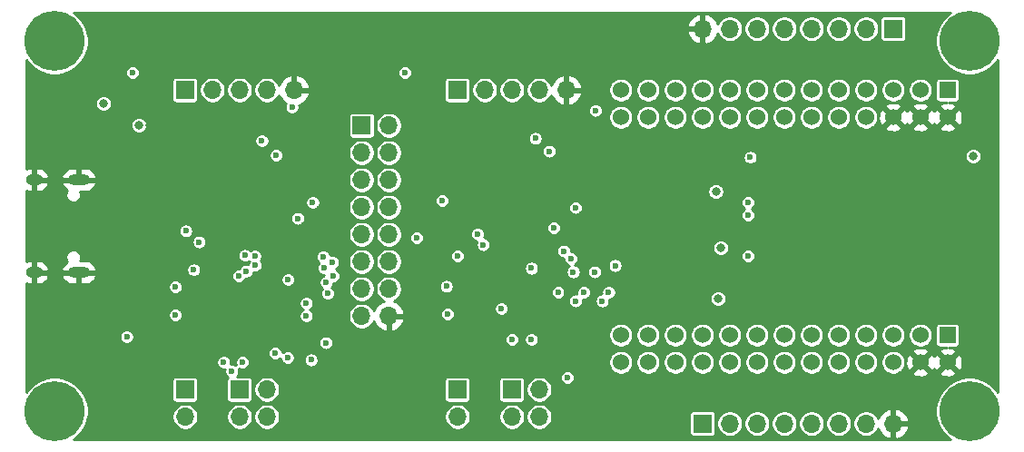
<source format=gbl>
G04 #@! TF.GenerationSoftware,KiCad,Pcbnew,(5.1.10)-1*
G04 #@! TF.CreationDate,2021-10-21T22:48:54+02:00*
G04 #@! TF.ProjectId,mta1_usb_dev,6d746131-5f75-4736-925f-6465762e6b69,rev?*
G04 #@! TF.SameCoordinates,Original*
G04 #@! TF.FileFunction,Copper,L4,Bot*
G04 #@! TF.FilePolarity,Positive*
%FSLAX46Y46*%
G04 Gerber Fmt 4.6, Leading zero omitted, Abs format (unit mm)*
G04 Created by KiCad (PCBNEW (5.1.10)-1) date 2021-10-21 22:48:54*
%MOMM*%
%LPD*%
G01*
G04 APERTURE LIST*
G04 #@! TA.AperFunction,ComponentPad*
%ADD10C,1.524000*%
G04 #@! TD*
G04 #@! TA.AperFunction,ComponentPad*
%ADD11R,1.524000X1.524000*%
G04 #@! TD*
G04 #@! TA.AperFunction,ComponentPad*
%ADD12C,0.600000*%
G04 #@! TD*
G04 #@! TA.AperFunction,ConnectorPad*
%ADD13C,5.600000*%
G04 #@! TD*
G04 #@! TA.AperFunction,ComponentPad*
%ADD14C,3.600000*%
G04 #@! TD*
G04 #@! TA.AperFunction,ComponentPad*
%ADD15O,1.700000X1.700000*%
G04 #@! TD*
G04 #@! TA.AperFunction,ComponentPad*
%ADD16R,1.700000X1.700000*%
G04 #@! TD*
G04 #@! TA.AperFunction,ComponentPad*
%ADD17O,2.100000X1.000000*%
G04 #@! TD*
G04 #@! TA.AperFunction,ComponentPad*
%ADD18O,1.600000X1.000000*%
G04 #@! TD*
G04 #@! TA.AperFunction,ViaPad*
%ADD19C,0.600000*%
G04 #@! TD*
G04 #@! TA.AperFunction,ViaPad*
%ADD20C,0.800000*%
G04 #@! TD*
G04 #@! TA.AperFunction,Conductor*
%ADD21C,0.200000*%
G04 #@! TD*
G04 #@! TA.AperFunction,Conductor*
%ADD22C,0.600000*%
G04 #@! TD*
G04 #@! TA.AperFunction,Conductor*
%ADD23C,0.254000*%
G04 #@! TD*
G04 #@! TA.AperFunction,Conductor*
%ADD24C,0.100000*%
G04 #@! TD*
G04 APERTURE END LIST*
D10*
X185420000Y-86360000D03*
D11*
X185420000Y-83820000D03*
D10*
X154940000Y-109220000D03*
X154940000Y-106680000D03*
X157480000Y-109220000D03*
X157480000Y-106680000D03*
X160020000Y-109220000D03*
X160020000Y-106680000D03*
X162560000Y-109220000D03*
X162560000Y-106680000D03*
X165100000Y-109220000D03*
X165100000Y-106680000D03*
X167640000Y-109220000D03*
X167640000Y-106680000D03*
X170180000Y-109220000D03*
X170180000Y-106680000D03*
X172720000Y-109220000D03*
X172720000Y-106680000D03*
X175260000Y-109220000D03*
X175260000Y-106680000D03*
X177800000Y-109220000D03*
X177800000Y-106680000D03*
X180340000Y-109220000D03*
X180340000Y-106680000D03*
X182880000Y-109220000D03*
X182880000Y-106680000D03*
X185420000Y-109220000D03*
D11*
X185420000Y-106680000D03*
D10*
X154940000Y-86360000D03*
X154940000Y-83820000D03*
X157480000Y-86360000D03*
X157480000Y-83820000D03*
X160020000Y-86360000D03*
X160020000Y-83820000D03*
X162560000Y-86360000D03*
X162560000Y-83820000D03*
X165100000Y-86360000D03*
X165100000Y-83820000D03*
X167640000Y-86360000D03*
X167640000Y-83820000D03*
X170180000Y-86360000D03*
X170180000Y-83820000D03*
X172720000Y-86360000D03*
X172720000Y-83820000D03*
X175260000Y-86360000D03*
X175260000Y-83820000D03*
X177800000Y-86360000D03*
X177800000Y-83820000D03*
X180340000Y-86360000D03*
X180340000Y-83820000D03*
X182880000Y-86360000D03*
X182880000Y-83820000D03*
D12*
X119380000Y-93980000D03*
X119380000Y-91824739D03*
X121535261Y-93980000D03*
X119380000Y-96135261D03*
X117224739Y-93980000D03*
X144780000Y-93980000D03*
X144780000Y-91824739D03*
X146935261Y-93980000D03*
X144780000Y-96135261D03*
X142624739Y-93980000D03*
D13*
X187452000Y-113792000D03*
D14*
X187452000Y-113792000D03*
D13*
X102108000Y-113792000D03*
D14*
X102108000Y-113792000D03*
D13*
X102108000Y-79248000D03*
D14*
X102108000Y-79248000D03*
D13*
X187452000Y-79248000D03*
D14*
X187452000Y-79248000D03*
D15*
X121920000Y-114300000D03*
X119380000Y-114300000D03*
X121920000Y-111760000D03*
D16*
X119380000Y-111760000D03*
D17*
X104390000Y-100840000D03*
X104390000Y-92200000D03*
D18*
X100210000Y-92200000D03*
X100210000Y-100840000D03*
D15*
X149860000Y-83820000D03*
X147320000Y-83820000D03*
X144780000Y-83820000D03*
X142240000Y-83820000D03*
D16*
X139700000Y-83820000D03*
D15*
X133299200Y-104902000D03*
X130759200Y-104902000D03*
X133299200Y-102362000D03*
X130759200Y-102362000D03*
X133299200Y-99822000D03*
X130759200Y-99822000D03*
X133299200Y-97282000D03*
X130759200Y-97282000D03*
X133299200Y-94742000D03*
X130759200Y-94742000D03*
X133299200Y-92202000D03*
X130759200Y-92202000D03*
X133299200Y-89662000D03*
X130759200Y-89662000D03*
X133299200Y-87122000D03*
D16*
X130759200Y-87122000D03*
D15*
X114300000Y-114300000D03*
D16*
X114300000Y-111760000D03*
D15*
X180340000Y-114935000D03*
X177800000Y-114935000D03*
X175260000Y-114935000D03*
X172720000Y-114935000D03*
X170180000Y-114935000D03*
X167640000Y-114935000D03*
X165100000Y-114935000D03*
D16*
X162560000Y-114935000D03*
D15*
X162560000Y-78105000D03*
X165100000Y-78105000D03*
X167640000Y-78105000D03*
X170180000Y-78105000D03*
X172720000Y-78105000D03*
X175260000Y-78105000D03*
X177800000Y-78105000D03*
D16*
X180340000Y-78105000D03*
D15*
X147320000Y-114300000D03*
X144780000Y-114300000D03*
X147320000Y-111760000D03*
D16*
X144780000Y-111760000D03*
D15*
X139700000Y-114300000D03*
D16*
X139700000Y-111760000D03*
D15*
X124460000Y-83820000D03*
X121920000Y-83820000D03*
X119380000Y-83820000D03*
X116840000Y-83820000D03*
D16*
X114300000Y-83820000D03*
D19*
X127580000Y-102810000D03*
X100330000Y-96520000D03*
X100330000Y-83820000D03*
X100330000Y-90170000D03*
X100330000Y-102870000D03*
X100330000Y-109220000D03*
X113030000Y-77470000D03*
X125730000Y-77470000D03*
X119380000Y-77470000D03*
X144780000Y-77470000D03*
X151130000Y-77470000D03*
X138430000Y-77470000D03*
X132080000Y-77470000D03*
X157480000Y-77470000D03*
X151130000Y-115570000D03*
X157480000Y-115570000D03*
X132080000Y-115570000D03*
X125730000Y-115570000D03*
X106680000Y-115570000D03*
X189230000Y-96520000D03*
X189230000Y-83820000D03*
X189230000Y-90170000D03*
X189230000Y-102870000D03*
X189230000Y-109220000D03*
X106680000Y-77470000D03*
X147560000Y-87740000D03*
X148900000Y-89000000D03*
X150660000Y-90840000D03*
X149760000Y-86940000D03*
X122025686Y-87940000D03*
X123360000Y-89340000D03*
X113760000Y-97540000D03*
X114900000Y-98700000D03*
X110900000Y-96500000D03*
X108300000Y-94700000D03*
X108300000Y-98400000D03*
X124750000Y-101550000D03*
X125200000Y-90000000D03*
X125400000Y-96400000D03*
X126800000Y-94900000D03*
X139000000Y-98600000D03*
D20*
X110990000Y-87110000D03*
X111900000Y-91300000D03*
D19*
X151300000Y-95400000D03*
X106460000Y-100640000D03*
X106460000Y-92740000D03*
X108900000Y-105600000D03*
X149898230Y-102753215D03*
D20*
X172200000Y-91800000D03*
X168000000Y-92000000D03*
X167900000Y-102000000D03*
X172250000Y-101950000D03*
X164000000Y-102000000D03*
X163900000Y-92000000D03*
X167950000Y-97250000D03*
X172300000Y-97200000D03*
X164200000Y-97300000D03*
D19*
X126600000Y-86700000D03*
X149400000Y-97400000D03*
X137700000Y-94700000D03*
X142200000Y-106800000D03*
X132900000Y-79000000D03*
X114660000Y-106040000D03*
X146960000Y-88340000D03*
X138660000Y-102140000D03*
X138760000Y-104740000D03*
X121460000Y-88540000D03*
X114360000Y-96974313D03*
X115100000Y-100600000D03*
X113400000Y-102200000D03*
X123900000Y-101500000D03*
X125600000Y-103700000D03*
X125600000Y-104900000D03*
X124800000Y-95800000D03*
D20*
X109990078Y-87097343D03*
D19*
X134800000Y-82200000D03*
X109400000Y-82200000D03*
X139700000Y-99300000D03*
X148700000Y-96700000D03*
X150700000Y-103500000D03*
X149100000Y-102700000D03*
D20*
X164250000Y-98550000D03*
D19*
X138265687Y-94134313D03*
X113400000Y-104800000D03*
X126200000Y-94300000D03*
X150700000Y-94800000D03*
X108850000Y-106850000D03*
D20*
X164000000Y-103300000D03*
D19*
X148260000Y-89540000D03*
X152560000Y-85740000D03*
X122794313Y-89905687D03*
X115600000Y-98000000D03*
D20*
X163800000Y-93300000D03*
D19*
X124260001Y-85439999D03*
X135900000Y-97600000D03*
X118660000Y-110040008D03*
X149950000Y-110650000D03*
X119660000Y-109200000D03*
X123850000Y-108800000D03*
X141550000Y-97250000D03*
X150300000Y-99550000D03*
X142096553Y-98250000D03*
X149600000Y-98850000D03*
X146600000Y-100450000D03*
X154400000Y-100200000D03*
X166800000Y-94300000D03*
X167005867Y-90105458D03*
X166800000Y-95500000D03*
X166800000Y-99300000D03*
D20*
X106680000Y-85090000D03*
X187800000Y-90000000D03*
D19*
X119303329Y-101166975D03*
X127463474Y-101780000D03*
X120010000Y-100710000D03*
X128110000Y-101180000D03*
X120849990Y-100170000D03*
X127240000Y-100440000D03*
X128060000Y-99910000D03*
X119870000Y-99250000D03*
X127190000Y-99370000D03*
X120797771Y-99322229D03*
X127427013Y-107399999D03*
X122700000Y-108350000D03*
X117900000Y-109200000D03*
X126050000Y-109000000D03*
X150500000Y-100800000D03*
X152500000Y-100800000D03*
X146600000Y-107100000D03*
X144800000Y-107100000D03*
X153800000Y-102700000D03*
X151500000Y-102682103D03*
X143799999Y-104223015D03*
X153200000Y-103500000D03*
D21*
X122625699Y-87940000D02*
X123860000Y-89174301D01*
X122025686Y-87940000D02*
X122625699Y-87940000D01*
X123860000Y-89174301D02*
X123860000Y-89740000D01*
X123860000Y-89740000D02*
X123760000Y-89840000D01*
X123760000Y-89840000D02*
X123760000Y-89740000D01*
X126060000Y-87140000D02*
X126060000Y-86340000D01*
X126060000Y-87140000D02*
X126060000Y-86640000D01*
X113760000Y-97540000D02*
X113760000Y-96640000D01*
X113760000Y-96640000D02*
X113900000Y-96500000D01*
X110900000Y-96500000D02*
X108400000Y-94000000D01*
X108400000Y-94000000D02*
X108300000Y-94100000D01*
X108300000Y-94100000D02*
X108400000Y-94100000D01*
X108400000Y-94100000D02*
X108500000Y-94000000D01*
X126060000Y-90125421D02*
X126060000Y-87140000D01*
X125200000Y-90000000D02*
X126060000Y-90125421D01*
X111000000Y-90400000D02*
X111000000Y-88000000D01*
X108900000Y-105600000D02*
X108050000Y-106600000D01*
D22*
X172200000Y-91800000D02*
X169500000Y-91800000D01*
X169500000Y-91800000D02*
X169300000Y-92000000D01*
X169300000Y-92000000D02*
X169100000Y-92000000D01*
X169100000Y-92000000D02*
X165400000Y-92000000D01*
X168900000Y-92000000D02*
X168000000Y-92000000D01*
X169200000Y-102000000D02*
X167900000Y-102000000D01*
X166900000Y-92500000D02*
X166900000Y-92600000D01*
X163900000Y-92000000D02*
X166900000Y-92500000D01*
X172300000Y-97200000D02*
X171300000Y-98200000D01*
D23*
X185424231Y-76777156D02*
X184981156Y-77220231D01*
X184633035Y-77741232D01*
X184393245Y-78320137D01*
X184271000Y-78934699D01*
X184271000Y-79561301D01*
X184393245Y-80175863D01*
X184633035Y-80754768D01*
X184981156Y-81275769D01*
X185424231Y-81718844D01*
X185945232Y-82066965D01*
X186524137Y-82306755D01*
X187138699Y-82429000D01*
X187765301Y-82429000D01*
X188379863Y-82306755D01*
X188958768Y-82066965D01*
X189479769Y-81718844D01*
X189922844Y-81275769D01*
X190094000Y-81019615D01*
X190094001Y-112020386D01*
X189922844Y-111764231D01*
X189479769Y-111321156D01*
X188958768Y-110973035D01*
X188379863Y-110733245D01*
X187765301Y-110611000D01*
X187138699Y-110611000D01*
X186524137Y-110733245D01*
X185945232Y-110973035D01*
X185424231Y-111321156D01*
X184981156Y-111764231D01*
X184633035Y-112285232D01*
X184393245Y-112864137D01*
X184271000Y-113478699D01*
X184271000Y-114105301D01*
X184393245Y-114719863D01*
X184633035Y-115298768D01*
X184981156Y-115819769D01*
X185424231Y-116262844D01*
X185680385Y-116434000D01*
X103879615Y-116434000D01*
X104135769Y-116262844D01*
X104578844Y-115819769D01*
X104926965Y-115298768D01*
X105166755Y-114719863D01*
X105274388Y-114178757D01*
X113069000Y-114178757D01*
X113069000Y-114421243D01*
X113116307Y-114659069D01*
X113209102Y-114883097D01*
X113343820Y-115084717D01*
X113515283Y-115256180D01*
X113716903Y-115390898D01*
X113940931Y-115483693D01*
X114178757Y-115531000D01*
X114421243Y-115531000D01*
X114659069Y-115483693D01*
X114883097Y-115390898D01*
X115084717Y-115256180D01*
X115256180Y-115084717D01*
X115390898Y-114883097D01*
X115483693Y-114659069D01*
X115531000Y-114421243D01*
X115531000Y-114178757D01*
X118149000Y-114178757D01*
X118149000Y-114421243D01*
X118196307Y-114659069D01*
X118289102Y-114883097D01*
X118423820Y-115084717D01*
X118595283Y-115256180D01*
X118796903Y-115390898D01*
X119020931Y-115483693D01*
X119258757Y-115531000D01*
X119501243Y-115531000D01*
X119739069Y-115483693D01*
X119963097Y-115390898D01*
X120164717Y-115256180D01*
X120336180Y-115084717D01*
X120470898Y-114883097D01*
X120563693Y-114659069D01*
X120611000Y-114421243D01*
X120611000Y-114178757D01*
X120689000Y-114178757D01*
X120689000Y-114421243D01*
X120736307Y-114659069D01*
X120829102Y-114883097D01*
X120963820Y-115084717D01*
X121135283Y-115256180D01*
X121336903Y-115390898D01*
X121560931Y-115483693D01*
X121798757Y-115531000D01*
X122041243Y-115531000D01*
X122279069Y-115483693D01*
X122503097Y-115390898D01*
X122704717Y-115256180D01*
X122876180Y-115084717D01*
X123010898Y-114883097D01*
X123103693Y-114659069D01*
X123151000Y-114421243D01*
X123151000Y-114178757D01*
X138469000Y-114178757D01*
X138469000Y-114421243D01*
X138516307Y-114659069D01*
X138609102Y-114883097D01*
X138743820Y-115084717D01*
X138915283Y-115256180D01*
X139116903Y-115390898D01*
X139340931Y-115483693D01*
X139578757Y-115531000D01*
X139821243Y-115531000D01*
X140059069Y-115483693D01*
X140283097Y-115390898D01*
X140484717Y-115256180D01*
X140656180Y-115084717D01*
X140790898Y-114883097D01*
X140883693Y-114659069D01*
X140931000Y-114421243D01*
X140931000Y-114178757D01*
X143549000Y-114178757D01*
X143549000Y-114421243D01*
X143596307Y-114659069D01*
X143689102Y-114883097D01*
X143823820Y-115084717D01*
X143995283Y-115256180D01*
X144196903Y-115390898D01*
X144420931Y-115483693D01*
X144658757Y-115531000D01*
X144901243Y-115531000D01*
X145139069Y-115483693D01*
X145363097Y-115390898D01*
X145564717Y-115256180D01*
X145736180Y-115084717D01*
X145870898Y-114883097D01*
X145963693Y-114659069D01*
X146011000Y-114421243D01*
X146011000Y-114178757D01*
X146089000Y-114178757D01*
X146089000Y-114421243D01*
X146136307Y-114659069D01*
X146229102Y-114883097D01*
X146363820Y-115084717D01*
X146535283Y-115256180D01*
X146736903Y-115390898D01*
X146960931Y-115483693D01*
X147198757Y-115531000D01*
X147441243Y-115531000D01*
X147679069Y-115483693D01*
X147903097Y-115390898D01*
X148104717Y-115256180D01*
X148276180Y-115084717D01*
X148410898Y-114883097D01*
X148503693Y-114659069D01*
X148551000Y-114421243D01*
X148551000Y-114178757D01*
X148532351Y-114085000D01*
X161327157Y-114085000D01*
X161327157Y-115785000D01*
X161334513Y-115859689D01*
X161356299Y-115931508D01*
X161391678Y-115997696D01*
X161439289Y-116055711D01*
X161497304Y-116103322D01*
X161563492Y-116138701D01*
X161635311Y-116160487D01*
X161710000Y-116167843D01*
X163410000Y-116167843D01*
X163484689Y-116160487D01*
X163556508Y-116138701D01*
X163622696Y-116103322D01*
X163680711Y-116055711D01*
X163728322Y-115997696D01*
X163763701Y-115931508D01*
X163785487Y-115859689D01*
X163792843Y-115785000D01*
X163792843Y-114813757D01*
X163869000Y-114813757D01*
X163869000Y-115056243D01*
X163916307Y-115294069D01*
X164009102Y-115518097D01*
X164143820Y-115719717D01*
X164315283Y-115891180D01*
X164516903Y-116025898D01*
X164740931Y-116118693D01*
X164978757Y-116166000D01*
X165221243Y-116166000D01*
X165459069Y-116118693D01*
X165683097Y-116025898D01*
X165884717Y-115891180D01*
X166056180Y-115719717D01*
X166190898Y-115518097D01*
X166283693Y-115294069D01*
X166331000Y-115056243D01*
X166331000Y-114813757D01*
X166409000Y-114813757D01*
X166409000Y-115056243D01*
X166456307Y-115294069D01*
X166549102Y-115518097D01*
X166683820Y-115719717D01*
X166855283Y-115891180D01*
X167056903Y-116025898D01*
X167280931Y-116118693D01*
X167518757Y-116166000D01*
X167761243Y-116166000D01*
X167999069Y-116118693D01*
X168223097Y-116025898D01*
X168424717Y-115891180D01*
X168596180Y-115719717D01*
X168730898Y-115518097D01*
X168823693Y-115294069D01*
X168871000Y-115056243D01*
X168871000Y-114813757D01*
X168949000Y-114813757D01*
X168949000Y-115056243D01*
X168996307Y-115294069D01*
X169089102Y-115518097D01*
X169223820Y-115719717D01*
X169395283Y-115891180D01*
X169596903Y-116025898D01*
X169820931Y-116118693D01*
X170058757Y-116166000D01*
X170301243Y-116166000D01*
X170539069Y-116118693D01*
X170763097Y-116025898D01*
X170964717Y-115891180D01*
X171136180Y-115719717D01*
X171270898Y-115518097D01*
X171363693Y-115294069D01*
X171411000Y-115056243D01*
X171411000Y-114813757D01*
X171489000Y-114813757D01*
X171489000Y-115056243D01*
X171536307Y-115294069D01*
X171629102Y-115518097D01*
X171763820Y-115719717D01*
X171935283Y-115891180D01*
X172136903Y-116025898D01*
X172360931Y-116118693D01*
X172598757Y-116166000D01*
X172841243Y-116166000D01*
X173079069Y-116118693D01*
X173303097Y-116025898D01*
X173504717Y-115891180D01*
X173676180Y-115719717D01*
X173810898Y-115518097D01*
X173903693Y-115294069D01*
X173951000Y-115056243D01*
X173951000Y-114813757D01*
X174029000Y-114813757D01*
X174029000Y-115056243D01*
X174076307Y-115294069D01*
X174169102Y-115518097D01*
X174303820Y-115719717D01*
X174475283Y-115891180D01*
X174676903Y-116025898D01*
X174900931Y-116118693D01*
X175138757Y-116166000D01*
X175381243Y-116166000D01*
X175619069Y-116118693D01*
X175843097Y-116025898D01*
X176044717Y-115891180D01*
X176216180Y-115719717D01*
X176350898Y-115518097D01*
X176443693Y-115294069D01*
X176491000Y-115056243D01*
X176491000Y-114813757D01*
X176569000Y-114813757D01*
X176569000Y-115056243D01*
X176616307Y-115294069D01*
X176709102Y-115518097D01*
X176843820Y-115719717D01*
X177015283Y-115891180D01*
X177216903Y-116025898D01*
X177440931Y-116118693D01*
X177678757Y-116166000D01*
X177921243Y-116166000D01*
X178159069Y-116118693D01*
X178383097Y-116025898D01*
X178584717Y-115891180D01*
X178756180Y-115719717D01*
X178890898Y-115518097D01*
X178938228Y-115403832D01*
X178995843Y-115566252D01*
X179144822Y-115816355D01*
X179339731Y-116032588D01*
X179573080Y-116206641D01*
X179835901Y-116331825D01*
X179983110Y-116376476D01*
X180213000Y-116255155D01*
X180213000Y-115062000D01*
X180467000Y-115062000D01*
X180467000Y-116255155D01*
X180696890Y-116376476D01*
X180844099Y-116331825D01*
X181106920Y-116206641D01*
X181340269Y-116032588D01*
X181535178Y-115816355D01*
X181684157Y-115566252D01*
X181781481Y-115291891D01*
X181660814Y-115062000D01*
X180467000Y-115062000D01*
X180213000Y-115062000D01*
X180193000Y-115062000D01*
X180193000Y-114808000D01*
X180213000Y-114808000D01*
X180213000Y-113614845D01*
X180467000Y-113614845D01*
X180467000Y-114808000D01*
X181660814Y-114808000D01*
X181781481Y-114578109D01*
X181684157Y-114303748D01*
X181535178Y-114053645D01*
X181340269Y-113837412D01*
X181106920Y-113663359D01*
X180844099Y-113538175D01*
X180696890Y-113493524D01*
X180467000Y-113614845D01*
X180213000Y-113614845D01*
X179983110Y-113493524D01*
X179835901Y-113538175D01*
X179573080Y-113663359D01*
X179339731Y-113837412D01*
X179144822Y-114053645D01*
X178995843Y-114303748D01*
X178938228Y-114466168D01*
X178890898Y-114351903D01*
X178756180Y-114150283D01*
X178584717Y-113978820D01*
X178383097Y-113844102D01*
X178159069Y-113751307D01*
X177921243Y-113704000D01*
X177678757Y-113704000D01*
X177440931Y-113751307D01*
X177216903Y-113844102D01*
X177015283Y-113978820D01*
X176843820Y-114150283D01*
X176709102Y-114351903D01*
X176616307Y-114575931D01*
X176569000Y-114813757D01*
X176491000Y-114813757D01*
X176443693Y-114575931D01*
X176350898Y-114351903D01*
X176216180Y-114150283D01*
X176044717Y-113978820D01*
X175843097Y-113844102D01*
X175619069Y-113751307D01*
X175381243Y-113704000D01*
X175138757Y-113704000D01*
X174900931Y-113751307D01*
X174676903Y-113844102D01*
X174475283Y-113978820D01*
X174303820Y-114150283D01*
X174169102Y-114351903D01*
X174076307Y-114575931D01*
X174029000Y-114813757D01*
X173951000Y-114813757D01*
X173903693Y-114575931D01*
X173810898Y-114351903D01*
X173676180Y-114150283D01*
X173504717Y-113978820D01*
X173303097Y-113844102D01*
X173079069Y-113751307D01*
X172841243Y-113704000D01*
X172598757Y-113704000D01*
X172360931Y-113751307D01*
X172136903Y-113844102D01*
X171935283Y-113978820D01*
X171763820Y-114150283D01*
X171629102Y-114351903D01*
X171536307Y-114575931D01*
X171489000Y-114813757D01*
X171411000Y-114813757D01*
X171363693Y-114575931D01*
X171270898Y-114351903D01*
X171136180Y-114150283D01*
X170964717Y-113978820D01*
X170763097Y-113844102D01*
X170539069Y-113751307D01*
X170301243Y-113704000D01*
X170058757Y-113704000D01*
X169820931Y-113751307D01*
X169596903Y-113844102D01*
X169395283Y-113978820D01*
X169223820Y-114150283D01*
X169089102Y-114351903D01*
X168996307Y-114575931D01*
X168949000Y-114813757D01*
X168871000Y-114813757D01*
X168823693Y-114575931D01*
X168730898Y-114351903D01*
X168596180Y-114150283D01*
X168424717Y-113978820D01*
X168223097Y-113844102D01*
X167999069Y-113751307D01*
X167761243Y-113704000D01*
X167518757Y-113704000D01*
X167280931Y-113751307D01*
X167056903Y-113844102D01*
X166855283Y-113978820D01*
X166683820Y-114150283D01*
X166549102Y-114351903D01*
X166456307Y-114575931D01*
X166409000Y-114813757D01*
X166331000Y-114813757D01*
X166283693Y-114575931D01*
X166190898Y-114351903D01*
X166056180Y-114150283D01*
X165884717Y-113978820D01*
X165683097Y-113844102D01*
X165459069Y-113751307D01*
X165221243Y-113704000D01*
X164978757Y-113704000D01*
X164740931Y-113751307D01*
X164516903Y-113844102D01*
X164315283Y-113978820D01*
X164143820Y-114150283D01*
X164009102Y-114351903D01*
X163916307Y-114575931D01*
X163869000Y-114813757D01*
X163792843Y-114813757D01*
X163792843Y-114085000D01*
X163785487Y-114010311D01*
X163763701Y-113938492D01*
X163728322Y-113872304D01*
X163680711Y-113814289D01*
X163622696Y-113766678D01*
X163556508Y-113731299D01*
X163484689Y-113709513D01*
X163410000Y-113702157D01*
X161710000Y-113702157D01*
X161635311Y-113709513D01*
X161563492Y-113731299D01*
X161497304Y-113766678D01*
X161439289Y-113814289D01*
X161391678Y-113872304D01*
X161356299Y-113938492D01*
X161334513Y-114010311D01*
X161327157Y-114085000D01*
X148532351Y-114085000D01*
X148503693Y-113940931D01*
X148410898Y-113716903D01*
X148276180Y-113515283D01*
X148104717Y-113343820D01*
X147903097Y-113209102D01*
X147679069Y-113116307D01*
X147441243Y-113069000D01*
X147198757Y-113069000D01*
X146960931Y-113116307D01*
X146736903Y-113209102D01*
X146535283Y-113343820D01*
X146363820Y-113515283D01*
X146229102Y-113716903D01*
X146136307Y-113940931D01*
X146089000Y-114178757D01*
X146011000Y-114178757D01*
X145963693Y-113940931D01*
X145870898Y-113716903D01*
X145736180Y-113515283D01*
X145564717Y-113343820D01*
X145363097Y-113209102D01*
X145139069Y-113116307D01*
X144901243Y-113069000D01*
X144658757Y-113069000D01*
X144420931Y-113116307D01*
X144196903Y-113209102D01*
X143995283Y-113343820D01*
X143823820Y-113515283D01*
X143689102Y-113716903D01*
X143596307Y-113940931D01*
X143549000Y-114178757D01*
X140931000Y-114178757D01*
X140883693Y-113940931D01*
X140790898Y-113716903D01*
X140656180Y-113515283D01*
X140484717Y-113343820D01*
X140283097Y-113209102D01*
X140059069Y-113116307D01*
X139821243Y-113069000D01*
X139578757Y-113069000D01*
X139340931Y-113116307D01*
X139116903Y-113209102D01*
X138915283Y-113343820D01*
X138743820Y-113515283D01*
X138609102Y-113716903D01*
X138516307Y-113940931D01*
X138469000Y-114178757D01*
X123151000Y-114178757D01*
X123103693Y-113940931D01*
X123010898Y-113716903D01*
X122876180Y-113515283D01*
X122704717Y-113343820D01*
X122503097Y-113209102D01*
X122279069Y-113116307D01*
X122041243Y-113069000D01*
X121798757Y-113069000D01*
X121560931Y-113116307D01*
X121336903Y-113209102D01*
X121135283Y-113343820D01*
X120963820Y-113515283D01*
X120829102Y-113716903D01*
X120736307Y-113940931D01*
X120689000Y-114178757D01*
X120611000Y-114178757D01*
X120563693Y-113940931D01*
X120470898Y-113716903D01*
X120336180Y-113515283D01*
X120164717Y-113343820D01*
X119963097Y-113209102D01*
X119739069Y-113116307D01*
X119501243Y-113069000D01*
X119258757Y-113069000D01*
X119020931Y-113116307D01*
X118796903Y-113209102D01*
X118595283Y-113343820D01*
X118423820Y-113515283D01*
X118289102Y-113716903D01*
X118196307Y-113940931D01*
X118149000Y-114178757D01*
X115531000Y-114178757D01*
X115483693Y-113940931D01*
X115390898Y-113716903D01*
X115256180Y-113515283D01*
X115084717Y-113343820D01*
X114883097Y-113209102D01*
X114659069Y-113116307D01*
X114421243Y-113069000D01*
X114178757Y-113069000D01*
X113940931Y-113116307D01*
X113716903Y-113209102D01*
X113515283Y-113343820D01*
X113343820Y-113515283D01*
X113209102Y-113716903D01*
X113116307Y-113940931D01*
X113069000Y-114178757D01*
X105274388Y-114178757D01*
X105289000Y-114105301D01*
X105289000Y-113478699D01*
X105166755Y-112864137D01*
X104926965Y-112285232D01*
X104578844Y-111764231D01*
X104135769Y-111321156D01*
X103614768Y-110973035D01*
X103462588Y-110910000D01*
X113067157Y-110910000D01*
X113067157Y-112610000D01*
X113074513Y-112684689D01*
X113096299Y-112756508D01*
X113131678Y-112822696D01*
X113179289Y-112880711D01*
X113237304Y-112928322D01*
X113303492Y-112963701D01*
X113375311Y-112985487D01*
X113450000Y-112992843D01*
X115150000Y-112992843D01*
X115224689Y-112985487D01*
X115296508Y-112963701D01*
X115362696Y-112928322D01*
X115420711Y-112880711D01*
X115468322Y-112822696D01*
X115503701Y-112756508D01*
X115525487Y-112684689D01*
X115532843Y-112610000D01*
X115532843Y-110910000D01*
X115525487Y-110835311D01*
X115503701Y-110763492D01*
X115468322Y-110697304D01*
X115420711Y-110639289D01*
X115362696Y-110591678D01*
X115296508Y-110556299D01*
X115224689Y-110534513D01*
X115150000Y-110527157D01*
X113450000Y-110527157D01*
X113375311Y-110534513D01*
X113303492Y-110556299D01*
X113237304Y-110591678D01*
X113179289Y-110639289D01*
X113131678Y-110697304D01*
X113096299Y-110763492D01*
X113074513Y-110835311D01*
X113067157Y-110910000D01*
X103462588Y-110910000D01*
X103035863Y-110733245D01*
X102421301Y-110611000D01*
X101794699Y-110611000D01*
X101180137Y-110733245D01*
X100601232Y-110973035D01*
X100080231Y-111321156D01*
X99637156Y-111764231D01*
X99466000Y-112020385D01*
X99466000Y-109132927D01*
X117219000Y-109132927D01*
X117219000Y-109267073D01*
X117245171Y-109398640D01*
X117296506Y-109522574D01*
X117371033Y-109634112D01*
X117465888Y-109728967D01*
X117577426Y-109803494D01*
X117701360Y-109854829D01*
X117832927Y-109881000D01*
X117967073Y-109881000D01*
X117998532Y-109874742D01*
X117979000Y-109972935D01*
X117979000Y-110107081D01*
X118005171Y-110238648D01*
X118056506Y-110362582D01*
X118131033Y-110474120D01*
X118225888Y-110568975D01*
X118291526Y-110612833D01*
X118259289Y-110639289D01*
X118211678Y-110697304D01*
X118176299Y-110763492D01*
X118154513Y-110835311D01*
X118147157Y-110910000D01*
X118147157Y-112610000D01*
X118154513Y-112684689D01*
X118176299Y-112756508D01*
X118211678Y-112822696D01*
X118259289Y-112880711D01*
X118317304Y-112928322D01*
X118383492Y-112963701D01*
X118455311Y-112985487D01*
X118530000Y-112992843D01*
X120230000Y-112992843D01*
X120304689Y-112985487D01*
X120376508Y-112963701D01*
X120442696Y-112928322D01*
X120500711Y-112880711D01*
X120548322Y-112822696D01*
X120583701Y-112756508D01*
X120605487Y-112684689D01*
X120612843Y-112610000D01*
X120612843Y-111638757D01*
X120689000Y-111638757D01*
X120689000Y-111881243D01*
X120736307Y-112119069D01*
X120829102Y-112343097D01*
X120963820Y-112544717D01*
X121135283Y-112716180D01*
X121336903Y-112850898D01*
X121560931Y-112943693D01*
X121798757Y-112991000D01*
X122041243Y-112991000D01*
X122279069Y-112943693D01*
X122503097Y-112850898D01*
X122704717Y-112716180D01*
X122876180Y-112544717D01*
X123010898Y-112343097D01*
X123103693Y-112119069D01*
X123151000Y-111881243D01*
X123151000Y-111638757D01*
X123103693Y-111400931D01*
X123010898Y-111176903D01*
X122876180Y-110975283D01*
X122810897Y-110910000D01*
X138467157Y-110910000D01*
X138467157Y-112610000D01*
X138474513Y-112684689D01*
X138496299Y-112756508D01*
X138531678Y-112822696D01*
X138579289Y-112880711D01*
X138637304Y-112928322D01*
X138703492Y-112963701D01*
X138775311Y-112985487D01*
X138850000Y-112992843D01*
X140550000Y-112992843D01*
X140624689Y-112985487D01*
X140696508Y-112963701D01*
X140762696Y-112928322D01*
X140820711Y-112880711D01*
X140868322Y-112822696D01*
X140903701Y-112756508D01*
X140925487Y-112684689D01*
X140932843Y-112610000D01*
X140932843Y-110910000D01*
X143547157Y-110910000D01*
X143547157Y-112610000D01*
X143554513Y-112684689D01*
X143576299Y-112756508D01*
X143611678Y-112822696D01*
X143659289Y-112880711D01*
X143717304Y-112928322D01*
X143783492Y-112963701D01*
X143855311Y-112985487D01*
X143930000Y-112992843D01*
X145630000Y-112992843D01*
X145704689Y-112985487D01*
X145776508Y-112963701D01*
X145842696Y-112928322D01*
X145900711Y-112880711D01*
X145948322Y-112822696D01*
X145983701Y-112756508D01*
X146005487Y-112684689D01*
X146012843Y-112610000D01*
X146012843Y-111638757D01*
X146089000Y-111638757D01*
X146089000Y-111881243D01*
X146136307Y-112119069D01*
X146229102Y-112343097D01*
X146363820Y-112544717D01*
X146535283Y-112716180D01*
X146736903Y-112850898D01*
X146960931Y-112943693D01*
X147198757Y-112991000D01*
X147441243Y-112991000D01*
X147679069Y-112943693D01*
X147903097Y-112850898D01*
X148104717Y-112716180D01*
X148276180Y-112544717D01*
X148410898Y-112343097D01*
X148503693Y-112119069D01*
X148551000Y-111881243D01*
X148551000Y-111638757D01*
X148503693Y-111400931D01*
X148410898Y-111176903D01*
X148276180Y-110975283D01*
X148104717Y-110803820D01*
X147903097Y-110669102D01*
X147695052Y-110582927D01*
X149269000Y-110582927D01*
X149269000Y-110717073D01*
X149295171Y-110848640D01*
X149346506Y-110972574D01*
X149421033Y-111084112D01*
X149515888Y-111178967D01*
X149627426Y-111253494D01*
X149751360Y-111304829D01*
X149882927Y-111331000D01*
X150017073Y-111331000D01*
X150148640Y-111304829D01*
X150272574Y-111253494D01*
X150384112Y-111178967D01*
X150478967Y-111084112D01*
X150553494Y-110972574D01*
X150604829Y-110848640D01*
X150631000Y-110717073D01*
X150631000Y-110582927D01*
X150604829Y-110451360D01*
X150553494Y-110327426D01*
X150478967Y-110215888D01*
X150384112Y-110121033D01*
X150272574Y-110046506D01*
X150148640Y-109995171D01*
X150017073Y-109969000D01*
X149882927Y-109969000D01*
X149751360Y-109995171D01*
X149627426Y-110046506D01*
X149515888Y-110121033D01*
X149421033Y-110215888D01*
X149346506Y-110327426D01*
X149295171Y-110451360D01*
X149269000Y-110582927D01*
X147695052Y-110582927D01*
X147679069Y-110576307D01*
X147441243Y-110529000D01*
X147198757Y-110529000D01*
X146960931Y-110576307D01*
X146736903Y-110669102D01*
X146535283Y-110803820D01*
X146363820Y-110975283D01*
X146229102Y-111176903D01*
X146136307Y-111400931D01*
X146089000Y-111638757D01*
X146012843Y-111638757D01*
X146012843Y-110910000D01*
X146005487Y-110835311D01*
X145983701Y-110763492D01*
X145948322Y-110697304D01*
X145900711Y-110639289D01*
X145842696Y-110591678D01*
X145776508Y-110556299D01*
X145704689Y-110534513D01*
X145630000Y-110527157D01*
X143930000Y-110527157D01*
X143855311Y-110534513D01*
X143783492Y-110556299D01*
X143717304Y-110591678D01*
X143659289Y-110639289D01*
X143611678Y-110697304D01*
X143576299Y-110763492D01*
X143554513Y-110835311D01*
X143547157Y-110910000D01*
X140932843Y-110910000D01*
X140925487Y-110835311D01*
X140903701Y-110763492D01*
X140868322Y-110697304D01*
X140820711Y-110639289D01*
X140762696Y-110591678D01*
X140696508Y-110556299D01*
X140624689Y-110534513D01*
X140550000Y-110527157D01*
X138850000Y-110527157D01*
X138775311Y-110534513D01*
X138703492Y-110556299D01*
X138637304Y-110591678D01*
X138579289Y-110639289D01*
X138531678Y-110697304D01*
X138496299Y-110763492D01*
X138474513Y-110835311D01*
X138467157Y-110910000D01*
X122810897Y-110910000D01*
X122704717Y-110803820D01*
X122503097Y-110669102D01*
X122279069Y-110576307D01*
X122041243Y-110529000D01*
X121798757Y-110529000D01*
X121560931Y-110576307D01*
X121336903Y-110669102D01*
X121135283Y-110803820D01*
X120963820Y-110975283D01*
X120829102Y-111176903D01*
X120736307Y-111400931D01*
X120689000Y-111638757D01*
X120612843Y-111638757D01*
X120612843Y-110910000D01*
X120605487Y-110835311D01*
X120583701Y-110763492D01*
X120548322Y-110697304D01*
X120500711Y-110639289D01*
X120442696Y-110591678D01*
X120376508Y-110556299D01*
X120304689Y-110534513D01*
X120230000Y-110527157D01*
X119135930Y-110527157D01*
X119188967Y-110474120D01*
X119263494Y-110362582D01*
X119314829Y-110238648D01*
X119341000Y-110107081D01*
X119341000Y-109972935D01*
X119314829Y-109841368D01*
X119284490Y-109768124D01*
X119337426Y-109803494D01*
X119461360Y-109854829D01*
X119592927Y-109881000D01*
X119727073Y-109881000D01*
X119858640Y-109854829D01*
X119982574Y-109803494D01*
X120094112Y-109728967D01*
X120188967Y-109634112D01*
X120263494Y-109522574D01*
X120314829Y-109398640D01*
X120341000Y-109267073D01*
X120341000Y-109132927D01*
X120314829Y-109001360D01*
X120263494Y-108877426D01*
X120188967Y-108765888D01*
X120094112Y-108671033D01*
X119982574Y-108596506D01*
X119858640Y-108545171D01*
X119727073Y-108519000D01*
X119592927Y-108519000D01*
X119461360Y-108545171D01*
X119337426Y-108596506D01*
X119225888Y-108671033D01*
X119131033Y-108765888D01*
X119056506Y-108877426D01*
X119005171Y-109001360D01*
X118979000Y-109132927D01*
X118979000Y-109267073D01*
X119005171Y-109398640D01*
X119035510Y-109471884D01*
X118982574Y-109436514D01*
X118858640Y-109385179D01*
X118727073Y-109359008D01*
X118592927Y-109359008D01*
X118561468Y-109365266D01*
X118581000Y-109267073D01*
X118581000Y-109132927D01*
X118554829Y-109001360D01*
X118503494Y-108877426D01*
X118428967Y-108765888D01*
X118334112Y-108671033D01*
X118222574Y-108596506D01*
X118098640Y-108545171D01*
X117967073Y-108519000D01*
X117832927Y-108519000D01*
X117701360Y-108545171D01*
X117577426Y-108596506D01*
X117465888Y-108671033D01*
X117371033Y-108765888D01*
X117296506Y-108877426D01*
X117245171Y-109001360D01*
X117219000Y-109132927D01*
X99466000Y-109132927D01*
X99466000Y-108282927D01*
X122019000Y-108282927D01*
X122019000Y-108417073D01*
X122045171Y-108548640D01*
X122096506Y-108672574D01*
X122171033Y-108784112D01*
X122265888Y-108878967D01*
X122377426Y-108953494D01*
X122501360Y-109004829D01*
X122632927Y-109031000D01*
X122767073Y-109031000D01*
X122898640Y-109004829D01*
X123022574Y-108953494D01*
X123134112Y-108878967D01*
X123169000Y-108844079D01*
X123169000Y-108867073D01*
X123195171Y-108998640D01*
X123246506Y-109122574D01*
X123321033Y-109234112D01*
X123415888Y-109328967D01*
X123527426Y-109403494D01*
X123651360Y-109454829D01*
X123782927Y-109481000D01*
X123917073Y-109481000D01*
X124048640Y-109454829D01*
X124172574Y-109403494D01*
X124284112Y-109328967D01*
X124378967Y-109234112D01*
X124453494Y-109122574D01*
X124504829Y-108998640D01*
X124517900Y-108932927D01*
X125369000Y-108932927D01*
X125369000Y-109067073D01*
X125395171Y-109198640D01*
X125446506Y-109322574D01*
X125521033Y-109434112D01*
X125615888Y-109528967D01*
X125727426Y-109603494D01*
X125851360Y-109654829D01*
X125982927Y-109681000D01*
X126117073Y-109681000D01*
X126248640Y-109654829D01*
X126372574Y-109603494D01*
X126484112Y-109528967D01*
X126578967Y-109434112D01*
X126653494Y-109322574D01*
X126704829Y-109198640D01*
X126722973Y-109107424D01*
X153797000Y-109107424D01*
X153797000Y-109332576D01*
X153840925Y-109553401D01*
X153927087Y-109761413D01*
X154052174Y-109948620D01*
X154211380Y-110107826D01*
X154398587Y-110232913D01*
X154606599Y-110319075D01*
X154827424Y-110363000D01*
X155052576Y-110363000D01*
X155273401Y-110319075D01*
X155481413Y-110232913D01*
X155668620Y-110107826D01*
X155827826Y-109948620D01*
X155952913Y-109761413D01*
X156039075Y-109553401D01*
X156083000Y-109332576D01*
X156083000Y-109107424D01*
X156337000Y-109107424D01*
X156337000Y-109332576D01*
X156380925Y-109553401D01*
X156467087Y-109761413D01*
X156592174Y-109948620D01*
X156751380Y-110107826D01*
X156938587Y-110232913D01*
X157146599Y-110319075D01*
X157367424Y-110363000D01*
X157592576Y-110363000D01*
X157813401Y-110319075D01*
X158021413Y-110232913D01*
X158208620Y-110107826D01*
X158367826Y-109948620D01*
X158492913Y-109761413D01*
X158579075Y-109553401D01*
X158623000Y-109332576D01*
X158623000Y-109107424D01*
X158877000Y-109107424D01*
X158877000Y-109332576D01*
X158920925Y-109553401D01*
X159007087Y-109761413D01*
X159132174Y-109948620D01*
X159291380Y-110107826D01*
X159478587Y-110232913D01*
X159686599Y-110319075D01*
X159907424Y-110363000D01*
X160132576Y-110363000D01*
X160353401Y-110319075D01*
X160561413Y-110232913D01*
X160748620Y-110107826D01*
X160907826Y-109948620D01*
X161032913Y-109761413D01*
X161119075Y-109553401D01*
X161163000Y-109332576D01*
X161163000Y-109107424D01*
X161417000Y-109107424D01*
X161417000Y-109332576D01*
X161460925Y-109553401D01*
X161547087Y-109761413D01*
X161672174Y-109948620D01*
X161831380Y-110107826D01*
X162018587Y-110232913D01*
X162226599Y-110319075D01*
X162447424Y-110363000D01*
X162672576Y-110363000D01*
X162893401Y-110319075D01*
X163101413Y-110232913D01*
X163288620Y-110107826D01*
X163447826Y-109948620D01*
X163572913Y-109761413D01*
X163659075Y-109553401D01*
X163703000Y-109332576D01*
X163703000Y-109107424D01*
X163957000Y-109107424D01*
X163957000Y-109332576D01*
X164000925Y-109553401D01*
X164087087Y-109761413D01*
X164212174Y-109948620D01*
X164371380Y-110107826D01*
X164558587Y-110232913D01*
X164766599Y-110319075D01*
X164987424Y-110363000D01*
X165212576Y-110363000D01*
X165433401Y-110319075D01*
X165641413Y-110232913D01*
X165828620Y-110107826D01*
X165987826Y-109948620D01*
X166112913Y-109761413D01*
X166199075Y-109553401D01*
X166243000Y-109332576D01*
X166243000Y-109107424D01*
X166497000Y-109107424D01*
X166497000Y-109332576D01*
X166540925Y-109553401D01*
X166627087Y-109761413D01*
X166752174Y-109948620D01*
X166911380Y-110107826D01*
X167098587Y-110232913D01*
X167306599Y-110319075D01*
X167527424Y-110363000D01*
X167752576Y-110363000D01*
X167973401Y-110319075D01*
X168181413Y-110232913D01*
X168368620Y-110107826D01*
X168527826Y-109948620D01*
X168652913Y-109761413D01*
X168739075Y-109553401D01*
X168783000Y-109332576D01*
X168783000Y-109107424D01*
X169037000Y-109107424D01*
X169037000Y-109332576D01*
X169080925Y-109553401D01*
X169167087Y-109761413D01*
X169292174Y-109948620D01*
X169451380Y-110107826D01*
X169638587Y-110232913D01*
X169846599Y-110319075D01*
X170067424Y-110363000D01*
X170292576Y-110363000D01*
X170513401Y-110319075D01*
X170721413Y-110232913D01*
X170908620Y-110107826D01*
X171067826Y-109948620D01*
X171192913Y-109761413D01*
X171279075Y-109553401D01*
X171323000Y-109332576D01*
X171323000Y-109107424D01*
X171577000Y-109107424D01*
X171577000Y-109332576D01*
X171620925Y-109553401D01*
X171707087Y-109761413D01*
X171832174Y-109948620D01*
X171991380Y-110107826D01*
X172178587Y-110232913D01*
X172386599Y-110319075D01*
X172607424Y-110363000D01*
X172832576Y-110363000D01*
X173053401Y-110319075D01*
X173261413Y-110232913D01*
X173448620Y-110107826D01*
X173607826Y-109948620D01*
X173732913Y-109761413D01*
X173819075Y-109553401D01*
X173863000Y-109332576D01*
X173863000Y-109107424D01*
X174117000Y-109107424D01*
X174117000Y-109332576D01*
X174160925Y-109553401D01*
X174247087Y-109761413D01*
X174372174Y-109948620D01*
X174531380Y-110107826D01*
X174718587Y-110232913D01*
X174926599Y-110319075D01*
X175147424Y-110363000D01*
X175372576Y-110363000D01*
X175593401Y-110319075D01*
X175801413Y-110232913D01*
X175988620Y-110107826D01*
X176147826Y-109948620D01*
X176272913Y-109761413D01*
X176359075Y-109553401D01*
X176403000Y-109332576D01*
X176403000Y-109107424D01*
X176657000Y-109107424D01*
X176657000Y-109332576D01*
X176700925Y-109553401D01*
X176787087Y-109761413D01*
X176912174Y-109948620D01*
X177071380Y-110107826D01*
X177258587Y-110232913D01*
X177466599Y-110319075D01*
X177687424Y-110363000D01*
X177912576Y-110363000D01*
X178133401Y-110319075D01*
X178341413Y-110232913D01*
X178528620Y-110107826D01*
X178687826Y-109948620D01*
X178812913Y-109761413D01*
X178899075Y-109553401D01*
X178943000Y-109332576D01*
X178943000Y-109107424D01*
X179197000Y-109107424D01*
X179197000Y-109332576D01*
X179240925Y-109553401D01*
X179327087Y-109761413D01*
X179452174Y-109948620D01*
X179611380Y-110107826D01*
X179798587Y-110232913D01*
X180006599Y-110319075D01*
X180227424Y-110363000D01*
X180452576Y-110363000D01*
X180673401Y-110319075D01*
X180881413Y-110232913D01*
X180952274Y-110185565D01*
X182094040Y-110185565D01*
X182161020Y-110425656D01*
X182410048Y-110542756D01*
X182677135Y-110609023D01*
X182952017Y-110621910D01*
X183224133Y-110580922D01*
X183483023Y-110487636D01*
X183598980Y-110425656D01*
X183665960Y-110185565D01*
X184634040Y-110185565D01*
X184701020Y-110425656D01*
X184950048Y-110542756D01*
X185217135Y-110609023D01*
X185492017Y-110621910D01*
X185764133Y-110580922D01*
X186023023Y-110487636D01*
X186138980Y-110425656D01*
X186205960Y-110185565D01*
X185420000Y-109399605D01*
X184634040Y-110185565D01*
X183665960Y-110185565D01*
X182880000Y-109399605D01*
X182094040Y-110185565D01*
X180952274Y-110185565D01*
X181068620Y-110107826D01*
X181227826Y-109948620D01*
X181352913Y-109761413D01*
X181439075Y-109553401D01*
X181483000Y-109332576D01*
X181483000Y-109324614D01*
X181519078Y-109564133D01*
X181612364Y-109823023D01*
X181674344Y-109938980D01*
X181914435Y-110005960D01*
X182700395Y-109220000D01*
X183059605Y-109220000D01*
X183845565Y-110005960D01*
X184085656Y-109938980D01*
X184147079Y-109808356D01*
X184152364Y-109823023D01*
X184214344Y-109938980D01*
X184454435Y-110005960D01*
X185240395Y-109220000D01*
X185599605Y-109220000D01*
X186385565Y-110005960D01*
X186625656Y-109938980D01*
X186742756Y-109689952D01*
X186809023Y-109422865D01*
X186821910Y-109147983D01*
X186780922Y-108875867D01*
X186687636Y-108616977D01*
X186625656Y-108501020D01*
X186385565Y-108434040D01*
X185599605Y-109220000D01*
X185240395Y-109220000D01*
X184454435Y-108434040D01*
X184214344Y-108501020D01*
X184152921Y-108631644D01*
X184147636Y-108616977D01*
X184085656Y-108501020D01*
X183845565Y-108434040D01*
X183059605Y-109220000D01*
X182700395Y-109220000D01*
X181914435Y-108434040D01*
X181674344Y-108501020D01*
X181557244Y-108750048D01*
X181490977Y-109017135D01*
X181483000Y-109187286D01*
X181483000Y-109107424D01*
X181439075Y-108886599D01*
X181352913Y-108678587D01*
X181227826Y-108491380D01*
X181068620Y-108332174D01*
X180881413Y-108207087D01*
X180673401Y-108120925D01*
X180452576Y-108077000D01*
X180227424Y-108077000D01*
X180006599Y-108120925D01*
X179798587Y-108207087D01*
X179611380Y-108332174D01*
X179452174Y-108491380D01*
X179327087Y-108678587D01*
X179240925Y-108886599D01*
X179197000Y-109107424D01*
X178943000Y-109107424D01*
X178899075Y-108886599D01*
X178812913Y-108678587D01*
X178687826Y-108491380D01*
X178528620Y-108332174D01*
X178341413Y-108207087D01*
X178133401Y-108120925D01*
X177912576Y-108077000D01*
X177687424Y-108077000D01*
X177466599Y-108120925D01*
X177258587Y-108207087D01*
X177071380Y-108332174D01*
X176912174Y-108491380D01*
X176787087Y-108678587D01*
X176700925Y-108886599D01*
X176657000Y-109107424D01*
X176403000Y-109107424D01*
X176359075Y-108886599D01*
X176272913Y-108678587D01*
X176147826Y-108491380D01*
X175988620Y-108332174D01*
X175801413Y-108207087D01*
X175593401Y-108120925D01*
X175372576Y-108077000D01*
X175147424Y-108077000D01*
X174926599Y-108120925D01*
X174718587Y-108207087D01*
X174531380Y-108332174D01*
X174372174Y-108491380D01*
X174247087Y-108678587D01*
X174160925Y-108886599D01*
X174117000Y-109107424D01*
X173863000Y-109107424D01*
X173819075Y-108886599D01*
X173732913Y-108678587D01*
X173607826Y-108491380D01*
X173448620Y-108332174D01*
X173261413Y-108207087D01*
X173053401Y-108120925D01*
X172832576Y-108077000D01*
X172607424Y-108077000D01*
X172386599Y-108120925D01*
X172178587Y-108207087D01*
X171991380Y-108332174D01*
X171832174Y-108491380D01*
X171707087Y-108678587D01*
X171620925Y-108886599D01*
X171577000Y-109107424D01*
X171323000Y-109107424D01*
X171279075Y-108886599D01*
X171192913Y-108678587D01*
X171067826Y-108491380D01*
X170908620Y-108332174D01*
X170721413Y-108207087D01*
X170513401Y-108120925D01*
X170292576Y-108077000D01*
X170067424Y-108077000D01*
X169846599Y-108120925D01*
X169638587Y-108207087D01*
X169451380Y-108332174D01*
X169292174Y-108491380D01*
X169167087Y-108678587D01*
X169080925Y-108886599D01*
X169037000Y-109107424D01*
X168783000Y-109107424D01*
X168739075Y-108886599D01*
X168652913Y-108678587D01*
X168527826Y-108491380D01*
X168368620Y-108332174D01*
X168181413Y-108207087D01*
X167973401Y-108120925D01*
X167752576Y-108077000D01*
X167527424Y-108077000D01*
X167306599Y-108120925D01*
X167098587Y-108207087D01*
X166911380Y-108332174D01*
X166752174Y-108491380D01*
X166627087Y-108678587D01*
X166540925Y-108886599D01*
X166497000Y-109107424D01*
X166243000Y-109107424D01*
X166199075Y-108886599D01*
X166112913Y-108678587D01*
X165987826Y-108491380D01*
X165828620Y-108332174D01*
X165641413Y-108207087D01*
X165433401Y-108120925D01*
X165212576Y-108077000D01*
X164987424Y-108077000D01*
X164766599Y-108120925D01*
X164558587Y-108207087D01*
X164371380Y-108332174D01*
X164212174Y-108491380D01*
X164087087Y-108678587D01*
X164000925Y-108886599D01*
X163957000Y-109107424D01*
X163703000Y-109107424D01*
X163659075Y-108886599D01*
X163572913Y-108678587D01*
X163447826Y-108491380D01*
X163288620Y-108332174D01*
X163101413Y-108207087D01*
X162893401Y-108120925D01*
X162672576Y-108077000D01*
X162447424Y-108077000D01*
X162226599Y-108120925D01*
X162018587Y-108207087D01*
X161831380Y-108332174D01*
X161672174Y-108491380D01*
X161547087Y-108678587D01*
X161460925Y-108886599D01*
X161417000Y-109107424D01*
X161163000Y-109107424D01*
X161119075Y-108886599D01*
X161032913Y-108678587D01*
X160907826Y-108491380D01*
X160748620Y-108332174D01*
X160561413Y-108207087D01*
X160353401Y-108120925D01*
X160132576Y-108077000D01*
X159907424Y-108077000D01*
X159686599Y-108120925D01*
X159478587Y-108207087D01*
X159291380Y-108332174D01*
X159132174Y-108491380D01*
X159007087Y-108678587D01*
X158920925Y-108886599D01*
X158877000Y-109107424D01*
X158623000Y-109107424D01*
X158579075Y-108886599D01*
X158492913Y-108678587D01*
X158367826Y-108491380D01*
X158208620Y-108332174D01*
X158021413Y-108207087D01*
X157813401Y-108120925D01*
X157592576Y-108077000D01*
X157367424Y-108077000D01*
X157146599Y-108120925D01*
X156938587Y-108207087D01*
X156751380Y-108332174D01*
X156592174Y-108491380D01*
X156467087Y-108678587D01*
X156380925Y-108886599D01*
X156337000Y-109107424D01*
X156083000Y-109107424D01*
X156039075Y-108886599D01*
X155952913Y-108678587D01*
X155827826Y-108491380D01*
X155668620Y-108332174D01*
X155481413Y-108207087D01*
X155273401Y-108120925D01*
X155052576Y-108077000D01*
X154827424Y-108077000D01*
X154606599Y-108120925D01*
X154398587Y-108207087D01*
X154211380Y-108332174D01*
X154052174Y-108491380D01*
X153927087Y-108678587D01*
X153840925Y-108886599D01*
X153797000Y-109107424D01*
X126722973Y-109107424D01*
X126731000Y-109067073D01*
X126731000Y-108932927D01*
X126704829Y-108801360D01*
X126653494Y-108677426D01*
X126578967Y-108565888D01*
X126484112Y-108471033D01*
X126372574Y-108396506D01*
X126248640Y-108345171D01*
X126117073Y-108319000D01*
X125982927Y-108319000D01*
X125851360Y-108345171D01*
X125727426Y-108396506D01*
X125615888Y-108471033D01*
X125521033Y-108565888D01*
X125446506Y-108677426D01*
X125395171Y-108801360D01*
X125369000Y-108932927D01*
X124517900Y-108932927D01*
X124531000Y-108867073D01*
X124531000Y-108732927D01*
X124504829Y-108601360D01*
X124453494Y-108477426D01*
X124378967Y-108365888D01*
X124284112Y-108271033D01*
X124172574Y-108196506D01*
X124048640Y-108145171D01*
X123917073Y-108119000D01*
X123782927Y-108119000D01*
X123651360Y-108145171D01*
X123527426Y-108196506D01*
X123415888Y-108271033D01*
X123381000Y-108305921D01*
X123381000Y-108282927D01*
X123354829Y-108151360D01*
X123303494Y-108027426D01*
X123228967Y-107915888D01*
X123134112Y-107821033D01*
X123022574Y-107746506D01*
X122898640Y-107695171D01*
X122767073Y-107669000D01*
X122632927Y-107669000D01*
X122501360Y-107695171D01*
X122377426Y-107746506D01*
X122265888Y-107821033D01*
X122171033Y-107915888D01*
X122096506Y-108027426D01*
X122045171Y-108151360D01*
X122019000Y-108282927D01*
X99466000Y-108282927D01*
X99466000Y-106782927D01*
X108169000Y-106782927D01*
X108169000Y-106917073D01*
X108195171Y-107048640D01*
X108246506Y-107172574D01*
X108321033Y-107284112D01*
X108415888Y-107378967D01*
X108527426Y-107453494D01*
X108651360Y-107504829D01*
X108782927Y-107531000D01*
X108917073Y-107531000D01*
X109048640Y-107504829D01*
X109172574Y-107453494D01*
X109284112Y-107378967D01*
X109330153Y-107332926D01*
X126746013Y-107332926D01*
X126746013Y-107467072D01*
X126772184Y-107598639D01*
X126823519Y-107722573D01*
X126898046Y-107834111D01*
X126992901Y-107928966D01*
X127104439Y-108003493D01*
X127228373Y-108054828D01*
X127359940Y-108080999D01*
X127494086Y-108080999D01*
X127625653Y-108054828D01*
X127749587Y-108003493D01*
X127861125Y-107928966D01*
X127955980Y-107834111D01*
X128030507Y-107722573D01*
X128081842Y-107598639D01*
X128108013Y-107467072D01*
X128108013Y-107332926D01*
X128081842Y-107201359D01*
X128030507Y-107077425D01*
X128000775Y-107032927D01*
X144119000Y-107032927D01*
X144119000Y-107167073D01*
X144145171Y-107298640D01*
X144196506Y-107422574D01*
X144271033Y-107534112D01*
X144365888Y-107628967D01*
X144477426Y-107703494D01*
X144601360Y-107754829D01*
X144732927Y-107781000D01*
X144867073Y-107781000D01*
X144998640Y-107754829D01*
X145122574Y-107703494D01*
X145234112Y-107628967D01*
X145328967Y-107534112D01*
X145403494Y-107422574D01*
X145454829Y-107298640D01*
X145481000Y-107167073D01*
X145481000Y-107032927D01*
X145919000Y-107032927D01*
X145919000Y-107167073D01*
X145945171Y-107298640D01*
X145996506Y-107422574D01*
X146071033Y-107534112D01*
X146165888Y-107628967D01*
X146277426Y-107703494D01*
X146401360Y-107754829D01*
X146532927Y-107781000D01*
X146667073Y-107781000D01*
X146798640Y-107754829D01*
X146922574Y-107703494D01*
X147034112Y-107628967D01*
X147128967Y-107534112D01*
X147203494Y-107422574D01*
X147254829Y-107298640D01*
X147281000Y-107167073D01*
X147281000Y-107032927D01*
X147254829Y-106901360D01*
X147203494Y-106777426D01*
X147128967Y-106665888D01*
X147034112Y-106571033D01*
X147028711Y-106567424D01*
X153797000Y-106567424D01*
X153797000Y-106792576D01*
X153840925Y-107013401D01*
X153927087Y-107221413D01*
X154052174Y-107408620D01*
X154211380Y-107567826D01*
X154398587Y-107692913D01*
X154606599Y-107779075D01*
X154827424Y-107823000D01*
X155052576Y-107823000D01*
X155273401Y-107779075D01*
X155481413Y-107692913D01*
X155668620Y-107567826D01*
X155827826Y-107408620D01*
X155952913Y-107221413D01*
X156039075Y-107013401D01*
X156083000Y-106792576D01*
X156083000Y-106567424D01*
X156337000Y-106567424D01*
X156337000Y-106792576D01*
X156380925Y-107013401D01*
X156467087Y-107221413D01*
X156592174Y-107408620D01*
X156751380Y-107567826D01*
X156938587Y-107692913D01*
X157146599Y-107779075D01*
X157367424Y-107823000D01*
X157592576Y-107823000D01*
X157813401Y-107779075D01*
X158021413Y-107692913D01*
X158208620Y-107567826D01*
X158367826Y-107408620D01*
X158492913Y-107221413D01*
X158579075Y-107013401D01*
X158623000Y-106792576D01*
X158623000Y-106567424D01*
X158877000Y-106567424D01*
X158877000Y-106792576D01*
X158920925Y-107013401D01*
X159007087Y-107221413D01*
X159132174Y-107408620D01*
X159291380Y-107567826D01*
X159478587Y-107692913D01*
X159686599Y-107779075D01*
X159907424Y-107823000D01*
X160132576Y-107823000D01*
X160353401Y-107779075D01*
X160561413Y-107692913D01*
X160748620Y-107567826D01*
X160907826Y-107408620D01*
X161032913Y-107221413D01*
X161119075Y-107013401D01*
X161163000Y-106792576D01*
X161163000Y-106567424D01*
X161417000Y-106567424D01*
X161417000Y-106792576D01*
X161460925Y-107013401D01*
X161547087Y-107221413D01*
X161672174Y-107408620D01*
X161831380Y-107567826D01*
X162018587Y-107692913D01*
X162226599Y-107779075D01*
X162447424Y-107823000D01*
X162672576Y-107823000D01*
X162893401Y-107779075D01*
X163101413Y-107692913D01*
X163288620Y-107567826D01*
X163447826Y-107408620D01*
X163572913Y-107221413D01*
X163659075Y-107013401D01*
X163703000Y-106792576D01*
X163703000Y-106567424D01*
X163957000Y-106567424D01*
X163957000Y-106792576D01*
X164000925Y-107013401D01*
X164087087Y-107221413D01*
X164212174Y-107408620D01*
X164371380Y-107567826D01*
X164558587Y-107692913D01*
X164766599Y-107779075D01*
X164987424Y-107823000D01*
X165212576Y-107823000D01*
X165433401Y-107779075D01*
X165641413Y-107692913D01*
X165828620Y-107567826D01*
X165987826Y-107408620D01*
X166112913Y-107221413D01*
X166199075Y-107013401D01*
X166243000Y-106792576D01*
X166243000Y-106567424D01*
X166497000Y-106567424D01*
X166497000Y-106792576D01*
X166540925Y-107013401D01*
X166627087Y-107221413D01*
X166752174Y-107408620D01*
X166911380Y-107567826D01*
X167098587Y-107692913D01*
X167306599Y-107779075D01*
X167527424Y-107823000D01*
X167752576Y-107823000D01*
X167973401Y-107779075D01*
X168181413Y-107692913D01*
X168368620Y-107567826D01*
X168527826Y-107408620D01*
X168652913Y-107221413D01*
X168739075Y-107013401D01*
X168783000Y-106792576D01*
X168783000Y-106567424D01*
X169037000Y-106567424D01*
X169037000Y-106792576D01*
X169080925Y-107013401D01*
X169167087Y-107221413D01*
X169292174Y-107408620D01*
X169451380Y-107567826D01*
X169638587Y-107692913D01*
X169846599Y-107779075D01*
X170067424Y-107823000D01*
X170292576Y-107823000D01*
X170513401Y-107779075D01*
X170721413Y-107692913D01*
X170908620Y-107567826D01*
X171067826Y-107408620D01*
X171192913Y-107221413D01*
X171279075Y-107013401D01*
X171323000Y-106792576D01*
X171323000Y-106567424D01*
X171577000Y-106567424D01*
X171577000Y-106792576D01*
X171620925Y-107013401D01*
X171707087Y-107221413D01*
X171832174Y-107408620D01*
X171991380Y-107567826D01*
X172178587Y-107692913D01*
X172386599Y-107779075D01*
X172607424Y-107823000D01*
X172832576Y-107823000D01*
X173053401Y-107779075D01*
X173261413Y-107692913D01*
X173448620Y-107567826D01*
X173607826Y-107408620D01*
X173732913Y-107221413D01*
X173819075Y-107013401D01*
X173863000Y-106792576D01*
X173863000Y-106567424D01*
X174117000Y-106567424D01*
X174117000Y-106792576D01*
X174160925Y-107013401D01*
X174247087Y-107221413D01*
X174372174Y-107408620D01*
X174531380Y-107567826D01*
X174718587Y-107692913D01*
X174926599Y-107779075D01*
X175147424Y-107823000D01*
X175372576Y-107823000D01*
X175593401Y-107779075D01*
X175801413Y-107692913D01*
X175988620Y-107567826D01*
X176147826Y-107408620D01*
X176272913Y-107221413D01*
X176359075Y-107013401D01*
X176403000Y-106792576D01*
X176403000Y-106567424D01*
X176657000Y-106567424D01*
X176657000Y-106792576D01*
X176700925Y-107013401D01*
X176787087Y-107221413D01*
X176912174Y-107408620D01*
X177071380Y-107567826D01*
X177258587Y-107692913D01*
X177466599Y-107779075D01*
X177687424Y-107823000D01*
X177912576Y-107823000D01*
X178133401Y-107779075D01*
X178341413Y-107692913D01*
X178528620Y-107567826D01*
X178687826Y-107408620D01*
X178812913Y-107221413D01*
X178899075Y-107013401D01*
X178943000Y-106792576D01*
X178943000Y-106567424D01*
X179197000Y-106567424D01*
X179197000Y-106792576D01*
X179240925Y-107013401D01*
X179327087Y-107221413D01*
X179452174Y-107408620D01*
X179611380Y-107567826D01*
X179798587Y-107692913D01*
X180006599Y-107779075D01*
X180227424Y-107823000D01*
X180452576Y-107823000D01*
X180673401Y-107779075D01*
X180881413Y-107692913D01*
X181068620Y-107567826D01*
X181227826Y-107408620D01*
X181352913Y-107221413D01*
X181439075Y-107013401D01*
X181483000Y-106792576D01*
X181483000Y-106567424D01*
X181737000Y-106567424D01*
X181737000Y-106792576D01*
X181780925Y-107013401D01*
X181867087Y-107221413D01*
X181992174Y-107408620D01*
X182151380Y-107567826D01*
X182338587Y-107692913D01*
X182546599Y-107779075D01*
X182767424Y-107823000D01*
X182775386Y-107823000D01*
X182535867Y-107859078D01*
X182276977Y-107952364D01*
X182161020Y-108014344D01*
X182094040Y-108254435D01*
X182880000Y-109040395D01*
X183665960Y-108254435D01*
X183598980Y-108014344D01*
X183349952Y-107897244D01*
X183082865Y-107830977D01*
X182912714Y-107823000D01*
X182992576Y-107823000D01*
X183213401Y-107779075D01*
X183421413Y-107692913D01*
X183608620Y-107567826D01*
X183767826Y-107408620D01*
X183892913Y-107221413D01*
X183979075Y-107013401D01*
X184023000Y-106792576D01*
X184023000Y-106567424D01*
X183979075Y-106346599D01*
X183892913Y-106138587D01*
X183767826Y-105951380D01*
X183734446Y-105918000D01*
X184275157Y-105918000D01*
X184275157Y-107442000D01*
X184282513Y-107516689D01*
X184304299Y-107588508D01*
X184339678Y-107654696D01*
X184387289Y-107712711D01*
X184445304Y-107760322D01*
X184511492Y-107795701D01*
X184583311Y-107817487D01*
X184658000Y-107824843D01*
X185303150Y-107824843D01*
X185075867Y-107859078D01*
X184816977Y-107952364D01*
X184701020Y-108014344D01*
X184634040Y-108254435D01*
X185420000Y-109040395D01*
X186205960Y-108254435D01*
X186138980Y-108014344D01*
X185889952Y-107897244D01*
X185622865Y-107830977D01*
X185492026Y-107824843D01*
X186182000Y-107824843D01*
X186256689Y-107817487D01*
X186328508Y-107795701D01*
X186394696Y-107760322D01*
X186452711Y-107712711D01*
X186500322Y-107654696D01*
X186535701Y-107588508D01*
X186557487Y-107516689D01*
X186564843Y-107442000D01*
X186564843Y-105918000D01*
X186557487Y-105843311D01*
X186535701Y-105771492D01*
X186500322Y-105705304D01*
X186452711Y-105647289D01*
X186394696Y-105599678D01*
X186328508Y-105564299D01*
X186256689Y-105542513D01*
X186182000Y-105535157D01*
X184658000Y-105535157D01*
X184583311Y-105542513D01*
X184511492Y-105564299D01*
X184445304Y-105599678D01*
X184387289Y-105647289D01*
X184339678Y-105705304D01*
X184304299Y-105771492D01*
X184282513Y-105843311D01*
X184275157Y-105918000D01*
X183734446Y-105918000D01*
X183608620Y-105792174D01*
X183421413Y-105667087D01*
X183213401Y-105580925D01*
X182992576Y-105537000D01*
X182767424Y-105537000D01*
X182546599Y-105580925D01*
X182338587Y-105667087D01*
X182151380Y-105792174D01*
X181992174Y-105951380D01*
X181867087Y-106138587D01*
X181780925Y-106346599D01*
X181737000Y-106567424D01*
X181483000Y-106567424D01*
X181439075Y-106346599D01*
X181352913Y-106138587D01*
X181227826Y-105951380D01*
X181068620Y-105792174D01*
X180881413Y-105667087D01*
X180673401Y-105580925D01*
X180452576Y-105537000D01*
X180227424Y-105537000D01*
X180006599Y-105580925D01*
X179798587Y-105667087D01*
X179611380Y-105792174D01*
X179452174Y-105951380D01*
X179327087Y-106138587D01*
X179240925Y-106346599D01*
X179197000Y-106567424D01*
X178943000Y-106567424D01*
X178899075Y-106346599D01*
X178812913Y-106138587D01*
X178687826Y-105951380D01*
X178528620Y-105792174D01*
X178341413Y-105667087D01*
X178133401Y-105580925D01*
X177912576Y-105537000D01*
X177687424Y-105537000D01*
X177466599Y-105580925D01*
X177258587Y-105667087D01*
X177071380Y-105792174D01*
X176912174Y-105951380D01*
X176787087Y-106138587D01*
X176700925Y-106346599D01*
X176657000Y-106567424D01*
X176403000Y-106567424D01*
X176359075Y-106346599D01*
X176272913Y-106138587D01*
X176147826Y-105951380D01*
X175988620Y-105792174D01*
X175801413Y-105667087D01*
X175593401Y-105580925D01*
X175372576Y-105537000D01*
X175147424Y-105537000D01*
X174926599Y-105580925D01*
X174718587Y-105667087D01*
X174531380Y-105792174D01*
X174372174Y-105951380D01*
X174247087Y-106138587D01*
X174160925Y-106346599D01*
X174117000Y-106567424D01*
X173863000Y-106567424D01*
X173819075Y-106346599D01*
X173732913Y-106138587D01*
X173607826Y-105951380D01*
X173448620Y-105792174D01*
X173261413Y-105667087D01*
X173053401Y-105580925D01*
X172832576Y-105537000D01*
X172607424Y-105537000D01*
X172386599Y-105580925D01*
X172178587Y-105667087D01*
X171991380Y-105792174D01*
X171832174Y-105951380D01*
X171707087Y-106138587D01*
X171620925Y-106346599D01*
X171577000Y-106567424D01*
X171323000Y-106567424D01*
X171279075Y-106346599D01*
X171192913Y-106138587D01*
X171067826Y-105951380D01*
X170908620Y-105792174D01*
X170721413Y-105667087D01*
X170513401Y-105580925D01*
X170292576Y-105537000D01*
X170067424Y-105537000D01*
X169846599Y-105580925D01*
X169638587Y-105667087D01*
X169451380Y-105792174D01*
X169292174Y-105951380D01*
X169167087Y-106138587D01*
X169080925Y-106346599D01*
X169037000Y-106567424D01*
X168783000Y-106567424D01*
X168739075Y-106346599D01*
X168652913Y-106138587D01*
X168527826Y-105951380D01*
X168368620Y-105792174D01*
X168181413Y-105667087D01*
X167973401Y-105580925D01*
X167752576Y-105537000D01*
X167527424Y-105537000D01*
X167306599Y-105580925D01*
X167098587Y-105667087D01*
X166911380Y-105792174D01*
X166752174Y-105951380D01*
X166627087Y-106138587D01*
X166540925Y-106346599D01*
X166497000Y-106567424D01*
X166243000Y-106567424D01*
X166199075Y-106346599D01*
X166112913Y-106138587D01*
X165987826Y-105951380D01*
X165828620Y-105792174D01*
X165641413Y-105667087D01*
X165433401Y-105580925D01*
X165212576Y-105537000D01*
X164987424Y-105537000D01*
X164766599Y-105580925D01*
X164558587Y-105667087D01*
X164371380Y-105792174D01*
X164212174Y-105951380D01*
X164087087Y-106138587D01*
X164000925Y-106346599D01*
X163957000Y-106567424D01*
X163703000Y-106567424D01*
X163659075Y-106346599D01*
X163572913Y-106138587D01*
X163447826Y-105951380D01*
X163288620Y-105792174D01*
X163101413Y-105667087D01*
X162893401Y-105580925D01*
X162672576Y-105537000D01*
X162447424Y-105537000D01*
X162226599Y-105580925D01*
X162018587Y-105667087D01*
X161831380Y-105792174D01*
X161672174Y-105951380D01*
X161547087Y-106138587D01*
X161460925Y-106346599D01*
X161417000Y-106567424D01*
X161163000Y-106567424D01*
X161119075Y-106346599D01*
X161032913Y-106138587D01*
X160907826Y-105951380D01*
X160748620Y-105792174D01*
X160561413Y-105667087D01*
X160353401Y-105580925D01*
X160132576Y-105537000D01*
X159907424Y-105537000D01*
X159686599Y-105580925D01*
X159478587Y-105667087D01*
X159291380Y-105792174D01*
X159132174Y-105951380D01*
X159007087Y-106138587D01*
X158920925Y-106346599D01*
X158877000Y-106567424D01*
X158623000Y-106567424D01*
X158579075Y-106346599D01*
X158492913Y-106138587D01*
X158367826Y-105951380D01*
X158208620Y-105792174D01*
X158021413Y-105667087D01*
X157813401Y-105580925D01*
X157592576Y-105537000D01*
X157367424Y-105537000D01*
X157146599Y-105580925D01*
X156938587Y-105667087D01*
X156751380Y-105792174D01*
X156592174Y-105951380D01*
X156467087Y-106138587D01*
X156380925Y-106346599D01*
X156337000Y-106567424D01*
X156083000Y-106567424D01*
X156039075Y-106346599D01*
X155952913Y-106138587D01*
X155827826Y-105951380D01*
X155668620Y-105792174D01*
X155481413Y-105667087D01*
X155273401Y-105580925D01*
X155052576Y-105537000D01*
X154827424Y-105537000D01*
X154606599Y-105580925D01*
X154398587Y-105667087D01*
X154211380Y-105792174D01*
X154052174Y-105951380D01*
X153927087Y-106138587D01*
X153840925Y-106346599D01*
X153797000Y-106567424D01*
X147028711Y-106567424D01*
X146922574Y-106496506D01*
X146798640Y-106445171D01*
X146667073Y-106419000D01*
X146532927Y-106419000D01*
X146401360Y-106445171D01*
X146277426Y-106496506D01*
X146165888Y-106571033D01*
X146071033Y-106665888D01*
X145996506Y-106777426D01*
X145945171Y-106901360D01*
X145919000Y-107032927D01*
X145481000Y-107032927D01*
X145454829Y-106901360D01*
X145403494Y-106777426D01*
X145328967Y-106665888D01*
X145234112Y-106571033D01*
X145122574Y-106496506D01*
X144998640Y-106445171D01*
X144867073Y-106419000D01*
X144732927Y-106419000D01*
X144601360Y-106445171D01*
X144477426Y-106496506D01*
X144365888Y-106571033D01*
X144271033Y-106665888D01*
X144196506Y-106777426D01*
X144145171Y-106901360D01*
X144119000Y-107032927D01*
X128000775Y-107032927D01*
X127955980Y-106965887D01*
X127861125Y-106871032D01*
X127749587Y-106796505D01*
X127625653Y-106745170D01*
X127494086Y-106718999D01*
X127359940Y-106718999D01*
X127228373Y-106745170D01*
X127104439Y-106796505D01*
X126992901Y-106871032D01*
X126898046Y-106965887D01*
X126823519Y-107077425D01*
X126772184Y-107201359D01*
X126746013Y-107332926D01*
X109330153Y-107332926D01*
X109378967Y-107284112D01*
X109453494Y-107172574D01*
X109504829Y-107048640D01*
X109531000Y-106917073D01*
X109531000Y-106782927D01*
X109504829Y-106651360D01*
X109453494Y-106527426D01*
X109378967Y-106415888D01*
X109284112Y-106321033D01*
X109172574Y-106246506D01*
X109048640Y-106195171D01*
X108917073Y-106169000D01*
X108782927Y-106169000D01*
X108651360Y-106195171D01*
X108527426Y-106246506D01*
X108415888Y-106321033D01*
X108321033Y-106415888D01*
X108246506Y-106527426D01*
X108195171Y-106651360D01*
X108169000Y-106782927D01*
X99466000Y-106782927D01*
X99466000Y-104732927D01*
X112719000Y-104732927D01*
X112719000Y-104867073D01*
X112745171Y-104998640D01*
X112796506Y-105122574D01*
X112871033Y-105234112D01*
X112965888Y-105328967D01*
X113077426Y-105403494D01*
X113201360Y-105454829D01*
X113332927Y-105481000D01*
X113467073Y-105481000D01*
X113598640Y-105454829D01*
X113722574Y-105403494D01*
X113834112Y-105328967D01*
X113928967Y-105234112D01*
X114003494Y-105122574D01*
X114054829Y-104998640D01*
X114081000Y-104867073D01*
X114081000Y-104732927D01*
X114054829Y-104601360D01*
X114003494Y-104477426D01*
X113928967Y-104365888D01*
X113834112Y-104271033D01*
X113722574Y-104196506D01*
X113598640Y-104145171D01*
X113467073Y-104119000D01*
X113332927Y-104119000D01*
X113201360Y-104145171D01*
X113077426Y-104196506D01*
X112965888Y-104271033D01*
X112871033Y-104365888D01*
X112796506Y-104477426D01*
X112745171Y-104601360D01*
X112719000Y-104732927D01*
X99466000Y-104732927D01*
X99466000Y-103632927D01*
X124919000Y-103632927D01*
X124919000Y-103767073D01*
X124945171Y-103898640D01*
X124996506Y-104022574D01*
X125071033Y-104134112D01*
X125165888Y-104228967D01*
X125272197Y-104300000D01*
X125165888Y-104371033D01*
X125071033Y-104465888D01*
X124996506Y-104577426D01*
X124945171Y-104701360D01*
X124919000Y-104832927D01*
X124919000Y-104967073D01*
X124945171Y-105098640D01*
X124996506Y-105222574D01*
X125071033Y-105334112D01*
X125165888Y-105428967D01*
X125277426Y-105503494D01*
X125401360Y-105554829D01*
X125532927Y-105581000D01*
X125667073Y-105581000D01*
X125798640Y-105554829D01*
X125922574Y-105503494D01*
X126034112Y-105428967D01*
X126128967Y-105334112D01*
X126203494Y-105222574D01*
X126254829Y-105098640D01*
X126281000Y-104967073D01*
X126281000Y-104832927D01*
X126270623Y-104780757D01*
X129528200Y-104780757D01*
X129528200Y-105023243D01*
X129575507Y-105261069D01*
X129668302Y-105485097D01*
X129803020Y-105686717D01*
X129974483Y-105858180D01*
X130176103Y-105992898D01*
X130400131Y-106085693D01*
X130637957Y-106133000D01*
X130880443Y-106133000D01*
X131118269Y-106085693D01*
X131342297Y-105992898D01*
X131543917Y-105858180D01*
X131715380Y-105686717D01*
X131850098Y-105485097D01*
X131894109Y-105378846D01*
X131902375Y-105406099D01*
X132027559Y-105668920D01*
X132201612Y-105902269D01*
X132417845Y-106097178D01*
X132667948Y-106246157D01*
X132942309Y-106343481D01*
X133172200Y-106222814D01*
X133172200Y-105029000D01*
X133426200Y-105029000D01*
X133426200Y-106222814D01*
X133656091Y-106343481D01*
X133930452Y-106246157D01*
X134180555Y-106097178D01*
X134396788Y-105902269D01*
X134570841Y-105668920D01*
X134696025Y-105406099D01*
X134740676Y-105258890D01*
X134619355Y-105029000D01*
X133426200Y-105029000D01*
X133172200Y-105029000D01*
X133152200Y-105029000D01*
X133152200Y-104775000D01*
X133172200Y-104775000D01*
X133172200Y-104755000D01*
X133426200Y-104755000D01*
X133426200Y-104775000D01*
X134619355Y-104775000D01*
X134673222Y-104672927D01*
X138079000Y-104672927D01*
X138079000Y-104807073D01*
X138105171Y-104938640D01*
X138156506Y-105062574D01*
X138231033Y-105174112D01*
X138325888Y-105268967D01*
X138437426Y-105343494D01*
X138561360Y-105394829D01*
X138692927Y-105421000D01*
X138827073Y-105421000D01*
X138958640Y-105394829D01*
X139082574Y-105343494D01*
X139194112Y-105268967D01*
X139288967Y-105174112D01*
X139363494Y-105062574D01*
X139414829Y-104938640D01*
X139441000Y-104807073D01*
X139441000Y-104672927D01*
X139414829Y-104541360D01*
X139363494Y-104417426D01*
X139288967Y-104305888D01*
X139194112Y-104211033D01*
X139111663Y-104155942D01*
X143118999Y-104155942D01*
X143118999Y-104290088D01*
X143145170Y-104421655D01*
X143196505Y-104545589D01*
X143271032Y-104657127D01*
X143365887Y-104751982D01*
X143477425Y-104826509D01*
X143601359Y-104877844D01*
X143732926Y-104904015D01*
X143867072Y-104904015D01*
X143998639Y-104877844D01*
X144122573Y-104826509D01*
X144234111Y-104751982D01*
X144328966Y-104657127D01*
X144403493Y-104545589D01*
X144454828Y-104421655D01*
X144480999Y-104290088D01*
X144480999Y-104155942D01*
X144454828Y-104024375D01*
X144403493Y-103900441D01*
X144328966Y-103788903D01*
X144234111Y-103694048D01*
X144122573Y-103619521D01*
X143998639Y-103568186D01*
X143867072Y-103542015D01*
X143732926Y-103542015D01*
X143601359Y-103568186D01*
X143477425Y-103619521D01*
X143365887Y-103694048D01*
X143271032Y-103788903D01*
X143196505Y-103900441D01*
X143145170Y-104024375D01*
X143118999Y-104155942D01*
X139111663Y-104155942D01*
X139082574Y-104136506D01*
X138958640Y-104085171D01*
X138827073Y-104059000D01*
X138692927Y-104059000D01*
X138561360Y-104085171D01*
X138437426Y-104136506D01*
X138325888Y-104211033D01*
X138231033Y-104305888D01*
X138156506Y-104417426D01*
X138105171Y-104541360D01*
X138079000Y-104672927D01*
X134673222Y-104672927D01*
X134740676Y-104545110D01*
X134696025Y-104397901D01*
X134570841Y-104135080D01*
X134396788Y-103901731D01*
X134180555Y-103706822D01*
X133930452Y-103557843D01*
X133768032Y-103500228D01*
X133882297Y-103452898D01*
X133912185Y-103432927D01*
X150019000Y-103432927D01*
X150019000Y-103567073D01*
X150045171Y-103698640D01*
X150096506Y-103822574D01*
X150171033Y-103934112D01*
X150265888Y-104028967D01*
X150377426Y-104103494D01*
X150501360Y-104154829D01*
X150632927Y-104181000D01*
X150767073Y-104181000D01*
X150898640Y-104154829D01*
X151022574Y-104103494D01*
X151134112Y-104028967D01*
X151228967Y-103934112D01*
X151303494Y-103822574D01*
X151354829Y-103698640D01*
X151381000Y-103567073D01*
X151381000Y-103432927D01*
X152519000Y-103432927D01*
X152519000Y-103567073D01*
X152545171Y-103698640D01*
X152596506Y-103822574D01*
X152671033Y-103934112D01*
X152765888Y-104028967D01*
X152877426Y-104103494D01*
X153001360Y-104154829D01*
X153132927Y-104181000D01*
X153267073Y-104181000D01*
X153398640Y-104154829D01*
X153522574Y-104103494D01*
X153634112Y-104028967D01*
X153728967Y-103934112D01*
X153803494Y-103822574D01*
X153854829Y-103698640D01*
X153881000Y-103567073D01*
X153881000Y-103432927D01*
X153870534Y-103380312D01*
X153998640Y-103354829D01*
X154122574Y-103303494D01*
X154234112Y-103228967D01*
X154240001Y-103223078D01*
X163219000Y-103223078D01*
X163219000Y-103376922D01*
X163249013Y-103527809D01*
X163307887Y-103669942D01*
X163393358Y-103797859D01*
X163502141Y-103906642D01*
X163630058Y-103992113D01*
X163772191Y-104050987D01*
X163923078Y-104081000D01*
X164076922Y-104081000D01*
X164227809Y-104050987D01*
X164369942Y-103992113D01*
X164497859Y-103906642D01*
X164606642Y-103797859D01*
X164692113Y-103669942D01*
X164750987Y-103527809D01*
X164781000Y-103376922D01*
X164781000Y-103223078D01*
X164750987Y-103072191D01*
X164692113Y-102930058D01*
X164606642Y-102802141D01*
X164497859Y-102693358D01*
X164369942Y-102607887D01*
X164227809Y-102549013D01*
X164076922Y-102519000D01*
X163923078Y-102519000D01*
X163772191Y-102549013D01*
X163630058Y-102607887D01*
X163502141Y-102693358D01*
X163393358Y-102802141D01*
X163307887Y-102930058D01*
X163249013Y-103072191D01*
X163219000Y-103223078D01*
X154240001Y-103223078D01*
X154328967Y-103134112D01*
X154403494Y-103022574D01*
X154454829Y-102898640D01*
X154481000Y-102767073D01*
X154481000Y-102632927D01*
X154454829Y-102501360D01*
X154403494Y-102377426D01*
X154328967Y-102265888D01*
X154234112Y-102171033D01*
X154122574Y-102096506D01*
X153998640Y-102045171D01*
X153867073Y-102019000D01*
X153732927Y-102019000D01*
X153601360Y-102045171D01*
X153477426Y-102096506D01*
X153365888Y-102171033D01*
X153271033Y-102265888D01*
X153196506Y-102377426D01*
X153145171Y-102501360D01*
X153119000Y-102632927D01*
X153119000Y-102767073D01*
X153129466Y-102819688D01*
X153001360Y-102845171D01*
X152877426Y-102896506D01*
X152765888Y-102971033D01*
X152671033Y-103065888D01*
X152596506Y-103177426D01*
X152545171Y-103301360D01*
X152519000Y-103432927D01*
X151381000Y-103432927D01*
X151364399Y-103349472D01*
X151432927Y-103363103D01*
X151567073Y-103363103D01*
X151698640Y-103336932D01*
X151822574Y-103285597D01*
X151934112Y-103211070D01*
X152028967Y-103116215D01*
X152103494Y-103004677D01*
X152154829Y-102880743D01*
X152181000Y-102749176D01*
X152181000Y-102615030D01*
X152154829Y-102483463D01*
X152103494Y-102359529D01*
X152028967Y-102247991D01*
X151934112Y-102153136D01*
X151822574Y-102078609D01*
X151698640Y-102027274D01*
X151567073Y-102001103D01*
X151432927Y-102001103D01*
X151301360Y-102027274D01*
X151177426Y-102078609D01*
X151065888Y-102153136D01*
X150971033Y-102247991D01*
X150896506Y-102359529D01*
X150845171Y-102483463D01*
X150819000Y-102615030D01*
X150819000Y-102749176D01*
X150835601Y-102832631D01*
X150767073Y-102819000D01*
X150632927Y-102819000D01*
X150501360Y-102845171D01*
X150377426Y-102896506D01*
X150265888Y-102971033D01*
X150171033Y-103065888D01*
X150096506Y-103177426D01*
X150045171Y-103301360D01*
X150019000Y-103432927D01*
X133912185Y-103432927D01*
X134083917Y-103318180D01*
X134255380Y-103146717D01*
X134390098Y-102945097D01*
X134482893Y-102721069D01*
X134530200Y-102483243D01*
X134530200Y-102240757D01*
X134496817Y-102072927D01*
X137979000Y-102072927D01*
X137979000Y-102207073D01*
X138005171Y-102338640D01*
X138056506Y-102462574D01*
X138131033Y-102574112D01*
X138225888Y-102668967D01*
X138337426Y-102743494D01*
X138461360Y-102794829D01*
X138592927Y-102821000D01*
X138727073Y-102821000D01*
X138858640Y-102794829D01*
X138982574Y-102743494D01*
X139094112Y-102668967D01*
X139130152Y-102632927D01*
X148419000Y-102632927D01*
X148419000Y-102767073D01*
X148445171Y-102898640D01*
X148496506Y-103022574D01*
X148571033Y-103134112D01*
X148665888Y-103228967D01*
X148777426Y-103303494D01*
X148901360Y-103354829D01*
X149032927Y-103381000D01*
X149167073Y-103381000D01*
X149298640Y-103354829D01*
X149422574Y-103303494D01*
X149534112Y-103228967D01*
X149628967Y-103134112D01*
X149703494Y-103022574D01*
X149754829Y-102898640D01*
X149781000Y-102767073D01*
X149781000Y-102632927D01*
X149754829Y-102501360D01*
X149703494Y-102377426D01*
X149628967Y-102265888D01*
X149534112Y-102171033D01*
X149422574Y-102096506D01*
X149298640Y-102045171D01*
X149167073Y-102019000D01*
X149032927Y-102019000D01*
X148901360Y-102045171D01*
X148777426Y-102096506D01*
X148665888Y-102171033D01*
X148571033Y-102265888D01*
X148496506Y-102377426D01*
X148445171Y-102501360D01*
X148419000Y-102632927D01*
X139130152Y-102632927D01*
X139188967Y-102574112D01*
X139263494Y-102462574D01*
X139314829Y-102338640D01*
X139341000Y-102207073D01*
X139341000Y-102072927D01*
X139314829Y-101941360D01*
X139263494Y-101817426D01*
X139188967Y-101705888D01*
X139094112Y-101611033D01*
X138982574Y-101536506D01*
X138858640Y-101485171D01*
X138727073Y-101459000D01*
X138592927Y-101459000D01*
X138461360Y-101485171D01*
X138337426Y-101536506D01*
X138225888Y-101611033D01*
X138131033Y-101705888D01*
X138056506Y-101817426D01*
X138005171Y-101941360D01*
X137979000Y-102072927D01*
X134496817Y-102072927D01*
X134482893Y-102002931D01*
X134390098Y-101778903D01*
X134255380Y-101577283D01*
X134083917Y-101405820D01*
X133882297Y-101271102D01*
X133658269Y-101178307D01*
X133420443Y-101131000D01*
X133177957Y-101131000D01*
X132940131Y-101178307D01*
X132716103Y-101271102D01*
X132514483Y-101405820D01*
X132343020Y-101577283D01*
X132208302Y-101778903D01*
X132115507Y-102002931D01*
X132068200Y-102240757D01*
X132068200Y-102483243D01*
X132115507Y-102721069D01*
X132208302Y-102945097D01*
X132343020Y-103146717D01*
X132514483Y-103318180D01*
X132716103Y-103452898D01*
X132830368Y-103500228D01*
X132667948Y-103557843D01*
X132417845Y-103706822D01*
X132201612Y-103901731D01*
X132027559Y-104135080D01*
X131902375Y-104397901D01*
X131894109Y-104425154D01*
X131850098Y-104318903D01*
X131715380Y-104117283D01*
X131543917Y-103945820D01*
X131342297Y-103811102D01*
X131118269Y-103718307D01*
X130880443Y-103671000D01*
X130637957Y-103671000D01*
X130400131Y-103718307D01*
X130176103Y-103811102D01*
X129974483Y-103945820D01*
X129803020Y-104117283D01*
X129668302Y-104318903D01*
X129575507Y-104542931D01*
X129528200Y-104780757D01*
X126270623Y-104780757D01*
X126254829Y-104701360D01*
X126203494Y-104577426D01*
X126128967Y-104465888D01*
X126034112Y-104371033D01*
X125927803Y-104300000D01*
X126034112Y-104228967D01*
X126128967Y-104134112D01*
X126203494Y-104022574D01*
X126254829Y-103898640D01*
X126281000Y-103767073D01*
X126281000Y-103632927D01*
X126254829Y-103501360D01*
X126203494Y-103377426D01*
X126128967Y-103265888D01*
X126034112Y-103171033D01*
X125922574Y-103096506D01*
X125798640Y-103045171D01*
X125667073Y-103019000D01*
X125532927Y-103019000D01*
X125401360Y-103045171D01*
X125277426Y-103096506D01*
X125165888Y-103171033D01*
X125071033Y-103265888D01*
X124996506Y-103377426D01*
X124945171Y-103501360D01*
X124919000Y-103632927D01*
X99466000Y-103632927D01*
X99466000Y-102132927D01*
X112719000Y-102132927D01*
X112719000Y-102267073D01*
X112745171Y-102398640D01*
X112796506Y-102522574D01*
X112871033Y-102634112D01*
X112965888Y-102728967D01*
X113077426Y-102803494D01*
X113201360Y-102854829D01*
X113332927Y-102881000D01*
X113467073Y-102881000D01*
X113598640Y-102854829D01*
X113722574Y-102803494D01*
X113834112Y-102728967D01*
X113928967Y-102634112D01*
X114003494Y-102522574D01*
X114054829Y-102398640D01*
X114081000Y-102267073D01*
X114081000Y-102132927D01*
X114054829Y-102001360D01*
X114003494Y-101877426D01*
X113928967Y-101765888D01*
X113834112Y-101671033D01*
X113722574Y-101596506D01*
X113598640Y-101545171D01*
X113467073Y-101519000D01*
X113332927Y-101519000D01*
X113201360Y-101545171D01*
X113077426Y-101596506D01*
X112965888Y-101671033D01*
X112871033Y-101765888D01*
X112796506Y-101877426D01*
X112745171Y-102001360D01*
X112719000Y-102132927D01*
X99466000Y-102132927D01*
X99466000Y-101886286D01*
X99564013Y-101928415D01*
X99783000Y-101975000D01*
X100083000Y-101975000D01*
X100083000Y-100967000D01*
X100337000Y-100967000D01*
X100337000Y-101975000D01*
X100637000Y-101975000D01*
X100855987Y-101928415D01*
X101061678Y-101840003D01*
X101246169Y-101713161D01*
X101402369Y-101552764D01*
X101524276Y-101364976D01*
X101604119Y-101141874D01*
X102745881Y-101141874D01*
X102825724Y-101364976D01*
X102947631Y-101552764D01*
X103103831Y-101713161D01*
X103288322Y-101840003D01*
X103494013Y-101928415D01*
X103713000Y-101975000D01*
X104263000Y-101975000D01*
X104263000Y-100967000D01*
X104517000Y-100967000D01*
X104517000Y-101975000D01*
X105067000Y-101975000D01*
X105285987Y-101928415D01*
X105491678Y-101840003D01*
X105676169Y-101713161D01*
X105832369Y-101552764D01*
X105954276Y-101364976D01*
X106034119Y-101141874D01*
X105907954Y-100967000D01*
X104517000Y-100967000D01*
X104263000Y-100967000D01*
X102872046Y-100967000D01*
X102745881Y-101141874D01*
X101604119Y-101141874D01*
X101477954Y-100967000D01*
X100337000Y-100967000D01*
X100083000Y-100967000D01*
X100063000Y-100967000D01*
X100063000Y-100713000D01*
X100083000Y-100713000D01*
X100083000Y-99705000D01*
X100337000Y-99705000D01*
X100337000Y-100713000D01*
X101477954Y-100713000D01*
X101604119Y-100538126D01*
X102745881Y-100538126D01*
X102872046Y-100713000D01*
X104263000Y-100713000D01*
X104263000Y-100693000D01*
X104517000Y-100693000D01*
X104517000Y-100713000D01*
X105907954Y-100713000D01*
X106034119Y-100538126D01*
X106032259Y-100532927D01*
X114419000Y-100532927D01*
X114419000Y-100667073D01*
X114445171Y-100798640D01*
X114496506Y-100922574D01*
X114571033Y-101034112D01*
X114665888Y-101128967D01*
X114777426Y-101203494D01*
X114901360Y-101254829D01*
X115032927Y-101281000D01*
X115167073Y-101281000D01*
X115298640Y-101254829D01*
X115422574Y-101203494D01*
X115534112Y-101128967D01*
X115563177Y-101099902D01*
X118622329Y-101099902D01*
X118622329Y-101234048D01*
X118648500Y-101365615D01*
X118699835Y-101489549D01*
X118774362Y-101601087D01*
X118869217Y-101695942D01*
X118980755Y-101770469D01*
X119104689Y-101821804D01*
X119236256Y-101847975D01*
X119370402Y-101847975D01*
X119501969Y-101821804D01*
X119625903Y-101770469D01*
X119737441Y-101695942D01*
X119832296Y-101601087D01*
X119906823Y-101489549D01*
X119930276Y-101432927D01*
X123219000Y-101432927D01*
X123219000Y-101567073D01*
X123245171Y-101698640D01*
X123296506Y-101822574D01*
X123371033Y-101934112D01*
X123465888Y-102028967D01*
X123577426Y-102103494D01*
X123701360Y-102154829D01*
X123832927Y-102181000D01*
X123967073Y-102181000D01*
X124098640Y-102154829D01*
X124222574Y-102103494D01*
X124334112Y-102028967D01*
X124428967Y-101934112D01*
X124503494Y-101822574D01*
X124554829Y-101698640D01*
X124581000Y-101567073D01*
X124581000Y-101432927D01*
X124554829Y-101301360D01*
X124503494Y-101177426D01*
X124428967Y-101065888D01*
X124334112Y-100971033D01*
X124222574Y-100896506D01*
X124098640Y-100845171D01*
X123967073Y-100819000D01*
X123832927Y-100819000D01*
X123701360Y-100845171D01*
X123577426Y-100896506D01*
X123465888Y-100971033D01*
X123371033Y-101065888D01*
X123296506Y-101177426D01*
X123245171Y-101301360D01*
X123219000Y-101432927D01*
X119930276Y-101432927D01*
X119947643Y-101391000D01*
X120077073Y-101391000D01*
X120208640Y-101364829D01*
X120332574Y-101313494D01*
X120444112Y-101238967D01*
X120538967Y-101144112D01*
X120613494Y-101032574D01*
X120664829Y-100908640D01*
X120680353Y-100830598D01*
X120782917Y-100851000D01*
X120917063Y-100851000D01*
X121048630Y-100824829D01*
X121172564Y-100773494D01*
X121284102Y-100698967D01*
X121378957Y-100604112D01*
X121453484Y-100492574D01*
X121504819Y-100368640D01*
X121530990Y-100237073D01*
X121530990Y-100102927D01*
X121504819Y-99971360D01*
X121453484Y-99847426D01*
X121378957Y-99735888D01*
X121355846Y-99712777D01*
X121401265Y-99644803D01*
X121452600Y-99520869D01*
X121478771Y-99389302D01*
X121478771Y-99302927D01*
X126509000Y-99302927D01*
X126509000Y-99437073D01*
X126535171Y-99568640D01*
X126586506Y-99692574D01*
X126661033Y-99804112D01*
X126755888Y-99898967D01*
X126793094Y-99923827D01*
X126711033Y-100005888D01*
X126636506Y-100117426D01*
X126585171Y-100241360D01*
X126559000Y-100372927D01*
X126559000Y-100507073D01*
X126585171Y-100638640D01*
X126636506Y-100762574D01*
X126711033Y-100874112D01*
X126805888Y-100968967D01*
X126917426Y-101043494D01*
X127041360Y-101094829D01*
X127172927Y-101121000D01*
X127285802Y-101121000D01*
X127264834Y-101125171D01*
X127140900Y-101176506D01*
X127029362Y-101251033D01*
X126934507Y-101345888D01*
X126859980Y-101457426D01*
X126808645Y-101581360D01*
X126782474Y-101712927D01*
X126782474Y-101847073D01*
X126808645Y-101978640D01*
X126859980Y-102102574D01*
X126934507Y-102214112D01*
X127029362Y-102308967D01*
X127082469Y-102344452D01*
X127051033Y-102375888D01*
X126976506Y-102487426D01*
X126925171Y-102611360D01*
X126899000Y-102742927D01*
X126899000Y-102877073D01*
X126925171Y-103008640D01*
X126976506Y-103132574D01*
X127051033Y-103244112D01*
X127145888Y-103338967D01*
X127257426Y-103413494D01*
X127381360Y-103464829D01*
X127512927Y-103491000D01*
X127647073Y-103491000D01*
X127778640Y-103464829D01*
X127902574Y-103413494D01*
X128014112Y-103338967D01*
X128108967Y-103244112D01*
X128183494Y-103132574D01*
X128234829Y-103008640D01*
X128261000Y-102877073D01*
X128261000Y-102742927D01*
X128234829Y-102611360D01*
X128183494Y-102487426D01*
X128108967Y-102375888D01*
X128014112Y-102281033D01*
X127961005Y-102245548D01*
X127965796Y-102240757D01*
X129528200Y-102240757D01*
X129528200Y-102483243D01*
X129575507Y-102721069D01*
X129668302Y-102945097D01*
X129803020Y-103146717D01*
X129974483Y-103318180D01*
X130176103Y-103452898D01*
X130400131Y-103545693D01*
X130637957Y-103593000D01*
X130880443Y-103593000D01*
X131118269Y-103545693D01*
X131342297Y-103452898D01*
X131543917Y-103318180D01*
X131715380Y-103146717D01*
X131850098Y-102945097D01*
X131942893Y-102721069D01*
X131990200Y-102483243D01*
X131990200Y-102240757D01*
X131942893Y-102002931D01*
X131850098Y-101778903D01*
X131715380Y-101577283D01*
X131543917Y-101405820D01*
X131342297Y-101271102D01*
X131118269Y-101178307D01*
X130880443Y-101131000D01*
X130637957Y-101131000D01*
X130400131Y-101178307D01*
X130176103Y-101271102D01*
X129974483Y-101405820D01*
X129803020Y-101577283D01*
X129668302Y-101778903D01*
X129575507Y-102002931D01*
X129528200Y-102240757D01*
X127965796Y-102240757D01*
X127992441Y-102214112D01*
X128066968Y-102102574D01*
X128118303Y-101978640D01*
X128141704Y-101861000D01*
X128177073Y-101861000D01*
X128308640Y-101834829D01*
X128432574Y-101783494D01*
X128544112Y-101708967D01*
X128638967Y-101614112D01*
X128713494Y-101502574D01*
X128764829Y-101378640D01*
X128791000Y-101247073D01*
X128791000Y-101112927D01*
X128764829Y-100981360D01*
X128713494Y-100857426D01*
X128638967Y-100745888D01*
X128544112Y-100651033D01*
X128432574Y-100576506D01*
X128331512Y-100534645D01*
X128382574Y-100513494D01*
X128494112Y-100438967D01*
X128588967Y-100344112D01*
X128663494Y-100232574D01*
X128714829Y-100108640D01*
X128741000Y-99977073D01*
X128741000Y-99842927D01*
X128714829Y-99711360D01*
X128710438Y-99700757D01*
X129528200Y-99700757D01*
X129528200Y-99943243D01*
X129575507Y-100181069D01*
X129668302Y-100405097D01*
X129803020Y-100606717D01*
X129974483Y-100778180D01*
X130176103Y-100912898D01*
X130400131Y-101005693D01*
X130637957Y-101053000D01*
X130880443Y-101053000D01*
X131118269Y-101005693D01*
X131342297Y-100912898D01*
X131543917Y-100778180D01*
X131715380Y-100606717D01*
X131850098Y-100405097D01*
X131942893Y-100181069D01*
X131990200Y-99943243D01*
X131990200Y-99700757D01*
X132068200Y-99700757D01*
X132068200Y-99943243D01*
X132115507Y-100181069D01*
X132208302Y-100405097D01*
X132343020Y-100606717D01*
X132514483Y-100778180D01*
X132716103Y-100912898D01*
X132940131Y-101005693D01*
X133177957Y-101053000D01*
X133420443Y-101053000D01*
X133658269Y-101005693D01*
X133882297Y-100912898D01*
X134083917Y-100778180D01*
X134255380Y-100606717D01*
X134390098Y-100405097D01*
X134399281Y-100382927D01*
X145919000Y-100382927D01*
X145919000Y-100517073D01*
X145945171Y-100648640D01*
X145996506Y-100772574D01*
X146071033Y-100884112D01*
X146165888Y-100978967D01*
X146277426Y-101053494D01*
X146401360Y-101104829D01*
X146532927Y-101131000D01*
X146667073Y-101131000D01*
X146798640Y-101104829D01*
X146922574Y-101053494D01*
X147034112Y-100978967D01*
X147128967Y-100884112D01*
X147203494Y-100772574D01*
X147254829Y-100648640D01*
X147281000Y-100517073D01*
X147281000Y-100382927D01*
X147254829Y-100251360D01*
X147203494Y-100127426D01*
X147128967Y-100015888D01*
X147034112Y-99921033D01*
X146922574Y-99846506D01*
X146798640Y-99795171D01*
X146667073Y-99769000D01*
X146532927Y-99769000D01*
X146401360Y-99795171D01*
X146277426Y-99846506D01*
X146165888Y-99921033D01*
X146071033Y-100015888D01*
X145996506Y-100127426D01*
X145945171Y-100251360D01*
X145919000Y-100382927D01*
X134399281Y-100382927D01*
X134482893Y-100181069D01*
X134530200Y-99943243D01*
X134530200Y-99700757D01*
X134482893Y-99462931D01*
X134390098Y-99238903D01*
X134386105Y-99232927D01*
X139019000Y-99232927D01*
X139019000Y-99367073D01*
X139045171Y-99498640D01*
X139096506Y-99622574D01*
X139171033Y-99734112D01*
X139265888Y-99828967D01*
X139377426Y-99903494D01*
X139501360Y-99954829D01*
X139632927Y-99981000D01*
X139767073Y-99981000D01*
X139898640Y-99954829D01*
X140022574Y-99903494D01*
X140134112Y-99828967D01*
X140228967Y-99734112D01*
X140303494Y-99622574D01*
X140354829Y-99498640D01*
X140381000Y-99367073D01*
X140381000Y-99232927D01*
X140354829Y-99101360D01*
X140303494Y-98977426D01*
X140228967Y-98865888D01*
X140134112Y-98771033D01*
X140022574Y-98696506D01*
X139898640Y-98645171D01*
X139767073Y-98619000D01*
X139632927Y-98619000D01*
X139501360Y-98645171D01*
X139377426Y-98696506D01*
X139265888Y-98771033D01*
X139171033Y-98865888D01*
X139096506Y-98977426D01*
X139045171Y-99101360D01*
X139019000Y-99232927D01*
X134386105Y-99232927D01*
X134255380Y-99037283D01*
X134083917Y-98865820D01*
X133882297Y-98731102D01*
X133658269Y-98638307D01*
X133420443Y-98591000D01*
X133177957Y-98591000D01*
X132940131Y-98638307D01*
X132716103Y-98731102D01*
X132514483Y-98865820D01*
X132343020Y-99037283D01*
X132208302Y-99238903D01*
X132115507Y-99462931D01*
X132068200Y-99700757D01*
X131990200Y-99700757D01*
X131942893Y-99462931D01*
X131850098Y-99238903D01*
X131715380Y-99037283D01*
X131543917Y-98865820D01*
X131342297Y-98731102D01*
X131118269Y-98638307D01*
X130880443Y-98591000D01*
X130637957Y-98591000D01*
X130400131Y-98638307D01*
X130176103Y-98731102D01*
X129974483Y-98865820D01*
X129803020Y-99037283D01*
X129668302Y-99238903D01*
X129575507Y-99462931D01*
X129528200Y-99700757D01*
X128710438Y-99700757D01*
X128663494Y-99587426D01*
X128588967Y-99475888D01*
X128494112Y-99381033D01*
X128382574Y-99306506D01*
X128258640Y-99255171D01*
X128127073Y-99229000D01*
X127992927Y-99229000D01*
X127861495Y-99255144D01*
X127844829Y-99171360D01*
X127793494Y-99047426D01*
X127718967Y-98935888D01*
X127624112Y-98841033D01*
X127512574Y-98766506D01*
X127388640Y-98715171D01*
X127257073Y-98689000D01*
X127122927Y-98689000D01*
X126991360Y-98715171D01*
X126867426Y-98766506D01*
X126755888Y-98841033D01*
X126661033Y-98935888D01*
X126586506Y-99047426D01*
X126535171Y-99171360D01*
X126509000Y-99302927D01*
X121478771Y-99302927D01*
X121478771Y-99255156D01*
X121452600Y-99123589D01*
X121401265Y-98999655D01*
X121326738Y-98888117D01*
X121231883Y-98793262D01*
X121120345Y-98718735D01*
X120996411Y-98667400D01*
X120864844Y-98641229D01*
X120730698Y-98641229D01*
X120599131Y-98667400D01*
X120475197Y-98718735D01*
X120371261Y-98788182D01*
X120304112Y-98721033D01*
X120192574Y-98646506D01*
X120068640Y-98595171D01*
X119937073Y-98569000D01*
X119802927Y-98569000D01*
X119671360Y-98595171D01*
X119547426Y-98646506D01*
X119435888Y-98721033D01*
X119341033Y-98815888D01*
X119266506Y-98927426D01*
X119215171Y-99051360D01*
X119189000Y-99182927D01*
X119189000Y-99317073D01*
X119215171Y-99448640D01*
X119266506Y-99572574D01*
X119341033Y-99684112D01*
X119435888Y-99778967D01*
X119547426Y-99853494D01*
X119671360Y-99904829D01*
X119802927Y-99931000D01*
X119937073Y-99931000D01*
X120068640Y-99904829D01*
X120192574Y-99853494D01*
X120282662Y-99793299D01*
X120246496Y-99847426D01*
X120195161Y-99971360D01*
X120179637Y-100049402D01*
X120077073Y-100029000D01*
X119942927Y-100029000D01*
X119811360Y-100055171D01*
X119687426Y-100106506D01*
X119575888Y-100181033D01*
X119481033Y-100275888D01*
X119406506Y-100387426D01*
X119365686Y-100485975D01*
X119236256Y-100485975D01*
X119104689Y-100512146D01*
X118980755Y-100563481D01*
X118869217Y-100638008D01*
X118774362Y-100732863D01*
X118699835Y-100844401D01*
X118648500Y-100968335D01*
X118622329Y-101099902D01*
X115563177Y-101099902D01*
X115628967Y-101034112D01*
X115703494Y-100922574D01*
X115754829Y-100798640D01*
X115781000Y-100667073D01*
X115781000Y-100532927D01*
X115754829Y-100401360D01*
X115703494Y-100277426D01*
X115628967Y-100165888D01*
X115534112Y-100071033D01*
X115422574Y-99996506D01*
X115298640Y-99945171D01*
X115167073Y-99919000D01*
X115032927Y-99919000D01*
X114901360Y-99945171D01*
X114777426Y-99996506D01*
X114665888Y-100071033D01*
X114571033Y-100165888D01*
X114496506Y-100277426D01*
X114445171Y-100401360D01*
X114419000Y-100532927D01*
X106032259Y-100532927D01*
X105954276Y-100315024D01*
X105832369Y-100127236D01*
X105676169Y-99966839D01*
X105491678Y-99839997D01*
X105285987Y-99751585D01*
X105067000Y-99705000D01*
X104501976Y-99705000D01*
X104538869Y-99615933D01*
X104566000Y-99479535D01*
X104566000Y-99340465D01*
X104538869Y-99204067D01*
X104485649Y-99075584D01*
X104408386Y-98959951D01*
X104310049Y-98861614D01*
X104194416Y-98784351D01*
X104065933Y-98731131D01*
X103929535Y-98704000D01*
X103790465Y-98704000D01*
X103654067Y-98731131D01*
X103525584Y-98784351D01*
X103409951Y-98861614D01*
X103311614Y-98959951D01*
X103234351Y-99075584D01*
X103181131Y-99204067D01*
X103154000Y-99340465D01*
X103154000Y-99479535D01*
X103181131Y-99615933D01*
X103234351Y-99744416D01*
X103296008Y-99836693D01*
X103288322Y-99839997D01*
X103103831Y-99966839D01*
X102947631Y-100127236D01*
X102825724Y-100315024D01*
X102745881Y-100538126D01*
X101604119Y-100538126D01*
X101524276Y-100315024D01*
X101402369Y-100127236D01*
X101246169Y-99966839D01*
X101061678Y-99839997D01*
X100855987Y-99751585D01*
X100637000Y-99705000D01*
X100337000Y-99705000D01*
X100083000Y-99705000D01*
X99783000Y-99705000D01*
X99564013Y-99751585D01*
X99466000Y-99793714D01*
X99466000Y-97932927D01*
X114919000Y-97932927D01*
X114919000Y-98067073D01*
X114945171Y-98198640D01*
X114996506Y-98322574D01*
X115071033Y-98434112D01*
X115165888Y-98528967D01*
X115277426Y-98603494D01*
X115401360Y-98654829D01*
X115532927Y-98681000D01*
X115667073Y-98681000D01*
X115798640Y-98654829D01*
X115922574Y-98603494D01*
X116034112Y-98528967D01*
X116128967Y-98434112D01*
X116203494Y-98322574D01*
X116254829Y-98198640D01*
X116281000Y-98067073D01*
X116281000Y-97932927D01*
X116254829Y-97801360D01*
X116203494Y-97677426D01*
X116128967Y-97565888D01*
X116034112Y-97471033D01*
X115922574Y-97396506D01*
X115798640Y-97345171D01*
X115667073Y-97319000D01*
X115532927Y-97319000D01*
X115401360Y-97345171D01*
X115277426Y-97396506D01*
X115165888Y-97471033D01*
X115071033Y-97565888D01*
X114996506Y-97677426D01*
X114945171Y-97801360D01*
X114919000Y-97932927D01*
X99466000Y-97932927D01*
X99466000Y-96907240D01*
X113679000Y-96907240D01*
X113679000Y-97041386D01*
X113705171Y-97172953D01*
X113756506Y-97296887D01*
X113831033Y-97408425D01*
X113925888Y-97503280D01*
X114037426Y-97577807D01*
X114161360Y-97629142D01*
X114292927Y-97655313D01*
X114427073Y-97655313D01*
X114558640Y-97629142D01*
X114682574Y-97577807D01*
X114794112Y-97503280D01*
X114888967Y-97408425D01*
X114963494Y-97296887D01*
X115014829Y-97172953D01*
X115017254Y-97160757D01*
X129528200Y-97160757D01*
X129528200Y-97403243D01*
X129575507Y-97641069D01*
X129668302Y-97865097D01*
X129803020Y-98066717D01*
X129974483Y-98238180D01*
X130176103Y-98372898D01*
X130400131Y-98465693D01*
X130637957Y-98513000D01*
X130880443Y-98513000D01*
X131118269Y-98465693D01*
X131342297Y-98372898D01*
X131543917Y-98238180D01*
X131715380Y-98066717D01*
X131850098Y-97865097D01*
X131942893Y-97641069D01*
X131990200Y-97403243D01*
X131990200Y-97160757D01*
X132068200Y-97160757D01*
X132068200Y-97403243D01*
X132115507Y-97641069D01*
X132208302Y-97865097D01*
X132343020Y-98066717D01*
X132514483Y-98238180D01*
X132716103Y-98372898D01*
X132940131Y-98465693D01*
X133177957Y-98513000D01*
X133420443Y-98513000D01*
X133658269Y-98465693D01*
X133882297Y-98372898D01*
X134083917Y-98238180D01*
X134255380Y-98066717D01*
X134390098Y-97865097D01*
X134482893Y-97641069D01*
X134504403Y-97532927D01*
X135219000Y-97532927D01*
X135219000Y-97667073D01*
X135245171Y-97798640D01*
X135296506Y-97922574D01*
X135371033Y-98034112D01*
X135465888Y-98128967D01*
X135577426Y-98203494D01*
X135701360Y-98254829D01*
X135832927Y-98281000D01*
X135967073Y-98281000D01*
X136098640Y-98254829D01*
X136222574Y-98203494D01*
X136334112Y-98128967D01*
X136428967Y-98034112D01*
X136503494Y-97922574D01*
X136554829Y-97798640D01*
X136581000Y-97667073D01*
X136581000Y-97532927D01*
X136554829Y-97401360D01*
X136503494Y-97277426D01*
X136440353Y-97182927D01*
X140869000Y-97182927D01*
X140869000Y-97317073D01*
X140895171Y-97448640D01*
X140946506Y-97572574D01*
X141021033Y-97684112D01*
X141115888Y-97778967D01*
X141227426Y-97853494D01*
X141351360Y-97904829D01*
X141482927Y-97931000D01*
X141491579Y-97931000D01*
X141441724Y-98051360D01*
X141415553Y-98182927D01*
X141415553Y-98317073D01*
X141441724Y-98448640D01*
X141493059Y-98572574D01*
X141567586Y-98684112D01*
X141662441Y-98778967D01*
X141773979Y-98853494D01*
X141897913Y-98904829D01*
X142029480Y-98931000D01*
X142163626Y-98931000D01*
X142295193Y-98904829D01*
X142419127Y-98853494D01*
X142524738Y-98782927D01*
X148919000Y-98782927D01*
X148919000Y-98917073D01*
X148945171Y-99048640D01*
X148996506Y-99172574D01*
X149071033Y-99284112D01*
X149165888Y-99378967D01*
X149277426Y-99453494D01*
X149401360Y-99504829D01*
X149532927Y-99531000D01*
X149619000Y-99531000D01*
X149619000Y-99617073D01*
X149645171Y-99748640D01*
X149696506Y-99872574D01*
X149771033Y-99984112D01*
X149865888Y-100078967D01*
X149977426Y-100153494D01*
X150101360Y-100204829D01*
X150150377Y-100214579D01*
X150065888Y-100271033D01*
X149971033Y-100365888D01*
X149896506Y-100477426D01*
X149845171Y-100601360D01*
X149819000Y-100732927D01*
X149819000Y-100867073D01*
X149845171Y-100998640D01*
X149896506Y-101122574D01*
X149971033Y-101234112D01*
X150065888Y-101328967D01*
X150177426Y-101403494D01*
X150301360Y-101454829D01*
X150432927Y-101481000D01*
X150567073Y-101481000D01*
X150698640Y-101454829D01*
X150822574Y-101403494D01*
X150934112Y-101328967D01*
X151028967Y-101234112D01*
X151103494Y-101122574D01*
X151154829Y-100998640D01*
X151181000Y-100867073D01*
X151181000Y-100732927D01*
X151819000Y-100732927D01*
X151819000Y-100867073D01*
X151845171Y-100998640D01*
X151896506Y-101122574D01*
X151971033Y-101234112D01*
X152065888Y-101328967D01*
X152177426Y-101403494D01*
X152301360Y-101454829D01*
X152432927Y-101481000D01*
X152567073Y-101481000D01*
X152698640Y-101454829D01*
X152822574Y-101403494D01*
X152934112Y-101328967D01*
X153028967Y-101234112D01*
X153103494Y-101122574D01*
X153154829Y-100998640D01*
X153181000Y-100867073D01*
X153181000Y-100732927D01*
X153154829Y-100601360D01*
X153103494Y-100477426D01*
X153028967Y-100365888D01*
X152934112Y-100271033D01*
X152822574Y-100196506D01*
X152698640Y-100145171D01*
X152637087Y-100132927D01*
X153719000Y-100132927D01*
X153719000Y-100267073D01*
X153745171Y-100398640D01*
X153796506Y-100522574D01*
X153871033Y-100634112D01*
X153965888Y-100728967D01*
X154077426Y-100803494D01*
X154201360Y-100854829D01*
X154332927Y-100881000D01*
X154467073Y-100881000D01*
X154598640Y-100854829D01*
X154722574Y-100803494D01*
X154834112Y-100728967D01*
X154928967Y-100634112D01*
X155003494Y-100522574D01*
X155054829Y-100398640D01*
X155081000Y-100267073D01*
X155081000Y-100132927D01*
X155054829Y-100001360D01*
X155003494Y-99877426D01*
X154928967Y-99765888D01*
X154834112Y-99671033D01*
X154722574Y-99596506D01*
X154598640Y-99545171D01*
X154467073Y-99519000D01*
X154332927Y-99519000D01*
X154201360Y-99545171D01*
X154077426Y-99596506D01*
X153965888Y-99671033D01*
X153871033Y-99765888D01*
X153796506Y-99877426D01*
X153745171Y-100001360D01*
X153719000Y-100132927D01*
X152637087Y-100132927D01*
X152567073Y-100119000D01*
X152432927Y-100119000D01*
X152301360Y-100145171D01*
X152177426Y-100196506D01*
X152065888Y-100271033D01*
X151971033Y-100365888D01*
X151896506Y-100477426D01*
X151845171Y-100601360D01*
X151819000Y-100732927D01*
X151181000Y-100732927D01*
X151154829Y-100601360D01*
X151103494Y-100477426D01*
X151028967Y-100365888D01*
X150934112Y-100271033D01*
X150822574Y-100196506D01*
X150698640Y-100145171D01*
X150649623Y-100135421D01*
X150734112Y-100078967D01*
X150828967Y-99984112D01*
X150903494Y-99872574D01*
X150954829Y-99748640D01*
X150981000Y-99617073D01*
X150981000Y-99482927D01*
X150954829Y-99351360D01*
X150903494Y-99227426D01*
X150828967Y-99115888D01*
X150734112Y-99021033D01*
X150622574Y-98946506D01*
X150498640Y-98895171D01*
X150367073Y-98869000D01*
X150281000Y-98869000D01*
X150281000Y-98782927D01*
X150254829Y-98651360D01*
X150203494Y-98527426D01*
X150167180Y-98473078D01*
X163469000Y-98473078D01*
X163469000Y-98626922D01*
X163499013Y-98777809D01*
X163557887Y-98919942D01*
X163643358Y-99047859D01*
X163752141Y-99156642D01*
X163880058Y-99242113D01*
X164022191Y-99300987D01*
X164173078Y-99331000D01*
X164326922Y-99331000D01*
X164477809Y-99300987D01*
X164619942Y-99242113D01*
X164633689Y-99232927D01*
X166119000Y-99232927D01*
X166119000Y-99367073D01*
X166145171Y-99498640D01*
X166196506Y-99622574D01*
X166271033Y-99734112D01*
X166365888Y-99828967D01*
X166477426Y-99903494D01*
X166601360Y-99954829D01*
X166732927Y-99981000D01*
X166867073Y-99981000D01*
X166998640Y-99954829D01*
X167122574Y-99903494D01*
X167234112Y-99828967D01*
X167328967Y-99734112D01*
X167403494Y-99622574D01*
X167454829Y-99498640D01*
X167481000Y-99367073D01*
X167481000Y-99232927D01*
X167454829Y-99101360D01*
X167403494Y-98977426D01*
X167328967Y-98865888D01*
X167234112Y-98771033D01*
X167122574Y-98696506D01*
X166998640Y-98645171D01*
X166867073Y-98619000D01*
X166732927Y-98619000D01*
X166601360Y-98645171D01*
X166477426Y-98696506D01*
X166365888Y-98771033D01*
X166271033Y-98865888D01*
X166196506Y-98977426D01*
X166145171Y-99101360D01*
X166119000Y-99232927D01*
X164633689Y-99232927D01*
X164747859Y-99156642D01*
X164856642Y-99047859D01*
X164942113Y-98919942D01*
X165000987Y-98777809D01*
X165031000Y-98626922D01*
X165031000Y-98473078D01*
X165000987Y-98322191D01*
X164942113Y-98180058D01*
X164856642Y-98052141D01*
X164747859Y-97943358D01*
X164619942Y-97857887D01*
X164477809Y-97799013D01*
X164326922Y-97769000D01*
X164173078Y-97769000D01*
X164022191Y-97799013D01*
X163880058Y-97857887D01*
X163752141Y-97943358D01*
X163643358Y-98052141D01*
X163557887Y-98180058D01*
X163499013Y-98322191D01*
X163469000Y-98473078D01*
X150167180Y-98473078D01*
X150128967Y-98415888D01*
X150034112Y-98321033D01*
X149922574Y-98246506D01*
X149798640Y-98195171D01*
X149667073Y-98169000D01*
X149532927Y-98169000D01*
X149401360Y-98195171D01*
X149277426Y-98246506D01*
X149165888Y-98321033D01*
X149071033Y-98415888D01*
X148996506Y-98527426D01*
X148945171Y-98651360D01*
X148919000Y-98782927D01*
X142524738Y-98782927D01*
X142530665Y-98778967D01*
X142625520Y-98684112D01*
X142700047Y-98572574D01*
X142751382Y-98448640D01*
X142777553Y-98317073D01*
X142777553Y-98182927D01*
X142751382Y-98051360D01*
X142700047Y-97927426D01*
X142625520Y-97815888D01*
X142530665Y-97721033D01*
X142419127Y-97646506D01*
X142295193Y-97595171D01*
X142163626Y-97569000D01*
X142154974Y-97569000D01*
X142204829Y-97448640D01*
X142231000Y-97317073D01*
X142231000Y-97182927D01*
X142204829Y-97051360D01*
X142153494Y-96927426D01*
X142078967Y-96815888D01*
X141984112Y-96721033D01*
X141872574Y-96646506D01*
X141839792Y-96632927D01*
X148019000Y-96632927D01*
X148019000Y-96767073D01*
X148045171Y-96898640D01*
X148096506Y-97022574D01*
X148171033Y-97134112D01*
X148265888Y-97228967D01*
X148377426Y-97303494D01*
X148501360Y-97354829D01*
X148632927Y-97381000D01*
X148767073Y-97381000D01*
X148898640Y-97354829D01*
X149022574Y-97303494D01*
X149134112Y-97228967D01*
X149228967Y-97134112D01*
X149303494Y-97022574D01*
X149354829Y-96898640D01*
X149381000Y-96767073D01*
X149381000Y-96632927D01*
X149354829Y-96501360D01*
X149303494Y-96377426D01*
X149228967Y-96265888D01*
X149134112Y-96171033D01*
X149022574Y-96096506D01*
X148898640Y-96045171D01*
X148767073Y-96019000D01*
X148632927Y-96019000D01*
X148501360Y-96045171D01*
X148377426Y-96096506D01*
X148265888Y-96171033D01*
X148171033Y-96265888D01*
X148096506Y-96377426D01*
X148045171Y-96501360D01*
X148019000Y-96632927D01*
X141839792Y-96632927D01*
X141748640Y-96595171D01*
X141617073Y-96569000D01*
X141482927Y-96569000D01*
X141351360Y-96595171D01*
X141227426Y-96646506D01*
X141115888Y-96721033D01*
X141021033Y-96815888D01*
X140946506Y-96927426D01*
X140895171Y-97051360D01*
X140869000Y-97182927D01*
X136440353Y-97182927D01*
X136428967Y-97165888D01*
X136334112Y-97071033D01*
X136222574Y-96996506D01*
X136098640Y-96945171D01*
X135967073Y-96919000D01*
X135832927Y-96919000D01*
X135701360Y-96945171D01*
X135577426Y-96996506D01*
X135465888Y-97071033D01*
X135371033Y-97165888D01*
X135296506Y-97277426D01*
X135245171Y-97401360D01*
X135219000Y-97532927D01*
X134504403Y-97532927D01*
X134530200Y-97403243D01*
X134530200Y-97160757D01*
X134482893Y-96922931D01*
X134390098Y-96698903D01*
X134255380Y-96497283D01*
X134083917Y-96325820D01*
X133882297Y-96191102D01*
X133658269Y-96098307D01*
X133420443Y-96051000D01*
X133177957Y-96051000D01*
X132940131Y-96098307D01*
X132716103Y-96191102D01*
X132514483Y-96325820D01*
X132343020Y-96497283D01*
X132208302Y-96698903D01*
X132115507Y-96922931D01*
X132068200Y-97160757D01*
X131990200Y-97160757D01*
X131942893Y-96922931D01*
X131850098Y-96698903D01*
X131715380Y-96497283D01*
X131543917Y-96325820D01*
X131342297Y-96191102D01*
X131118269Y-96098307D01*
X130880443Y-96051000D01*
X130637957Y-96051000D01*
X130400131Y-96098307D01*
X130176103Y-96191102D01*
X129974483Y-96325820D01*
X129803020Y-96497283D01*
X129668302Y-96698903D01*
X129575507Y-96922931D01*
X129528200Y-97160757D01*
X115017254Y-97160757D01*
X115041000Y-97041386D01*
X115041000Y-96907240D01*
X115014829Y-96775673D01*
X114963494Y-96651739D01*
X114888967Y-96540201D01*
X114794112Y-96445346D01*
X114682574Y-96370819D01*
X114558640Y-96319484D01*
X114427073Y-96293313D01*
X114292927Y-96293313D01*
X114161360Y-96319484D01*
X114037426Y-96370819D01*
X113925888Y-96445346D01*
X113831033Y-96540201D01*
X113756506Y-96651739D01*
X113705171Y-96775673D01*
X113679000Y-96907240D01*
X99466000Y-96907240D01*
X99466000Y-95732927D01*
X124119000Y-95732927D01*
X124119000Y-95867073D01*
X124145171Y-95998640D01*
X124196506Y-96122574D01*
X124271033Y-96234112D01*
X124365888Y-96328967D01*
X124477426Y-96403494D01*
X124601360Y-96454829D01*
X124732927Y-96481000D01*
X124867073Y-96481000D01*
X124998640Y-96454829D01*
X125122574Y-96403494D01*
X125234112Y-96328967D01*
X125328967Y-96234112D01*
X125403494Y-96122574D01*
X125454829Y-95998640D01*
X125481000Y-95867073D01*
X125481000Y-95732927D01*
X125454829Y-95601360D01*
X125403494Y-95477426D01*
X125328967Y-95365888D01*
X125234112Y-95271033D01*
X125122574Y-95196506D01*
X124998640Y-95145171D01*
X124867073Y-95119000D01*
X124732927Y-95119000D01*
X124601360Y-95145171D01*
X124477426Y-95196506D01*
X124365888Y-95271033D01*
X124271033Y-95365888D01*
X124196506Y-95477426D01*
X124145171Y-95601360D01*
X124119000Y-95732927D01*
X99466000Y-95732927D01*
X99466000Y-93246286D01*
X99564013Y-93288415D01*
X99783000Y-93335000D01*
X100083000Y-93335000D01*
X100083000Y-92327000D01*
X100337000Y-92327000D01*
X100337000Y-93335000D01*
X100637000Y-93335000D01*
X100855987Y-93288415D01*
X101061678Y-93200003D01*
X101246169Y-93073161D01*
X101402369Y-92912764D01*
X101524276Y-92724976D01*
X101604119Y-92501874D01*
X102745881Y-92501874D01*
X102825724Y-92724976D01*
X102947631Y-92912764D01*
X103103831Y-93073161D01*
X103288322Y-93200003D01*
X103296008Y-93203307D01*
X103234351Y-93295584D01*
X103181131Y-93424067D01*
X103154000Y-93560465D01*
X103154000Y-93699535D01*
X103181131Y-93835933D01*
X103234351Y-93964416D01*
X103311614Y-94080049D01*
X103409951Y-94178386D01*
X103525584Y-94255649D01*
X103654067Y-94308869D01*
X103790465Y-94336000D01*
X103929535Y-94336000D01*
X104065933Y-94308869D01*
X104194416Y-94255649D01*
X104228422Y-94232927D01*
X125519000Y-94232927D01*
X125519000Y-94367073D01*
X125545171Y-94498640D01*
X125596506Y-94622574D01*
X125671033Y-94734112D01*
X125765888Y-94828967D01*
X125877426Y-94903494D01*
X126001360Y-94954829D01*
X126132927Y-94981000D01*
X126267073Y-94981000D01*
X126398640Y-94954829D01*
X126522574Y-94903494D01*
X126634112Y-94828967D01*
X126728967Y-94734112D01*
X126803494Y-94622574D01*
X126804246Y-94620757D01*
X129528200Y-94620757D01*
X129528200Y-94863243D01*
X129575507Y-95101069D01*
X129668302Y-95325097D01*
X129803020Y-95526717D01*
X129974483Y-95698180D01*
X130176103Y-95832898D01*
X130400131Y-95925693D01*
X130637957Y-95973000D01*
X130880443Y-95973000D01*
X131118269Y-95925693D01*
X131342297Y-95832898D01*
X131543917Y-95698180D01*
X131715380Y-95526717D01*
X131850098Y-95325097D01*
X131942893Y-95101069D01*
X131990200Y-94863243D01*
X131990200Y-94620757D01*
X132068200Y-94620757D01*
X132068200Y-94863243D01*
X132115507Y-95101069D01*
X132208302Y-95325097D01*
X132343020Y-95526717D01*
X132514483Y-95698180D01*
X132716103Y-95832898D01*
X132940131Y-95925693D01*
X133177957Y-95973000D01*
X133420443Y-95973000D01*
X133658269Y-95925693D01*
X133882297Y-95832898D01*
X134083917Y-95698180D01*
X134255380Y-95526717D01*
X134390098Y-95325097D01*
X134482893Y-95101069D01*
X134530200Y-94863243D01*
X134530200Y-94620757D01*
X134482893Y-94382931D01*
X134390098Y-94158903D01*
X134328851Y-94067240D01*
X137584687Y-94067240D01*
X137584687Y-94201386D01*
X137610858Y-94332953D01*
X137662193Y-94456887D01*
X137736720Y-94568425D01*
X137831575Y-94663280D01*
X137943113Y-94737807D01*
X138067047Y-94789142D01*
X138198614Y-94815313D01*
X138332760Y-94815313D01*
X138464327Y-94789142D01*
X138588261Y-94737807D01*
X138595564Y-94732927D01*
X150019000Y-94732927D01*
X150019000Y-94867073D01*
X150045171Y-94998640D01*
X150096506Y-95122574D01*
X150171033Y-95234112D01*
X150265888Y-95328967D01*
X150377426Y-95403494D01*
X150501360Y-95454829D01*
X150632927Y-95481000D01*
X150767073Y-95481000D01*
X150898640Y-95454829D01*
X151022574Y-95403494D01*
X151134112Y-95328967D01*
X151228967Y-95234112D01*
X151303494Y-95122574D01*
X151354829Y-94998640D01*
X151381000Y-94867073D01*
X151381000Y-94732927D01*
X151354829Y-94601360D01*
X151303494Y-94477426D01*
X151228967Y-94365888D01*
X151134112Y-94271033D01*
X151077083Y-94232927D01*
X166119000Y-94232927D01*
X166119000Y-94367073D01*
X166145171Y-94498640D01*
X166196506Y-94622574D01*
X166271033Y-94734112D01*
X166365888Y-94828967D01*
X166472197Y-94900000D01*
X166365888Y-94971033D01*
X166271033Y-95065888D01*
X166196506Y-95177426D01*
X166145171Y-95301360D01*
X166119000Y-95432927D01*
X166119000Y-95567073D01*
X166145171Y-95698640D01*
X166196506Y-95822574D01*
X166271033Y-95934112D01*
X166365888Y-96028967D01*
X166477426Y-96103494D01*
X166601360Y-96154829D01*
X166732927Y-96181000D01*
X166867073Y-96181000D01*
X166998640Y-96154829D01*
X167122574Y-96103494D01*
X167234112Y-96028967D01*
X167328967Y-95934112D01*
X167403494Y-95822574D01*
X167454829Y-95698640D01*
X167481000Y-95567073D01*
X167481000Y-95432927D01*
X167454829Y-95301360D01*
X167403494Y-95177426D01*
X167328967Y-95065888D01*
X167234112Y-94971033D01*
X167127803Y-94900000D01*
X167234112Y-94828967D01*
X167328967Y-94734112D01*
X167403494Y-94622574D01*
X167454829Y-94498640D01*
X167481000Y-94367073D01*
X167481000Y-94232927D01*
X167454829Y-94101360D01*
X167403494Y-93977426D01*
X167328967Y-93865888D01*
X167234112Y-93771033D01*
X167122574Y-93696506D01*
X166998640Y-93645171D01*
X166867073Y-93619000D01*
X166732927Y-93619000D01*
X166601360Y-93645171D01*
X166477426Y-93696506D01*
X166365888Y-93771033D01*
X166271033Y-93865888D01*
X166196506Y-93977426D01*
X166145171Y-94101360D01*
X166119000Y-94232927D01*
X151077083Y-94232927D01*
X151022574Y-94196506D01*
X150898640Y-94145171D01*
X150767073Y-94119000D01*
X150632927Y-94119000D01*
X150501360Y-94145171D01*
X150377426Y-94196506D01*
X150265888Y-94271033D01*
X150171033Y-94365888D01*
X150096506Y-94477426D01*
X150045171Y-94601360D01*
X150019000Y-94732927D01*
X138595564Y-94732927D01*
X138699799Y-94663280D01*
X138794654Y-94568425D01*
X138869181Y-94456887D01*
X138920516Y-94332953D01*
X138946687Y-94201386D01*
X138946687Y-94067240D01*
X138920516Y-93935673D01*
X138869181Y-93811739D01*
X138794654Y-93700201D01*
X138699799Y-93605346D01*
X138588261Y-93530819D01*
X138464327Y-93479484D01*
X138332760Y-93453313D01*
X138198614Y-93453313D01*
X138067047Y-93479484D01*
X137943113Y-93530819D01*
X137831575Y-93605346D01*
X137736720Y-93700201D01*
X137662193Y-93811739D01*
X137610858Y-93935673D01*
X137584687Y-94067240D01*
X134328851Y-94067240D01*
X134255380Y-93957283D01*
X134083917Y-93785820D01*
X133882297Y-93651102D01*
X133658269Y-93558307D01*
X133420443Y-93511000D01*
X133177957Y-93511000D01*
X132940131Y-93558307D01*
X132716103Y-93651102D01*
X132514483Y-93785820D01*
X132343020Y-93957283D01*
X132208302Y-94158903D01*
X132115507Y-94382931D01*
X132068200Y-94620757D01*
X131990200Y-94620757D01*
X131942893Y-94382931D01*
X131850098Y-94158903D01*
X131715380Y-93957283D01*
X131543917Y-93785820D01*
X131342297Y-93651102D01*
X131118269Y-93558307D01*
X130880443Y-93511000D01*
X130637957Y-93511000D01*
X130400131Y-93558307D01*
X130176103Y-93651102D01*
X129974483Y-93785820D01*
X129803020Y-93957283D01*
X129668302Y-94158903D01*
X129575507Y-94382931D01*
X129528200Y-94620757D01*
X126804246Y-94620757D01*
X126854829Y-94498640D01*
X126881000Y-94367073D01*
X126881000Y-94232927D01*
X126854829Y-94101360D01*
X126803494Y-93977426D01*
X126728967Y-93865888D01*
X126634112Y-93771033D01*
X126522574Y-93696506D01*
X126398640Y-93645171D01*
X126267073Y-93619000D01*
X126132927Y-93619000D01*
X126001360Y-93645171D01*
X125877426Y-93696506D01*
X125765888Y-93771033D01*
X125671033Y-93865888D01*
X125596506Y-93977426D01*
X125545171Y-94101360D01*
X125519000Y-94232927D01*
X104228422Y-94232927D01*
X104310049Y-94178386D01*
X104408386Y-94080049D01*
X104485649Y-93964416D01*
X104538869Y-93835933D01*
X104566000Y-93699535D01*
X104566000Y-93560465D01*
X104538869Y-93424067D01*
X104501976Y-93335000D01*
X105067000Y-93335000D01*
X105285987Y-93288415D01*
X105491678Y-93200003D01*
X105676169Y-93073161D01*
X105832369Y-92912764D01*
X105954276Y-92724976D01*
X106034119Y-92501874D01*
X105907954Y-92327000D01*
X104517000Y-92327000D01*
X104517000Y-92347000D01*
X104263000Y-92347000D01*
X104263000Y-92327000D01*
X102872046Y-92327000D01*
X102745881Y-92501874D01*
X101604119Y-92501874D01*
X101477954Y-92327000D01*
X100337000Y-92327000D01*
X100083000Y-92327000D01*
X100063000Y-92327000D01*
X100063000Y-92080757D01*
X129528200Y-92080757D01*
X129528200Y-92323243D01*
X129575507Y-92561069D01*
X129668302Y-92785097D01*
X129803020Y-92986717D01*
X129974483Y-93158180D01*
X130176103Y-93292898D01*
X130400131Y-93385693D01*
X130637957Y-93433000D01*
X130880443Y-93433000D01*
X131118269Y-93385693D01*
X131342297Y-93292898D01*
X131543917Y-93158180D01*
X131715380Y-92986717D01*
X131850098Y-92785097D01*
X131942893Y-92561069D01*
X131990200Y-92323243D01*
X131990200Y-92080757D01*
X132068200Y-92080757D01*
X132068200Y-92323243D01*
X132115507Y-92561069D01*
X132208302Y-92785097D01*
X132343020Y-92986717D01*
X132514483Y-93158180D01*
X132716103Y-93292898D01*
X132940131Y-93385693D01*
X133177957Y-93433000D01*
X133420443Y-93433000D01*
X133658269Y-93385693D01*
X133882297Y-93292898D01*
X133986790Y-93223078D01*
X163019000Y-93223078D01*
X163019000Y-93376922D01*
X163049013Y-93527809D01*
X163107887Y-93669942D01*
X163193358Y-93797859D01*
X163302141Y-93906642D01*
X163430058Y-93992113D01*
X163572191Y-94050987D01*
X163723078Y-94081000D01*
X163876922Y-94081000D01*
X164027809Y-94050987D01*
X164169942Y-93992113D01*
X164297859Y-93906642D01*
X164406642Y-93797859D01*
X164492113Y-93669942D01*
X164550987Y-93527809D01*
X164581000Y-93376922D01*
X164581000Y-93223078D01*
X164550987Y-93072191D01*
X164492113Y-92930058D01*
X164406642Y-92802141D01*
X164297859Y-92693358D01*
X164169942Y-92607887D01*
X164027809Y-92549013D01*
X163876922Y-92519000D01*
X163723078Y-92519000D01*
X163572191Y-92549013D01*
X163430058Y-92607887D01*
X163302141Y-92693358D01*
X163193358Y-92802141D01*
X163107887Y-92930058D01*
X163049013Y-93072191D01*
X163019000Y-93223078D01*
X133986790Y-93223078D01*
X134083917Y-93158180D01*
X134255380Y-92986717D01*
X134390098Y-92785097D01*
X134482893Y-92561069D01*
X134530200Y-92323243D01*
X134530200Y-92080757D01*
X134482893Y-91842931D01*
X134390098Y-91618903D01*
X134255380Y-91417283D01*
X134083917Y-91245820D01*
X133882297Y-91111102D01*
X133658269Y-91018307D01*
X133420443Y-90971000D01*
X133177957Y-90971000D01*
X132940131Y-91018307D01*
X132716103Y-91111102D01*
X132514483Y-91245820D01*
X132343020Y-91417283D01*
X132208302Y-91618903D01*
X132115507Y-91842931D01*
X132068200Y-92080757D01*
X131990200Y-92080757D01*
X131942893Y-91842931D01*
X131850098Y-91618903D01*
X131715380Y-91417283D01*
X131543917Y-91245820D01*
X131342297Y-91111102D01*
X131118269Y-91018307D01*
X130880443Y-90971000D01*
X130637957Y-90971000D01*
X130400131Y-91018307D01*
X130176103Y-91111102D01*
X129974483Y-91245820D01*
X129803020Y-91417283D01*
X129668302Y-91618903D01*
X129575507Y-91842931D01*
X129528200Y-92080757D01*
X100063000Y-92080757D01*
X100063000Y-92073000D01*
X100083000Y-92073000D01*
X100083000Y-91065000D01*
X100337000Y-91065000D01*
X100337000Y-92073000D01*
X101477954Y-92073000D01*
X101604119Y-91898126D01*
X102745881Y-91898126D01*
X102872046Y-92073000D01*
X104263000Y-92073000D01*
X104263000Y-91065000D01*
X104517000Y-91065000D01*
X104517000Y-92073000D01*
X105907954Y-92073000D01*
X106034119Y-91898126D01*
X105954276Y-91675024D01*
X105832369Y-91487236D01*
X105676169Y-91326839D01*
X105491678Y-91199997D01*
X105285987Y-91111585D01*
X105067000Y-91065000D01*
X104517000Y-91065000D01*
X104263000Y-91065000D01*
X103713000Y-91065000D01*
X103494013Y-91111585D01*
X103288322Y-91199997D01*
X103103831Y-91326839D01*
X102947631Y-91487236D01*
X102825724Y-91675024D01*
X102745881Y-91898126D01*
X101604119Y-91898126D01*
X101524276Y-91675024D01*
X101402369Y-91487236D01*
X101246169Y-91326839D01*
X101061678Y-91199997D01*
X100855987Y-91111585D01*
X100637000Y-91065000D01*
X100337000Y-91065000D01*
X100083000Y-91065000D01*
X99783000Y-91065000D01*
X99564013Y-91111585D01*
X99466000Y-91153714D01*
X99466000Y-89838614D01*
X122113313Y-89838614D01*
X122113313Y-89972760D01*
X122139484Y-90104327D01*
X122190819Y-90228261D01*
X122265346Y-90339799D01*
X122360201Y-90434654D01*
X122471739Y-90509181D01*
X122595673Y-90560516D01*
X122727240Y-90586687D01*
X122861386Y-90586687D01*
X122992953Y-90560516D01*
X123116887Y-90509181D01*
X123228425Y-90434654D01*
X123323280Y-90339799D01*
X123397807Y-90228261D01*
X123449142Y-90104327D01*
X123475313Y-89972760D01*
X123475313Y-89838614D01*
X123449142Y-89707047D01*
X123397807Y-89583113D01*
X123369506Y-89540757D01*
X129528200Y-89540757D01*
X129528200Y-89783243D01*
X129575507Y-90021069D01*
X129668302Y-90245097D01*
X129803020Y-90446717D01*
X129974483Y-90618180D01*
X130176103Y-90752898D01*
X130400131Y-90845693D01*
X130637957Y-90893000D01*
X130880443Y-90893000D01*
X131118269Y-90845693D01*
X131342297Y-90752898D01*
X131543917Y-90618180D01*
X131715380Y-90446717D01*
X131850098Y-90245097D01*
X131942893Y-90021069D01*
X131990200Y-89783243D01*
X131990200Y-89540757D01*
X132068200Y-89540757D01*
X132068200Y-89783243D01*
X132115507Y-90021069D01*
X132208302Y-90245097D01*
X132343020Y-90446717D01*
X132514483Y-90618180D01*
X132716103Y-90752898D01*
X132940131Y-90845693D01*
X133177957Y-90893000D01*
X133420443Y-90893000D01*
X133658269Y-90845693D01*
X133882297Y-90752898D01*
X134083917Y-90618180D01*
X134255380Y-90446717D01*
X134390098Y-90245097D01*
X134482893Y-90021069D01*
X134530200Y-89783243D01*
X134530200Y-89540757D01*
X134516708Y-89472927D01*
X147579000Y-89472927D01*
X147579000Y-89607073D01*
X147605171Y-89738640D01*
X147656506Y-89862574D01*
X147731033Y-89974112D01*
X147825888Y-90068967D01*
X147937426Y-90143494D01*
X148061360Y-90194829D01*
X148192927Y-90221000D01*
X148327073Y-90221000D01*
X148458640Y-90194829D01*
X148582574Y-90143494D01*
X148694112Y-90068967D01*
X148724694Y-90038385D01*
X166324867Y-90038385D01*
X166324867Y-90172531D01*
X166351038Y-90304098D01*
X166402373Y-90428032D01*
X166476900Y-90539570D01*
X166571755Y-90634425D01*
X166683293Y-90708952D01*
X166807227Y-90760287D01*
X166938794Y-90786458D01*
X167072940Y-90786458D01*
X167204507Y-90760287D01*
X167328441Y-90708952D01*
X167439979Y-90634425D01*
X167534834Y-90539570D01*
X167609361Y-90428032D01*
X167660696Y-90304098D01*
X167686867Y-90172531D01*
X167686867Y-90038385D01*
X167663931Y-89923078D01*
X187019000Y-89923078D01*
X187019000Y-90076922D01*
X187049013Y-90227809D01*
X187107887Y-90369942D01*
X187193358Y-90497859D01*
X187302141Y-90606642D01*
X187430058Y-90692113D01*
X187572191Y-90750987D01*
X187723078Y-90781000D01*
X187876922Y-90781000D01*
X188027809Y-90750987D01*
X188169942Y-90692113D01*
X188297859Y-90606642D01*
X188406642Y-90497859D01*
X188492113Y-90369942D01*
X188550987Y-90227809D01*
X188581000Y-90076922D01*
X188581000Y-89923078D01*
X188550987Y-89772191D01*
X188492113Y-89630058D01*
X188406642Y-89502141D01*
X188297859Y-89393358D01*
X188169942Y-89307887D01*
X188027809Y-89249013D01*
X187876922Y-89219000D01*
X187723078Y-89219000D01*
X187572191Y-89249013D01*
X187430058Y-89307887D01*
X187302141Y-89393358D01*
X187193358Y-89502141D01*
X187107887Y-89630058D01*
X187049013Y-89772191D01*
X187019000Y-89923078D01*
X167663931Y-89923078D01*
X167660696Y-89906818D01*
X167609361Y-89782884D01*
X167534834Y-89671346D01*
X167439979Y-89576491D01*
X167328441Y-89501964D01*
X167204507Y-89450629D01*
X167072940Y-89424458D01*
X166938794Y-89424458D01*
X166807227Y-89450629D01*
X166683293Y-89501964D01*
X166571755Y-89576491D01*
X166476900Y-89671346D01*
X166402373Y-89782884D01*
X166351038Y-89906818D01*
X166324867Y-90038385D01*
X148724694Y-90038385D01*
X148788967Y-89974112D01*
X148863494Y-89862574D01*
X148914829Y-89738640D01*
X148941000Y-89607073D01*
X148941000Y-89472927D01*
X148914829Y-89341360D01*
X148863494Y-89217426D01*
X148788967Y-89105888D01*
X148694112Y-89011033D01*
X148582574Y-88936506D01*
X148458640Y-88885171D01*
X148327073Y-88859000D01*
X148192927Y-88859000D01*
X148061360Y-88885171D01*
X147937426Y-88936506D01*
X147825888Y-89011033D01*
X147731033Y-89105888D01*
X147656506Y-89217426D01*
X147605171Y-89341360D01*
X147579000Y-89472927D01*
X134516708Y-89472927D01*
X134482893Y-89302931D01*
X134390098Y-89078903D01*
X134255380Y-88877283D01*
X134083917Y-88705820D01*
X133882297Y-88571102D01*
X133658269Y-88478307D01*
X133420443Y-88431000D01*
X133177957Y-88431000D01*
X132940131Y-88478307D01*
X132716103Y-88571102D01*
X132514483Y-88705820D01*
X132343020Y-88877283D01*
X132208302Y-89078903D01*
X132115507Y-89302931D01*
X132068200Y-89540757D01*
X131990200Y-89540757D01*
X131942893Y-89302931D01*
X131850098Y-89078903D01*
X131715380Y-88877283D01*
X131543917Y-88705820D01*
X131342297Y-88571102D01*
X131118269Y-88478307D01*
X130880443Y-88431000D01*
X130637957Y-88431000D01*
X130400131Y-88478307D01*
X130176103Y-88571102D01*
X129974483Y-88705820D01*
X129803020Y-88877283D01*
X129668302Y-89078903D01*
X129575507Y-89302931D01*
X129528200Y-89540757D01*
X123369506Y-89540757D01*
X123323280Y-89471575D01*
X123228425Y-89376720D01*
X123116887Y-89302193D01*
X122992953Y-89250858D01*
X122861386Y-89224687D01*
X122727240Y-89224687D01*
X122595673Y-89250858D01*
X122471739Y-89302193D01*
X122360201Y-89376720D01*
X122265346Y-89471575D01*
X122190819Y-89583113D01*
X122139484Y-89707047D01*
X122113313Y-89838614D01*
X99466000Y-89838614D01*
X99466000Y-88472927D01*
X120779000Y-88472927D01*
X120779000Y-88607073D01*
X120805171Y-88738640D01*
X120856506Y-88862574D01*
X120931033Y-88974112D01*
X121025888Y-89068967D01*
X121137426Y-89143494D01*
X121261360Y-89194829D01*
X121392927Y-89221000D01*
X121527073Y-89221000D01*
X121658640Y-89194829D01*
X121782574Y-89143494D01*
X121894112Y-89068967D01*
X121988967Y-88974112D01*
X122063494Y-88862574D01*
X122114829Y-88738640D01*
X122141000Y-88607073D01*
X122141000Y-88472927D01*
X122114829Y-88341360D01*
X122063494Y-88217426D01*
X121988967Y-88105888D01*
X121894112Y-88011033D01*
X121782574Y-87936506D01*
X121658640Y-87885171D01*
X121527073Y-87859000D01*
X121392927Y-87859000D01*
X121261360Y-87885171D01*
X121137426Y-87936506D01*
X121025888Y-88011033D01*
X120931033Y-88105888D01*
X120856506Y-88217426D01*
X120805171Y-88341360D01*
X120779000Y-88472927D01*
X99466000Y-88472927D01*
X99466000Y-87020421D01*
X109209078Y-87020421D01*
X109209078Y-87174265D01*
X109239091Y-87325152D01*
X109297965Y-87467285D01*
X109383436Y-87595202D01*
X109492219Y-87703985D01*
X109620136Y-87789456D01*
X109762269Y-87848330D01*
X109913156Y-87878343D01*
X110067000Y-87878343D01*
X110217887Y-87848330D01*
X110360020Y-87789456D01*
X110487937Y-87703985D01*
X110596720Y-87595202D01*
X110682191Y-87467285D01*
X110741065Y-87325152D01*
X110771078Y-87174265D01*
X110771078Y-87020421D01*
X110741065Y-86869534D01*
X110682191Y-86727401D01*
X110596720Y-86599484D01*
X110487937Y-86490701D01*
X110360020Y-86405230D01*
X110217887Y-86346356D01*
X110067000Y-86316343D01*
X109913156Y-86316343D01*
X109762269Y-86346356D01*
X109620136Y-86405230D01*
X109492219Y-86490701D01*
X109383436Y-86599484D01*
X109297965Y-86727401D01*
X109239091Y-86869534D01*
X109209078Y-87020421D01*
X99466000Y-87020421D01*
X99466000Y-86272000D01*
X129526357Y-86272000D01*
X129526357Y-87972000D01*
X129533713Y-88046689D01*
X129555499Y-88118508D01*
X129590878Y-88184696D01*
X129638489Y-88242711D01*
X129696504Y-88290322D01*
X129762692Y-88325701D01*
X129834511Y-88347487D01*
X129909200Y-88354843D01*
X131609200Y-88354843D01*
X131683889Y-88347487D01*
X131755708Y-88325701D01*
X131821896Y-88290322D01*
X131879911Y-88242711D01*
X131927522Y-88184696D01*
X131962901Y-88118508D01*
X131984687Y-88046689D01*
X131992043Y-87972000D01*
X131992043Y-87000757D01*
X132068200Y-87000757D01*
X132068200Y-87243243D01*
X132115507Y-87481069D01*
X132208302Y-87705097D01*
X132343020Y-87906717D01*
X132514483Y-88078180D01*
X132716103Y-88212898D01*
X132940131Y-88305693D01*
X133177957Y-88353000D01*
X133420443Y-88353000D01*
X133658269Y-88305693D01*
X133737373Y-88272927D01*
X146279000Y-88272927D01*
X146279000Y-88407073D01*
X146305171Y-88538640D01*
X146356506Y-88662574D01*
X146431033Y-88774112D01*
X146525888Y-88868967D01*
X146637426Y-88943494D01*
X146761360Y-88994829D01*
X146892927Y-89021000D01*
X147027073Y-89021000D01*
X147158640Y-88994829D01*
X147282574Y-88943494D01*
X147394112Y-88868967D01*
X147488967Y-88774112D01*
X147563494Y-88662574D01*
X147614829Y-88538640D01*
X147641000Y-88407073D01*
X147641000Y-88272927D01*
X147614829Y-88141360D01*
X147563494Y-88017426D01*
X147488967Y-87905888D01*
X147394112Y-87811033D01*
X147282574Y-87736506D01*
X147158640Y-87685171D01*
X147027073Y-87659000D01*
X146892927Y-87659000D01*
X146761360Y-87685171D01*
X146637426Y-87736506D01*
X146525888Y-87811033D01*
X146431033Y-87905888D01*
X146356506Y-88017426D01*
X146305171Y-88141360D01*
X146279000Y-88272927D01*
X133737373Y-88272927D01*
X133882297Y-88212898D01*
X134083917Y-88078180D01*
X134255380Y-87906717D01*
X134390098Y-87705097D01*
X134482893Y-87481069D01*
X134530200Y-87243243D01*
X134530200Y-87000757D01*
X134482893Y-86762931D01*
X134390098Y-86538903D01*
X134255380Y-86337283D01*
X134083917Y-86165820D01*
X133882297Y-86031102D01*
X133658269Y-85938307D01*
X133420443Y-85891000D01*
X133177957Y-85891000D01*
X132940131Y-85938307D01*
X132716103Y-86031102D01*
X132514483Y-86165820D01*
X132343020Y-86337283D01*
X132208302Y-86538903D01*
X132115507Y-86762931D01*
X132068200Y-87000757D01*
X131992043Y-87000757D01*
X131992043Y-86272000D01*
X131984687Y-86197311D01*
X131962901Y-86125492D01*
X131927522Y-86059304D01*
X131879911Y-86001289D01*
X131821896Y-85953678D01*
X131755708Y-85918299D01*
X131683889Y-85896513D01*
X131609200Y-85889157D01*
X129909200Y-85889157D01*
X129834511Y-85896513D01*
X129762692Y-85918299D01*
X129696504Y-85953678D01*
X129638489Y-86001289D01*
X129590878Y-86059304D01*
X129555499Y-86125492D01*
X129533713Y-86197311D01*
X129526357Y-86272000D01*
X99466000Y-86272000D01*
X99466000Y-85013078D01*
X105899000Y-85013078D01*
X105899000Y-85166922D01*
X105929013Y-85317809D01*
X105987887Y-85459942D01*
X106073358Y-85587859D01*
X106182141Y-85696642D01*
X106310058Y-85782113D01*
X106452191Y-85840987D01*
X106603078Y-85871000D01*
X106756922Y-85871000D01*
X106907809Y-85840987D01*
X107049942Y-85782113D01*
X107177859Y-85696642D01*
X107286642Y-85587859D01*
X107372113Y-85459942D01*
X107430987Y-85317809D01*
X107461000Y-85166922D01*
X107461000Y-85013078D01*
X107430987Y-84862191D01*
X107372113Y-84720058D01*
X107286642Y-84592141D01*
X107177859Y-84483358D01*
X107049942Y-84397887D01*
X106907809Y-84339013D01*
X106756922Y-84309000D01*
X106603078Y-84309000D01*
X106452191Y-84339013D01*
X106310058Y-84397887D01*
X106182141Y-84483358D01*
X106073358Y-84592141D01*
X105987887Y-84720058D01*
X105929013Y-84862191D01*
X105899000Y-85013078D01*
X99466000Y-85013078D01*
X99466000Y-82970000D01*
X113067157Y-82970000D01*
X113067157Y-84670000D01*
X113074513Y-84744689D01*
X113096299Y-84816508D01*
X113131678Y-84882696D01*
X113179289Y-84940711D01*
X113237304Y-84988322D01*
X113303492Y-85023701D01*
X113375311Y-85045487D01*
X113450000Y-85052843D01*
X115150000Y-85052843D01*
X115224689Y-85045487D01*
X115296508Y-85023701D01*
X115362696Y-84988322D01*
X115420711Y-84940711D01*
X115468322Y-84882696D01*
X115503701Y-84816508D01*
X115525487Y-84744689D01*
X115532843Y-84670000D01*
X115532843Y-83698757D01*
X115609000Y-83698757D01*
X115609000Y-83941243D01*
X115656307Y-84179069D01*
X115749102Y-84403097D01*
X115883820Y-84604717D01*
X116055283Y-84776180D01*
X116256903Y-84910898D01*
X116480931Y-85003693D01*
X116718757Y-85051000D01*
X116961243Y-85051000D01*
X117199069Y-85003693D01*
X117423097Y-84910898D01*
X117624717Y-84776180D01*
X117796180Y-84604717D01*
X117930898Y-84403097D01*
X118023693Y-84179069D01*
X118071000Y-83941243D01*
X118071000Y-83698757D01*
X118149000Y-83698757D01*
X118149000Y-83941243D01*
X118196307Y-84179069D01*
X118289102Y-84403097D01*
X118423820Y-84604717D01*
X118595283Y-84776180D01*
X118796903Y-84910898D01*
X119020931Y-85003693D01*
X119258757Y-85051000D01*
X119501243Y-85051000D01*
X119739069Y-85003693D01*
X119963097Y-84910898D01*
X120164717Y-84776180D01*
X120336180Y-84604717D01*
X120470898Y-84403097D01*
X120563693Y-84179069D01*
X120611000Y-83941243D01*
X120611000Y-83698757D01*
X120689000Y-83698757D01*
X120689000Y-83941243D01*
X120736307Y-84179069D01*
X120829102Y-84403097D01*
X120963820Y-84604717D01*
X121135283Y-84776180D01*
X121336903Y-84910898D01*
X121560931Y-85003693D01*
X121798757Y-85051000D01*
X122041243Y-85051000D01*
X122279069Y-85003693D01*
X122503097Y-84910898D01*
X122704717Y-84776180D01*
X122876180Y-84604717D01*
X123010898Y-84403097D01*
X123058228Y-84288832D01*
X123115843Y-84451252D01*
X123264822Y-84701355D01*
X123459731Y-84917588D01*
X123680170Y-85082011D01*
X123656507Y-85117425D01*
X123605172Y-85241359D01*
X123579001Y-85372926D01*
X123579001Y-85507072D01*
X123605172Y-85638639D01*
X123656507Y-85762573D01*
X123731034Y-85874111D01*
X123825889Y-85968966D01*
X123937427Y-86043493D01*
X124061361Y-86094828D01*
X124192928Y-86120999D01*
X124327074Y-86120999D01*
X124458641Y-86094828D01*
X124582575Y-86043493D01*
X124694113Y-85968966D01*
X124788968Y-85874111D01*
X124863495Y-85762573D01*
X124900627Y-85672927D01*
X151879000Y-85672927D01*
X151879000Y-85807073D01*
X151905171Y-85938640D01*
X151956506Y-86062574D01*
X152031033Y-86174112D01*
X152125888Y-86268967D01*
X152237426Y-86343494D01*
X152361360Y-86394829D01*
X152492927Y-86421000D01*
X152627073Y-86421000D01*
X152758640Y-86394829D01*
X152882574Y-86343494D01*
X152994112Y-86268967D01*
X153015655Y-86247424D01*
X153797000Y-86247424D01*
X153797000Y-86472576D01*
X153840925Y-86693401D01*
X153927087Y-86901413D01*
X154052174Y-87088620D01*
X154211380Y-87247826D01*
X154398587Y-87372913D01*
X154606599Y-87459075D01*
X154827424Y-87503000D01*
X155052576Y-87503000D01*
X155273401Y-87459075D01*
X155481413Y-87372913D01*
X155668620Y-87247826D01*
X155827826Y-87088620D01*
X155952913Y-86901413D01*
X156039075Y-86693401D01*
X156083000Y-86472576D01*
X156083000Y-86247424D01*
X156337000Y-86247424D01*
X156337000Y-86472576D01*
X156380925Y-86693401D01*
X156467087Y-86901413D01*
X156592174Y-87088620D01*
X156751380Y-87247826D01*
X156938587Y-87372913D01*
X157146599Y-87459075D01*
X157367424Y-87503000D01*
X157592576Y-87503000D01*
X157813401Y-87459075D01*
X158021413Y-87372913D01*
X158208620Y-87247826D01*
X158367826Y-87088620D01*
X158492913Y-86901413D01*
X158579075Y-86693401D01*
X158623000Y-86472576D01*
X158623000Y-86247424D01*
X158877000Y-86247424D01*
X158877000Y-86472576D01*
X158920925Y-86693401D01*
X159007087Y-86901413D01*
X159132174Y-87088620D01*
X159291380Y-87247826D01*
X159478587Y-87372913D01*
X159686599Y-87459075D01*
X159907424Y-87503000D01*
X160132576Y-87503000D01*
X160353401Y-87459075D01*
X160561413Y-87372913D01*
X160748620Y-87247826D01*
X160907826Y-87088620D01*
X161032913Y-86901413D01*
X161119075Y-86693401D01*
X161163000Y-86472576D01*
X161163000Y-86247424D01*
X161417000Y-86247424D01*
X161417000Y-86472576D01*
X161460925Y-86693401D01*
X161547087Y-86901413D01*
X161672174Y-87088620D01*
X161831380Y-87247826D01*
X162018587Y-87372913D01*
X162226599Y-87459075D01*
X162447424Y-87503000D01*
X162672576Y-87503000D01*
X162893401Y-87459075D01*
X163101413Y-87372913D01*
X163288620Y-87247826D01*
X163447826Y-87088620D01*
X163572913Y-86901413D01*
X163659075Y-86693401D01*
X163703000Y-86472576D01*
X163703000Y-86247424D01*
X163957000Y-86247424D01*
X163957000Y-86472576D01*
X164000925Y-86693401D01*
X164087087Y-86901413D01*
X164212174Y-87088620D01*
X164371380Y-87247826D01*
X164558587Y-87372913D01*
X164766599Y-87459075D01*
X164987424Y-87503000D01*
X165212576Y-87503000D01*
X165433401Y-87459075D01*
X165641413Y-87372913D01*
X165828620Y-87247826D01*
X165987826Y-87088620D01*
X166112913Y-86901413D01*
X166199075Y-86693401D01*
X166243000Y-86472576D01*
X166243000Y-86247424D01*
X166497000Y-86247424D01*
X166497000Y-86472576D01*
X166540925Y-86693401D01*
X166627087Y-86901413D01*
X166752174Y-87088620D01*
X166911380Y-87247826D01*
X167098587Y-87372913D01*
X167306599Y-87459075D01*
X167527424Y-87503000D01*
X167752576Y-87503000D01*
X167973401Y-87459075D01*
X168181413Y-87372913D01*
X168368620Y-87247826D01*
X168527826Y-87088620D01*
X168652913Y-86901413D01*
X168739075Y-86693401D01*
X168783000Y-86472576D01*
X168783000Y-86247424D01*
X169037000Y-86247424D01*
X169037000Y-86472576D01*
X169080925Y-86693401D01*
X169167087Y-86901413D01*
X169292174Y-87088620D01*
X169451380Y-87247826D01*
X169638587Y-87372913D01*
X169846599Y-87459075D01*
X170067424Y-87503000D01*
X170292576Y-87503000D01*
X170513401Y-87459075D01*
X170721413Y-87372913D01*
X170908620Y-87247826D01*
X171067826Y-87088620D01*
X171192913Y-86901413D01*
X171279075Y-86693401D01*
X171323000Y-86472576D01*
X171323000Y-86247424D01*
X171577000Y-86247424D01*
X171577000Y-86472576D01*
X171620925Y-86693401D01*
X171707087Y-86901413D01*
X171832174Y-87088620D01*
X171991380Y-87247826D01*
X172178587Y-87372913D01*
X172386599Y-87459075D01*
X172607424Y-87503000D01*
X172832576Y-87503000D01*
X173053401Y-87459075D01*
X173261413Y-87372913D01*
X173448620Y-87247826D01*
X173607826Y-87088620D01*
X173732913Y-86901413D01*
X173819075Y-86693401D01*
X173863000Y-86472576D01*
X173863000Y-86247424D01*
X174117000Y-86247424D01*
X174117000Y-86472576D01*
X174160925Y-86693401D01*
X174247087Y-86901413D01*
X174372174Y-87088620D01*
X174531380Y-87247826D01*
X174718587Y-87372913D01*
X174926599Y-87459075D01*
X175147424Y-87503000D01*
X175372576Y-87503000D01*
X175593401Y-87459075D01*
X175801413Y-87372913D01*
X175988620Y-87247826D01*
X176147826Y-87088620D01*
X176272913Y-86901413D01*
X176359075Y-86693401D01*
X176403000Y-86472576D01*
X176403000Y-86247424D01*
X176657000Y-86247424D01*
X176657000Y-86472576D01*
X176700925Y-86693401D01*
X176787087Y-86901413D01*
X176912174Y-87088620D01*
X177071380Y-87247826D01*
X177258587Y-87372913D01*
X177466599Y-87459075D01*
X177687424Y-87503000D01*
X177912576Y-87503000D01*
X178133401Y-87459075D01*
X178341413Y-87372913D01*
X178412274Y-87325565D01*
X179554040Y-87325565D01*
X179621020Y-87565656D01*
X179870048Y-87682756D01*
X180137135Y-87749023D01*
X180412017Y-87761910D01*
X180684133Y-87720922D01*
X180943023Y-87627636D01*
X181058980Y-87565656D01*
X181125960Y-87325565D01*
X182094040Y-87325565D01*
X182161020Y-87565656D01*
X182410048Y-87682756D01*
X182677135Y-87749023D01*
X182952017Y-87761910D01*
X183224133Y-87720922D01*
X183483023Y-87627636D01*
X183598980Y-87565656D01*
X183665960Y-87325565D01*
X184634040Y-87325565D01*
X184701020Y-87565656D01*
X184950048Y-87682756D01*
X185217135Y-87749023D01*
X185492017Y-87761910D01*
X185764133Y-87720922D01*
X186023023Y-87627636D01*
X186138980Y-87565656D01*
X186205960Y-87325565D01*
X185420000Y-86539605D01*
X184634040Y-87325565D01*
X183665960Y-87325565D01*
X182880000Y-86539605D01*
X182094040Y-87325565D01*
X181125960Y-87325565D01*
X180340000Y-86539605D01*
X179554040Y-87325565D01*
X178412274Y-87325565D01*
X178528620Y-87247826D01*
X178687826Y-87088620D01*
X178812913Y-86901413D01*
X178899075Y-86693401D01*
X178943000Y-86472576D01*
X178943000Y-86464614D01*
X178979078Y-86704133D01*
X179072364Y-86963023D01*
X179134344Y-87078980D01*
X179374435Y-87145960D01*
X180160395Y-86360000D01*
X180519605Y-86360000D01*
X181305565Y-87145960D01*
X181545656Y-87078980D01*
X181607079Y-86948356D01*
X181612364Y-86963023D01*
X181674344Y-87078980D01*
X181914435Y-87145960D01*
X182700395Y-86360000D01*
X183059605Y-86360000D01*
X183845565Y-87145960D01*
X184085656Y-87078980D01*
X184147079Y-86948356D01*
X184152364Y-86963023D01*
X184214344Y-87078980D01*
X184454435Y-87145960D01*
X185240395Y-86360000D01*
X185599605Y-86360000D01*
X186385565Y-87145960D01*
X186625656Y-87078980D01*
X186742756Y-86829952D01*
X186809023Y-86562865D01*
X186821910Y-86287983D01*
X186780922Y-86015867D01*
X186687636Y-85756977D01*
X186625656Y-85641020D01*
X186385565Y-85574040D01*
X185599605Y-86360000D01*
X185240395Y-86360000D01*
X184454435Y-85574040D01*
X184214344Y-85641020D01*
X184152921Y-85771644D01*
X184147636Y-85756977D01*
X184085656Y-85641020D01*
X183845565Y-85574040D01*
X183059605Y-86360000D01*
X182700395Y-86360000D01*
X181914435Y-85574040D01*
X181674344Y-85641020D01*
X181612921Y-85771644D01*
X181607636Y-85756977D01*
X181545656Y-85641020D01*
X181305565Y-85574040D01*
X180519605Y-86360000D01*
X180160395Y-86360000D01*
X179374435Y-85574040D01*
X179134344Y-85641020D01*
X179017244Y-85890048D01*
X178950977Y-86157135D01*
X178943000Y-86327286D01*
X178943000Y-86247424D01*
X178899075Y-86026599D01*
X178812913Y-85818587D01*
X178687826Y-85631380D01*
X178528620Y-85472174D01*
X178341413Y-85347087D01*
X178133401Y-85260925D01*
X177912576Y-85217000D01*
X177687424Y-85217000D01*
X177466599Y-85260925D01*
X177258587Y-85347087D01*
X177071380Y-85472174D01*
X176912174Y-85631380D01*
X176787087Y-85818587D01*
X176700925Y-86026599D01*
X176657000Y-86247424D01*
X176403000Y-86247424D01*
X176359075Y-86026599D01*
X176272913Y-85818587D01*
X176147826Y-85631380D01*
X175988620Y-85472174D01*
X175801413Y-85347087D01*
X175593401Y-85260925D01*
X175372576Y-85217000D01*
X175147424Y-85217000D01*
X174926599Y-85260925D01*
X174718587Y-85347087D01*
X174531380Y-85472174D01*
X174372174Y-85631380D01*
X174247087Y-85818587D01*
X174160925Y-86026599D01*
X174117000Y-86247424D01*
X173863000Y-86247424D01*
X173819075Y-86026599D01*
X173732913Y-85818587D01*
X173607826Y-85631380D01*
X173448620Y-85472174D01*
X173261413Y-85347087D01*
X173053401Y-85260925D01*
X172832576Y-85217000D01*
X172607424Y-85217000D01*
X172386599Y-85260925D01*
X172178587Y-85347087D01*
X171991380Y-85472174D01*
X171832174Y-85631380D01*
X171707087Y-85818587D01*
X171620925Y-86026599D01*
X171577000Y-86247424D01*
X171323000Y-86247424D01*
X171279075Y-86026599D01*
X171192913Y-85818587D01*
X171067826Y-85631380D01*
X170908620Y-85472174D01*
X170721413Y-85347087D01*
X170513401Y-85260925D01*
X170292576Y-85217000D01*
X170067424Y-85217000D01*
X169846599Y-85260925D01*
X169638587Y-85347087D01*
X169451380Y-85472174D01*
X169292174Y-85631380D01*
X169167087Y-85818587D01*
X169080925Y-86026599D01*
X169037000Y-86247424D01*
X168783000Y-86247424D01*
X168739075Y-86026599D01*
X168652913Y-85818587D01*
X168527826Y-85631380D01*
X168368620Y-85472174D01*
X168181413Y-85347087D01*
X167973401Y-85260925D01*
X167752576Y-85217000D01*
X167527424Y-85217000D01*
X167306599Y-85260925D01*
X167098587Y-85347087D01*
X166911380Y-85472174D01*
X166752174Y-85631380D01*
X166627087Y-85818587D01*
X166540925Y-86026599D01*
X166497000Y-86247424D01*
X166243000Y-86247424D01*
X166199075Y-86026599D01*
X166112913Y-85818587D01*
X165987826Y-85631380D01*
X165828620Y-85472174D01*
X165641413Y-85347087D01*
X165433401Y-85260925D01*
X165212576Y-85217000D01*
X164987424Y-85217000D01*
X164766599Y-85260925D01*
X164558587Y-85347087D01*
X164371380Y-85472174D01*
X164212174Y-85631380D01*
X164087087Y-85818587D01*
X164000925Y-86026599D01*
X163957000Y-86247424D01*
X163703000Y-86247424D01*
X163659075Y-86026599D01*
X163572913Y-85818587D01*
X163447826Y-85631380D01*
X163288620Y-85472174D01*
X163101413Y-85347087D01*
X162893401Y-85260925D01*
X162672576Y-85217000D01*
X162447424Y-85217000D01*
X162226599Y-85260925D01*
X162018587Y-85347087D01*
X161831380Y-85472174D01*
X161672174Y-85631380D01*
X161547087Y-85818587D01*
X161460925Y-86026599D01*
X161417000Y-86247424D01*
X161163000Y-86247424D01*
X161119075Y-86026599D01*
X161032913Y-85818587D01*
X160907826Y-85631380D01*
X160748620Y-85472174D01*
X160561413Y-85347087D01*
X160353401Y-85260925D01*
X160132576Y-85217000D01*
X159907424Y-85217000D01*
X159686599Y-85260925D01*
X159478587Y-85347087D01*
X159291380Y-85472174D01*
X159132174Y-85631380D01*
X159007087Y-85818587D01*
X158920925Y-86026599D01*
X158877000Y-86247424D01*
X158623000Y-86247424D01*
X158579075Y-86026599D01*
X158492913Y-85818587D01*
X158367826Y-85631380D01*
X158208620Y-85472174D01*
X158021413Y-85347087D01*
X157813401Y-85260925D01*
X157592576Y-85217000D01*
X157367424Y-85217000D01*
X157146599Y-85260925D01*
X156938587Y-85347087D01*
X156751380Y-85472174D01*
X156592174Y-85631380D01*
X156467087Y-85818587D01*
X156380925Y-86026599D01*
X156337000Y-86247424D01*
X156083000Y-86247424D01*
X156039075Y-86026599D01*
X155952913Y-85818587D01*
X155827826Y-85631380D01*
X155668620Y-85472174D01*
X155481413Y-85347087D01*
X155273401Y-85260925D01*
X155052576Y-85217000D01*
X154827424Y-85217000D01*
X154606599Y-85260925D01*
X154398587Y-85347087D01*
X154211380Y-85472174D01*
X154052174Y-85631380D01*
X153927087Y-85818587D01*
X153840925Y-86026599D01*
X153797000Y-86247424D01*
X153015655Y-86247424D01*
X153088967Y-86174112D01*
X153163494Y-86062574D01*
X153214829Y-85938640D01*
X153241000Y-85807073D01*
X153241000Y-85672927D01*
X153214829Y-85541360D01*
X153163494Y-85417426D01*
X153088967Y-85305888D01*
X152994112Y-85211033D01*
X152882574Y-85136506D01*
X152758640Y-85085171D01*
X152627073Y-85059000D01*
X152492927Y-85059000D01*
X152361360Y-85085171D01*
X152237426Y-85136506D01*
X152125888Y-85211033D01*
X152031033Y-85305888D01*
X151956506Y-85417426D01*
X151905171Y-85541360D01*
X151879000Y-85672927D01*
X124900627Y-85672927D01*
X124914830Y-85638639D01*
X124941001Y-85507072D01*
X124941001Y-85372926D01*
X124914830Y-85241359D01*
X124911301Y-85232839D01*
X124964099Y-85216825D01*
X125226920Y-85091641D01*
X125460269Y-84917588D01*
X125655178Y-84701355D01*
X125804157Y-84451252D01*
X125901481Y-84176891D01*
X125780814Y-83947000D01*
X124587000Y-83947000D01*
X124587000Y-83967000D01*
X124333000Y-83967000D01*
X124333000Y-83947000D01*
X124313000Y-83947000D01*
X124313000Y-83693000D01*
X124333000Y-83693000D01*
X124333000Y-82499845D01*
X124587000Y-82499845D01*
X124587000Y-83693000D01*
X125780814Y-83693000D01*
X125901481Y-83463109D01*
X125804157Y-83188748D01*
X125673856Y-82970000D01*
X138467157Y-82970000D01*
X138467157Y-84670000D01*
X138474513Y-84744689D01*
X138496299Y-84816508D01*
X138531678Y-84882696D01*
X138579289Y-84940711D01*
X138637304Y-84988322D01*
X138703492Y-85023701D01*
X138775311Y-85045487D01*
X138850000Y-85052843D01*
X140550000Y-85052843D01*
X140624689Y-85045487D01*
X140696508Y-85023701D01*
X140762696Y-84988322D01*
X140820711Y-84940711D01*
X140868322Y-84882696D01*
X140903701Y-84816508D01*
X140925487Y-84744689D01*
X140932843Y-84670000D01*
X140932843Y-83698757D01*
X141009000Y-83698757D01*
X141009000Y-83941243D01*
X141056307Y-84179069D01*
X141149102Y-84403097D01*
X141283820Y-84604717D01*
X141455283Y-84776180D01*
X141656903Y-84910898D01*
X141880931Y-85003693D01*
X142118757Y-85051000D01*
X142361243Y-85051000D01*
X142599069Y-85003693D01*
X142823097Y-84910898D01*
X143024717Y-84776180D01*
X143196180Y-84604717D01*
X143330898Y-84403097D01*
X143423693Y-84179069D01*
X143471000Y-83941243D01*
X143471000Y-83698757D01*
X143549000Y-83698757D01*
X143549000Y-83941243D01*
X143596307Y-84179069D01*
X143689102Y-84403097D01*
X143823820Y-84604717D01*
X143995283Y-84776180D01*
X144196903Y-84910898D01*
X144420931Y-85003693D01*
X144658757Y-85051000D01*
X144901243Y-85051000D01*
X145139069Y-85003693D01*
X145363097Y-84910898D01*
X145564717Y-84776180D01*
X145736180Y-84604717D01*
X145870898Y-84403097D01*
X145963693Y-84179069D01*
X146011000Y-83941243D01*
X146011000Y-83698757D01*
X146089000Y-83698757D01*
X146089000Y-83941243D01*
X146136307Y-84179069D01*
X146229102Y-84403097D01*
X146363820Y-84604717D01*
X146535283Y-84776180D01*
X146736903Y-84910898D01*
X146960931Y-85003693D01*
X147198757Y-85051000D01*
X147441243Y-85051000D01*
X147679069Y-85003693D01*
X147903097Y-84910898D01*
X148104717Y-84776180D01*
X148276180Y-84604717D01*
X148410898Y-84403097D01*
X148458228Y-84288832D01*
X148515843Y-84451252D01*
X148664822Y-84701355D01*
X148859731Y-84917588D01*
X149093080Y-85091641D01*
X149355901Y-85216825D01*
X149503110Y-85261476D01*
X149733000Y-85140155D01*
X149733000Y-83947000D01*
X149987000Y-83947000D01*
X149987000Y-85140155D01*
X150216890Y-85261476D01*
X150364099Y-85216825D01*
X150626920Y-85091641D01*
X150860269Y-84917588D01*
X151055178Y-84701355D01*
X151204157Y-84451252D01*
X151301481Y-84176891D01*
X151180814Y-83947000D01*
X149987000Y-83947000D01*
X149733000Y-83947000D01*
X149713000Y-83947000D01*
X149713000Y-83707424D01*
X153797000Y-83707424D01*
X153797000Y-83932576D01*
X153840925Y-84153401D01*
X153927087Y-84361413D01*
X154052174Y-84548620D01*
X154211380Y-84707826D01*
X154398587Y-84832913D01*
X154606599Y-84919075D01*
X154827424Y-84963000D01*
X155052576Y-84963000D01*
X155273401Y-84919075D01*
X155481413Y-84832913D01*
X155668620Y-84707826D01*
X155827826Y-84548620D01*
X155952913Y-84361413D01*
X156039075Y-84153401D01*
X156083000Y-83932576D01*
X156083000Y-83707424D01*
X156337000Y-83707424D01*
X156337000Y-83932576D01*
X156380925Y-84153401D01*
X156467087Y-84361413D01*
X156592174Y-84548620D01*
X156751380Y-84707826D01*
X156938587Y-84832913D01*
X157146599Y-84919075D01*
X157367424Y-84963000D01*
X157592576Y-84963000D01*
X157813401Y-84919075D01*
X158021413Y-84832913D01*
X158208620Y-84707826D01*
X158367826Y-84548620D01*
X158492913Y-84361413D01*
X158579075Y-84153401D01*
X158623000Y-83932576D01*
X158623000Y-83707424D01*
X158877000Y-83707424D01*
X158877000Y-83932576D01*
X158920925Y-84153401D01*
X159007087Y-84361413D01*
X159132174Y-84548620D01*
X159291380Y-84707826D01*
X159478587Y-84832913D01*
X159686599Y-84919075D01*
X159907424Y-84963000D01*
X160132576Y-84963000D01*
X160353401Y-84919075D01*
X160561413Y-84832913D01*
X160748620Y-84707826D01*
X160907826Y-84548620D01*
X161032913Y-84361413D01*
X161119075Y-84153401D01*
X161163000Y-83932576D01*
X161163000Y-83707424D01*
X161417000Y-83707424D01*
X161417000Y-83932576D01*
X161460925Y-84153401D01*
X161547087Y-84361413D01*
X161672174Y-84548620D01*
X161831380Y-84707826D01*
X162018587Y-84832913D01*
X162226599Y-84919075D01*
X162447424Y-84963000D01*
X162672576Y-84963000D01*
X162893401Y-84919075D01*
X163101413Y-84832913D01*
X163288620Y-84707826D01*
X163447826Y-84548620D01*
X163572913Y-84361413D01*
X163659075Y-84153401D01*
X163703000Y-83932576D01*
X163703000Y-83707424D01*
X163957000Y-83707424D01*
X163957000Y-83932576D01*
X164000925Y-84153401D01*
X164087087Y-84361413D01*
X164212174Y-84548620D01*
X164371380Y-84707826D01*
X164558587Y-84832913D01*
X164766599Y-84919075D01*
X164987424Y-84963000D01*
X165212576Y-84963000D01*
X165433401Y-84919075D01*
X165641413Y-84832913D01*
X165828620Y-84707826D01*
X165987826Y-84548620D01*
X166112913Y-84361413D01*
X166199075Y-84153401D01*
X166243000Y-83932576D01*
X166243000Y-83707424D01*
X166497000Y-83707424D01*
X166497000Y-83932576D01*
X166540925Y-84153401D01*
X166627087Y-84361413D01*
X166752174Y-84548620D01*
X166911380Y-84707826D01*
X167098587Y-84832913D01*
X167306599Y-84919075D01*
X167527424Y-84963000D01*
X167752576Y-84963000D01*
X167973401Y-84919075D01*
X168181413Y-84832913D01*
X168368620Y-84707826D01*
X168527826Y-84548620D01*
X168652913Y-84361413D01*
X168739075Y-84153401D01*
X168783000Y-83932576D01*
X168783000Y-83707424D01*
X169037000Y-83707424D01*
X169037000Y-83932576D01*
X169080925Y-84153401D01*
X169167087Y-84361413D01*
X169292174Y-84548620D01*
X169451380Y-84707826D01*
X169638587Y-84832913D01*
X169846599Y-84919075D01*
X170067424Y-84963000D01*
X170292576Y-84963000D01*
X170513401Y-84919075D01*
X170721413Y-84832913D01*
X170908620Y-84707826D01*
X171067826Y-84548620D01*
X171192913Y-84361413D01*
X171279075Y-84153401D01*
X171323000Y-83932576D01*
X171323000Y-83707424D01*
X171577000Y-83707424D01*
X171577000Y-83932576D01*
X171620925Y-84153401D01*
X171707087Y-84361413D01*
X171832174Y-84548620D01*
X171991380Y-84707826D01*
X172178587Y-84832913D01*
X172386599Y-84919075D01*
X172607424Y-84963000D01*
X172832576Y-84963000D01*
X173053401Y-84919075D01*
X173261413Y-84832913D01*
X173448620Y-84707826D01*
X173607826Y-84548620D01*
X173732913Y-84361413D01*
X173819075Y-84153401D01*
X173863000Y-83932576D01*
X173863000Y-83707424D01*
X174117000Y-83707424D01*
X174117000Y-83932576D01*
X174160925Y-84153401D01*
X174247087Y-84361413D01*
X174372174Y-84548620D01*
X174531380Y-84707826D01*
X174718587Y-84832913D01*
X174926599Y-84919075D01*
X175147424Y-84963000D01*
X175372576Y-84963000D01*
X175593401Y-84919075D01*
X175801413Y-84832913D01*
X175988620Y-84707826D01*
X176147826Y-84548620D01*
X176272913Y-84361413D01*
X176359075Y-84153401D01*
X176403000Y-83932576D01*
X176403000Y-83707424D01*
X176657000Y-83707424D01*
X176657000Y-83932576D01*
X176700925Y-84153401D01*
X176787087Y-84361413D01*
X176912174Y-84548620D01*
X177071380Y-84707826D01*
X177258587Y-84832913D01*
X177466599Y-84919075D01*
X177687424Y-84963000D01*
X177912576Y-84963000D01*
X178133401Y-84919075D01*
X178341413Y-84832913D01*
X178528620Y-84707826D01*
X178687826Y-84548620D01*
X178812913Y-84361413D01*
X178899075Y-84153401D01*
X178943000Y-83932576D01*
X178943000Y-83707424D01*
X179197000Y-83707424D01*
X179197000Y-83932576D01*
X179240925Y-84153401D01*
X179327087Y-84361413D01*
X179452174Y-84548620D01*
X179611380Y-84707826D01*
X179798587Y-84832913D01*
X180006599Y-84919075D01*
X180227424Y-84963000D01*
X180235386Y-84963000D01*
X179995867Y-84999078D01*
X179736977Y-85092364D01*
X179621020Y-85154344D01*
X179554040Y-85394435D01*
X180340000Y-86180395D01*
X181125960Y-85394435D01*
X181058980Y-85154344D01*
X180809952Y-85037244D01*
X180542865Y-84970977D01*
X180372714Y-84963000D01*
X180452576Y-84963000D01*
X180673401Y-84919075D01*
X180881413Y-84832913D01*
X181068620Y-84707826D01*
X181227826Y-84548620D01*
X181352913Y-84361413D01*
X181439075Y-84153401D01*
X181483000Y-83932576D01*
X181483000Y-83707424D01*
X181737000Y-83707424D01*
X181737000Y-83932576D01*
X181780925Y-84153401D01*
X181867087Y-84361413D01*
X181992174Y-84548620D01*
X182151380Y-84707826D01*
X182338587Y-84832913D01*
X182546599Y-84919075D01*
X182767424Y-84963000D01*
X182775386Y-84963000D01*
X182535867Y-84999078D01*
X182276977Y-85092364D01*
X182161020Y-85154344D01*
X182094040Y-85394435D01*
X182880000Y-86180395D01*
X183665960Y-85394435D01*
X183598980Y-85154344D01*
X183349952Y-85037244D01*
X183082865Y-84970977D01*
X182912714Y-84963000D01*
X182992576Y-84963000D01*
X183213401Y-84919075D01*
X183421413Y-84832913D01*
X183608620Y-84707826D01*
X183767826Y-84548620D01*
X183892913Y-84361413D01*
X183979075Y-84153401D01*
X184023000Y-83932576D01*
X184023000Y-83707424D01*
X183979075Y-83486599D01*
X183892913Y-83278587D01*
X183767826Y-83091380D01*
X183734446Y-83058000D01*
X184275157Y-83058000D01*
X184275157Y-84582000D01*
X184282513Y-84656689D01*
X184304299Y-84728508D01*
X184339678Y-84794696D01*
X184387289Y-84852711D01*
X184445304Y-84900322D01*
X184511492Y-84935701D01*
X184583311Y-84957487D01*
X184658000Y-84964843D01*
X185303150Y-84964843D01*
X185075867Y-84999078D01*
X184816977Y-85092364D01*
X184701020Y-85154344D01*
X184634040Y-85394435D01*
X185420000Y-86180395D01*
X186205960Y-85394435D01*
X186138980Y-85154344D01*
X185889952Y-85037244D01*
X185622865Y-84970977D01*
X185492026Y-84964843D01*
X186182000Y-84964843D01*
X186256689Y-84957487D01*
X186328508Y-84935701D01*
X186394696Y-84900322D01*
X186452711Y-84852711D01*
X186500322Y-84794696D01*
X186535701Y-84728508D01*
X186557487Y-84656689D01*
X186564843Y-84582000D01*
X186564843Y-83058000D01*
X186557487Y-82983311D01*
X186535701Y-82911492D01*
X186500322Y-82845304D01*
X186452711Y-82787289D01*
X186394696Y-82739678D01*
X186328508Y-82704299D01*
X186256689Y-82682513D01*
X186182000Y-82675157D01*
X184658000Y-82675157D01*
X184583311Y-82682513D01*
X184511492Y-82704299D01*
X184445304Y-82739678D01*
X184387289Y-82787289D01*
X184339678Y-82845304D01*
X184304299Y-82911492D01*
X184282513Y-82983311D01*
X184275157Y-83058000D01*
X183734446Y-83058000D01*
X183608620Y-82932174D01*
X183421413Y-82807087D01*
X183213401Y-82720925D01*
X182992576Y-82677000D01*
X182767424Y-82677000D01*
X182546599Y-82720925D01*
X182338587Y-82807087D01*
X182151380Y-82932174D01*
X181992174Y-83091380D01*
X181867087Y-83278587D01*
X181780925Y-83486599D01*
X181737000Y-83707424D01*
X181483000Y-83707424D01*
X181439075Y-83486599D01*
X181352913Y-83278587D01*
X181227826Y-83091380D01*
X181068620Y-82932174D01*
X180881413Y-82807087D01*
X180673401Y-82720925D01*
X180452576Y-82677000D01*
X180227424Y-82677000D01*
X180006599Y-82720925D01*
X179798587Y-82807087D01*
X179611380Y-82932174D01*
X179452174Y-83091380D01*
X179327087Y-83278587D01*
X179240925Y-83486599D01*
X179197000Y-83707424D01*
X178943000Y-83707424D01*
X178899075Y-83486599D01*
X178812913Y-83278587D01*
X178687826Y-83091380D01*
X178528620Y-82932174D01*
X178341413Y-82807087D01*
X178133401Y-82720925D01*
X177912576Y-82677000D01*
X177687424Y-82677000D01*
X177466599Y-82720925D01*
X177258587Y-82807087D01*
X177071380Y-82932174D01*
X176912174Y-83091380D01*
X176787087Y-83278587D01*
X176700925Y-83486599D01*
X176657000Y-83707424D01*
X176403000Y-83707424D01*
X176359075Y-83486599D01*
X176272913Y-83278587D01*
X176147826Y-83091380D01*
X175988620Y-82932174D01*
X175801413Y-82807087D01*
X175593401Y-82720925D01*
X175372576Y-82677000D01*
X175147424Y-82677000D01*
X174926599Y-82720925D01*
X174718587Y-82807087D01*
X174531380Y-82932174D01*
X174372174Y-83091380D01*
X174247087Y-83278587D01*
X174160925Y-83486599D01*
X174117000Y-83707424D01*
X173863000Y-83707424D01*
X173819075Y-83486599D01*
X173732913Y-83278587D01*
X173607826Y-83091380D01*
X173448620Y-82932174D01*
X173261413Y-82807087D01*
X173053401Y-82720925D01*
X172832576Y-82677000D01*
X172607424Y-82677000D01*
X172386599Y-82720925D01*
X172178587Y-82807087D01*
X171991380Y-82932174D01*
X171832174Y-83091380D01*
X171707087Y-83278587D01*
X171620925Y-83486599D01*
X171577000Y-83707424D01*
X171323000Y-83707424D01*
X171279075Y-83486599D01*
X171192913Y-83278587D01*
X171067826Y-83091380D01*
X170908620Y-82932174D01*
X170721413Y-82807087D01*
X170513401Y-82720925D01*
X170292576Y-82677000D01*
X170067424Y-82677000D01*
X169846599Y-82720925D01*
X169638587Y-82807087D01*
X169451380Y-82932174D01*
X169292174Y-83091380D01*
X169167087Y-83278587D01*
X169080925Y-83486599D01*
X169037000Y-83707424D01*
X168783000Y-83707424D01*
X168739075Y-83486599D01*
X168652913Y-83278587D01*
X168527826Y-83091380D01*
X168368620Y-82932174D01*
X168181413Y-82807087D01*
X167973401Y-82720925D01*
X167752576Y-82677000D01*
X167527424Y-82677000D01*
X167306599Y-82720925D01*
X167098587Y-82807087D01*
X166911380Y-82932174D01*
X166752174Y-83091380D01*
X166627087Y-83278587D01*
X166540925Y-83486599D01*
X166497000Y-83707424D01*
X166243000Y-83707424D01*
X166199075Y-83486599D01*
X166112913Y-83278587D01*
X165987826Y-83091380D01*
X165828620Y-82932174D01*
X165641413Y-82807087D01*
X165433401Y-82720925D01*
X165212576Y-82677000D01*
X164987424Y-82677000D01*
X164766599Y-82720925D01*
X164558587Y-82807087D01*
X164371380Y-82932174D01*
X164212174Y-83091380D01*
X164087087Y-83278587D01*
X164000925Y-83486599D01*
X163957000Y-83707424D01*
X163703000Y-83707424D01*
X163659075Y-83486599D01*
X163572913Y-83278587D01*
X163447826Y-83091380D01*
X163288620Y-82932174D01*
X163101413Y-82807087D01*
X162893401Y-82720925D01*
X162672576Y-82677000D01*
X162447424Y-82677000D01*
X162226599Y-82720925D01*
X162018587Y-82807087D01*
X161831380Y-82932174D01*
X161672174Y-83091380D01*
X161547087Y-83278587D01*
X161460925Y-83486599D01*
X161417000Y-83707424D01*
X161163000Y-83707424D01*
X161119075Y-83486599D01*
X161032913Y-83278587D01*
X160907826Y-83091380D01*
X160748620Y-82932174D01*
X160561413Y-82807087D01*
X160353401Y-82720925D01*
X160132576Y-82677000D01*
X159907424Y-82677000D01*
X159686599Y-82720925D01*
X159478587Y-82807087D01*
X159291380Y-82932174D01*
X159132174Y-83091380D01*
X159007087Y-83278587D01*
X158920925Y-83486599D01*
X158877000Y-83707424D01*
X158623000Y-83707424D01*
X158579075Y-83486599D01*
X158492913Y-83278587D01*
X158367826Y-83091380D01*
X158208620Y-82932174D01*
X158021413Y-82807087D01*
X157813401Y-82720925D01*
X157592576Y-82677000D01*
X157367424Y-82677000D01*
X157146599Y-82720925D01*
X156938587Y-82807087D01*
X156751380Y-82932174D01*
X156592174Y-83091380D01*
X156467087Y-83278587D01*
X156380925Y-83486599D01*
X156337000Y-83707424D01*
X156083000Y-83707424D01*
X156039075Y-83486599D01*
X155952913Y-83278587D01*
X155827826Y-83091380D01*
X155668620Y-82932174D01*
X155481413Y-82807087D01*
X155273401Y-82720925D01*
X155052576Y-82677000D01*
X154827424Y-82677000D01*
X154606599Y-82720925D01*
X154398587Y-82807087D01*
X154211380Y-82932174D01*
X154052174Y-83091380D01*
X153927087Y-83278587D01*
X153840925Y-83486599D01*
X153797000Y-83707424D01*
X149713000Y-83707424D01*
X149713000Y-83693000D01*
X149733000Y-83693000D01*
X149733000Y-82499845D01*
X149987000Y-82499845D01*
X149987000Y-83693000D01*
X151180814Y-83693000D01*
X151301481Y-83463109D01*
X151204157Y-83188748D01*
X151055178Y-82938645D01*
X150860269Y-82722412D01*
X150626920Y-82548359D01*
X150364099Y-82423175D01*
X150216890Y-82378524D01*
X149987000Y-82499845D01*
X149733000Y-82499845D01*
X149503110Y-82378524D01*
X149355901Y-82423175D01*
X149093080Y-82548359D01*
X148859731Y-82722412D01*
X148664822Y-82938645D01*
X148515843Y-83188748D01*
X148458228Y-83351168D01*
X148410898Y-83236903D01*
X148276180Y-83035283D01*
X148104717Y-82863820D01*
X147903097Y-82729102D01*
X147679069Y-82636307D01*
X147441243Y-82589000D01*
X147198757Y-82589000D01*
X146960931Y-82636307D01*
X146736903Y-82729102D01*
X146535283Y-82863820D01*
X146363820Y-83035283D01*
X146229102Y-83236903D01*
X146136307Y-83460931D01*
X146089000Y-83698757D01*
X146011000Y-83698757D01*
X145963693Y-83460931D01*
X145870898Y-83236903D01*
X145736180Y-83035283D01*
X145564717Y-82863820D01*
X145363097Y-82729102D01*
X145139069Y-82636307D01*
X144901243Y-82589000D01*
X144658757Y-82589000D01*
X144420931Y-82636307D01*
X144196903Y-82729102D01*
X143995283Y-82863820D01*
X143823820Y-83035283D01*
X143689102Y-83236903D01*
X143596307Y-83460931D01*
X143549000Y-83698757D01*
X143471000Y-83698757D01*
X143423693Y-83460931D01*
X143330898Y-83236903D01*
X143196180Y-83035283D01*
X143024717Y-82863820D01*
X142823097Y-82729102D01*
X142599069Y-82636307D01*
X142361243Y-82589000D01*
X142118757Y-82589000D01*
X141880931Y-82636307D01*
X141656903Y-82729102D01*
X141455283Y-82863820D01*
X141283820Y-83035283D01*
X141149102Y-83236903D01*
X141056307Y-83460931D01*
X141009000Y-83698757D01*
X140932843Y-83698757D01*
X140932843Y-82970000D01*
X140925487Y-82895311D01*
X140903701Y-82823492D01*
X140868322Y-82757304D01*
X140820711Y-82699289D01*
X140762696Y-82651678D01*
X140696508Y-82616299D01*
X140624689Y-82594513D01*
X140550000Y-82587157D01*
X138850000Y-82587157D01*
X138775311Y-82594513D01*
X138703492Y-82616299D01*
X138637304Y-82651678D01*
X138579289Y-82699289D01*
X138531678Y-82757304D01*
X138496299Y-82823492D01*
X138474513Y-82895311D01*
X138467157Y-82970000D01*
X125673856Y-82970000D01*
X125655178Y-82938645D01*
X125460269Y-82722412D01*
X125226920Y-82548359D01*
X124964099Y-82423175D01*
X124816890Y-82378524D01*
X124587000Y-82499845D01*
X124333000Y-82499845D01*
X124103110Y-82378524D01*
X123955901Y-82423175D01*
X123693080Y-82548359D01*
X123459731Y-82722412D01*
X123264822Y-82938645D01*
X123115843Y-83188748D01*
X123058228Y-83351168D01*
X123010898Y-83236903D01*
X122876180Y-83035283D01*
X122704717Y-82863820D01*
X122503097Y-82729102D01*
X122279069Y-82636307D01*
X122041243Y-82589000D01*
X121798757Y-82589000D01*
X121560931Y-82636307D01*
X121336903Y-82729102D01*
X121135283Y-82863820D01*
X120963820Y-83035283D01*
X120829102Y-83236903D01*
X120736307Y-83460931D01*
X120689000Y-83698757D01*
X120611000Y-83698757D01*
X120563693Y-83460931D01*
X120470898Y-83236903D01*
X120336180Y-83035283D01*
X120164717Y-82863820D01*
X119963097Y-82729102D01*
X119739069Y-82636307D01*
X119501243Y-82589000D01*
X119258757Y-82589000D01*
X119020931Y-82636307D01*
X118796903Y-82729102D01*
X118595283Y-82863820D01*
X118423820Y-83035283D01*
X118289102Y-83236903D01*
X118196307Y-83460931D01*
X118149000Y-83698757D01*
X118071000Y-83698757D01*
X118023693Y-83460931D01*
X117930898Y-83236903D01*
X117796180Y-83035283D01*
X117624717Y-82863820D01*
X117423097Y-82729102D01*
X117199069Y-82636307D01*
X116961243Y-82589000D01*
X116718757Y-82589000D01*
X116480931Y-82636307D01*
X116256903Y-82729102D01*
X116055283Y-82863820D01*
X115883820Y-83035283D01*
X115749102Y-83236903D01*
X115656307Y-83460931D01*
X115609000Y-83698757D01*
X115532843Y-83698757D01*
X115532843Y-82970000D01*
X115525487Y-82895311D01*
X115503701Y-82823492D01*
X115468322Y-82757304D01*
X115420711Y-82699289D01*
X115362696Y-82651678D01*
X115296508Y-82616299D01*
X115224689Y-82594513D01*
X115150000Y-82587157D01*
X113450000Y-82587157D01*
X113375311Y-82594513D01*
X113303492Y-82616299D01*
X113237304Y-82651678D01*
X113179289Y-82699289D01*
X113131678Y-82757304D01*
X113096299Y-82823492D01*
X113074513Y-82895311D01*
X113067157Y-82970000D01*
X99466000Y-82970000D01*
X99466000Y-81019615D01*
X99637156Y-81275769D01*
X100080231Y-81718844D01*
X100601232Y-82066965D01*
X101180137Y-82306755D01*
X101794699Y-82429000D01*
X102421301Y-82429000D01*
X103035863Y-82306755D01*
X103455521Y-82132927D01*
X108719000Y-82132927D01*
X108719000Y-82267073D01*
X108745171Y-82398640D01*
X108796506Y-82522574D01*
X108871033Y-82634112D01*
X108965888Y-82728967D01*
X109077426Y-82803494D01*
X109201360Y-82854829D01*
X109332927Y-82881000D01*
X109467073Y-82881000D01*
X109598640Y-82854829D01*
X109722574Y-82803494D01*
X109834112Y-82728967D01*
X109928967Y-82634112D01*
X110003494Y-82522574D01*
X110054829Y-82398640D01*
X110081000Y-82267073D01*
X110081000Y-82132927D01*
X134119000Y-82132927D01*
X134119000Y-82267073D01*
X134145171Y-82398640D01*
X134196506Y-82522574D01*
X134271033Y-82634112D01*
X134365888Y-82728967D01*
X134477426Y-82803494D01*
X134601360Y-82854829D01*
X134732927Y-82881000D01*
X134867073Y-82881000D01*
X134998640Y-82854829D01*
X135122574Y-82803494D01*
X135234112Y-82728967D01*
X135328967Y-82634112D01*
X135403494Y-82522574D01*
X135454829Y-82398640D01*
X135481000Y-82267073D01*
X135481000Y-82132927D01*
X135454829Y-82001360D01*
X135403494Y-81877426D01*
X135328967Y-81765888D01*
X135234112Y-81671033D01*
X135122574Y-81596506D01*
X134998640Y-81545171D01*
X134867073Y-81519000D01*
X134732927Y-81519000D01*
X134601360Y-81545171D01*
X134477426Y-81596506D01*
X134365888Y-81671033D01*
X134271033Y-81765888D01*
X134196506Y-81877426D01*
X134145171Y-82001360D01*
X134119000Y-82132927D01*
X110081000Y-82132927D01*
X110054829Y-82001360D01*
X110003494Y-81877426D01*
X109928967Y-81765888D01*
X109834112Y-81671033D01*
X109722574Y-81596506D01*
X109598640Y-81545171D01*
X109467073Y-81519000D01*
X109332927Y-81519000D01*
X109201360Y-81545171D01*
X109077426Y-81596506D01*
X108965888Y-81671033D01*
X108871033Y-81765888D01*
X108796506Y-81877426D01*
X108745171Y-82001360D01*
X108719000Y-82132927D01*
X103455521Y-82132927D01*
X103614768Y-82066965D01*
X104135769Y-81718844D01*
X104578844Y-81275769D01*
X104926965Y-80754768D01*
X105166755Y-80175863D01*
X105289000Y-79561301D01*
X105289000Y-78934699D01*
X105194952Y-78461891D01*
X161118519Y-78461891D01*
X161215843Y-78736252D01*
X161364822Y-78986355D01*
X161559731Y-79202588D01*
X161793080Y-79376641D01*
X162055901Y-79501825D01*
X162203110Y-79546476D01*
X162433000Y-79425155D01*
X162433000Y-78232000D01*
X161239186Y-78232000D01*
X161118519Y-78461891D01*
X105194952Y-78461891D01*
X105166755Y-78320137D01*
X104929814Y-77748109D01*
X161118519Y-77748109D01*
X161239186Y-77978000D01*
X162433000Y-77978000D01*
X162433000Y-76784845D01*
X162687000Y-76784845D01*
X162687000Y-77978000D01*
X162707000Y-77978000D01*
X162707000Y-78232000D01*
X162687000Y-78232000D01*
X162687000Y-79425155D01*
X162916890Y-79546476D01*
X163064099Y-79501825D01*
X163326920Y-79376641D01*
X163560269Y-79202588D01*
X163755178Y-78986355D01*
X163904157Y-78736252D01*
X163961772Y-78573832D01*
X164009102Y-78688097D01*
X164143820Y-78889717D01*
X164315283Y-79061180D01*
X164516903Y-79195898D01*
X164740931Y-79288693D01*
X164978757Y-79336000D01*
X165221243Y-79336000D01*
X165459069Y-79288693D01*
X165683097Y-79195898D01*
X165884717Y-79061180D01*
X166056180Y-78889717D01*
X166190898Y-78688097D01*
X166283693Y-78464069D01*
X166331000Y-78226243D01*
X166331000Y-77983757D01*
X166409000Y-77983757D01*
X166409000Y-78226243D01*
X166456307Y-78464069D01*
X166549102Y-78688097D01*
X166683820Y-78889717D01*
X166855283Y-79061180D01*
X167056903Y-79195898D01*
X167280931Y-79288693D01*
X167518757Y-79336000D01*
X167761243Y-79336000D01*
X167999069Y-79288693D01*
X168223097Y-79195898D01*
X168424717Y-79061180D01*
X168596180Y-78889717D01*
X168730898Y-78688097D01*
X168823693Y-78464069D01*
X168871000Y-78226243D01*
X168871000Y-77983757D01*
X168949000Y-77983757D01*
X168949000Y-78226243D01*
X168996307Y-78464069D01*
X169089102Y-78688097D01*
X169223820Y-78889717D01*
X169395283Y-79061180D01*
X169596903Y-79195898D01*
X169820931Y-79288693D01*
X170058757Y-79336000D01*
X170301243Y-79336000D01*
X170539069Y-79288693D01*
X170763097Y-79195898D01*
X170964717Y-79061180D01*
X171136180Y-78889717D01*
X171270898Y-78688097D01*
X171363693Y-78464069D01*
X171411000Y-78226243D01*
X171411000Y-77983757D01*
X171489000Y-77983757D01*
X171489000Y-78226243D01*
X171536307Y-78464069D01*
X171629102Y-78688097D01*
X171763820Y-78889717D01*
X171935283Y-79061180D01*
X172136903Y-79195898D01*
X172360931Y-79288693D01*
X172598757Y-79336000D01*
X172841243Y-79336000D01*
X173079069Y-79288693D01*
X173303097Y-79195898D01*
X173504717Y-79061180D01*
X173676180Y-78889717D01*
X173810898Y-78688097D01*
X173903693Y-78464069D01*
X173951000Y-78226243D01*
X173951000Y-77983757D01*
X174029000Y-77983757D01*
X174029000Y-78226243D01*
X174076307Y-78464069D01*
X174169102Y-78688097D01*
X174303820Y-78889717D01*
X174475283Y-79061180D01*
X174676903Y-79195898D01*
X174900931Y-79288693D01*
X175138757Y-79336000D01*
X175381243Y-79336000D01*
X175619069Y-79288693D01*
X175843097Y-79195898D01*
X176044717Y-79061180D01*
X176216180Y-78889717D01*
X176350898Y-78688097D01*
X176443693Y-78464069D01*
X176491000Y-78226243D01*
X176491000Y-77983757D01*
X176569000Y-77983757D01*
X176569000Y-78226243D01*
X176616307Y-78464069D01*
X176709102Y-78688097D01*
X176843820Y-78889717D01*
X177015283Y-79061180D01*
X177216903Y-79195898D01*
X177440931Y-79288693D01*
X177678757Y-79336000D01*
X177921243Y-79336000D01*
X178159069Y-79288693D01*
X178383097Y-79195898D01*
X178584717Y-79061180D01*
X178756180Y-78889717D01*
X178890898Y-78688097D01*
X178983693Y-78464069D01*
X179031000Y-78226243D01*
X179031000Y-77983757D01*
X178983693Y-77745931D01*
X178890898Y-77521903D01*
X178756180Y-77320283D01*
X178690897Y-77255000D01*
X179107157Y-77255000D01*
X179107157Y-78955000D01*
X179114513Y-79029689D01*
X179136299Y-79101508D01*
X179171678Y-79167696D01*
X179219289Y-79225711D01*
X179277304Y-79273322D01*
X179343492Y-79308701D01*
X179415311Y-79330487D01*
X179490000Y-79337843D01*
X181190000Y-79337843D01*
X181264689Y-79330487D01*
X181336508Y-79308701D01*
X181402696Y-79273322D01*
X181460711Y-79225711D01*
X181508322Y-79167696D01*
X181543701Y-79101508D01*
X181565487Y-79029689D01*
X181572843Y-78955000D01*
X181572843Y-77255000D01*
X181565487Y-77180311D01*
X181543701Y-77108492D01*
X181508322Y-77042304D01*
X181460711Y-76984289D01*
X181402696Y-76936678D01*
X181336508Y-76901299D01*
X181264689Y-76879513D01*
X181190000Y-76872157D01*
X179490000Y-76872157D01*
X179415311Y-76879513D01*
X179343492Y-76901299D01*
X179277304Y-76936678D01*
X179219289Y-76984289D01*
X179171678Y-77042304D01*
X179136299Y-77108492D01*
X179114513Y-77180311D01*
X179107157Y-77255000D01*
X178690897Y-77255000D01*
X178584717Y-77148820D01*
X178383097Y-77014102D01*
X178159069Y-76921307D01*
X177921243Y-76874000D01*
X177678757Y-76874000D01*
X177440931Y-76921307D01*
X177216903Y-77014102D01*
X177015283Y-77148820D01*
X176843820Y-77320283D01*
X176709102Y-77521903D01*
X176616307Y-77745931D01*
X176569000Y-77983757D01*
X176491000Y-77983757D01*
X176443693Y-77745931D01*
X176350898Y-77521903D01*
X176216180Y-77320283D01*
X176044717Y-77148820D01*
X175843097Y-77014102D01*
X175619069Y-76921307D01*
X175381243Y-76874000D01*
X175138757Y-76874000D01*
X174900931Y-76921307D01*
X174676903Y-77014102D01*
X174475283Y-77148820D01*
X174303820Y-77320283D01*
X174169102Y-77521903D01*
X174076307Y-77745931D01*
X174029000Y-77983757D01*
X173951000Y-77983757D01*
X173903693Y-77745931D01*
X173810898Y-77521903D01*
X173676180Y-77320283D01*
X173504717Y-77148820D01*
X173303097Y-77014102D01*
X173079069Y-76921307D01*
X172841243Y-76874000D01*
X172598757Y-76874000D01*
X172360931Y-76921307D01*
X172136903Y-77014102D01*
X171935283Y-77148820D01*
X171763820Y-77320283D01*
X171629102Y-77521903D01*
X171536307Y-77745931D01*
X171489000Y-77983757D01*
X171411000Y-77983757D01*
X171363693Y-77745931D01*
X171270898Y-77521903D01*
X171136180Y-77320283D01*
X170964717Y-77148820D01*
X170763097Y-77014102D01*
X170539069Y-76921307D01*
X170301243Y-76874000D01*
X170058757Y-76874000D01*
X169820931Y-76921307D01*
X169596903Y-77014102D01*
X169395283Y-77148820D01*
X169223820Y-77320283D01*
X169089102Y-77521903D01*
X168996307Y-77745931D01*
X168949000Y-77983757D01*
X168871000Y-77983757D01*
X168823693Y-77745931D01*
X168730898Y-77521903D01*
X168596180Y-77320283D01*
X168424717Y-77148820D01*
X168223097Y-77014102D01*
X167999069Y-76921307D01*
X167761243Y-76874000D01*
X167518757Y-76874000D01*
X167280931Y-76921307D01*
X167056903Y-77014102D01*
X166855283Y-77148820D01*
X166683820Y-77320283D01*
X166549102Y-77521903D01*
X166456307Y-77745931D01*
X166409000Y-77983757D01*
X166331000Y-77983757D01*
X166283693Y-77745931D01*
X166190898Y-77521903D01*
X166056180Y-77320283D01*
X165884717Y-77148820D01*
X165683097Y-77014102D01*
X165459069Y-76921307D01*
X165221243Y-76874000D01*
X164978757Y-76874000D01*
X164740931Y-76921307D01*
X164516903Y-77014102D01*
X164315283Y-77148820D01*
X164143820Y-77320283D01*
X164009102Y-77521903D01*
X163961772Y-77636168D01*
X163904157Y-77473748D01*
X163755178Y-77223645D01*
X163560269Y-77007412D01*
X163326920Y-76833359D01*
X163064099Y-76708175D01*
X162916890Y-76663524D01*
X162687000Y-76784845D01*
X162433000Y-76784845D01*
X162203110Y-76663524D01*
X162055901Y-76708175D01*
X161793080Y-76833359D01*
X161559731Y-77007412D01*
X161364822Y-77223645D01*
X161215843Y-77473748D01*
X161118519Y-77748109D01*
X104929814Y-77748109D01*
X104926965Y-77741232D01*
X104578844Y-77220231D01*
X104135769Y-76777156D01*
X103879615Y-76606000D01*
X185680385Y-76606000D01*
X185424231Y-76777156D01*
G04 #@! TA.AperFunction,Conductor*
D24*
G36*
X185424231Y-76777156D02*
G01*
X184981156Y-77220231D01*
X184633035Y-77741232D01*
X184393245Y-78320137D01*
X184271000Y-78934699D01*
X184271000Y-79561301D01*
X184393245Y-80175863D01*
X184633035Y-80754768D01*
X184981156Y-81275769D01*
X185424231Y-81718844D01*
X185945232Y-82066965D01*
X186524137Y-82306755D01*
X187138699Y-82429000D01*
X187765301Y-82429000D01*
X188379863Y-82306755D01*
X188958768Y-82066965D01*
X189479769Y-81718844D01*
X189922844Y-81275769D01*
X190094000Y-81019615D01*
X190094001Y-112020386D01*
X189922844Y-111764231D01*
X189479769Y-111321156D01*
X188958768Y-110973035D01*
X188379863Y-110733245D01*
X187765301Y-110611000D01*
X187138699Y-110611000D01*
X186524137Y-110733245D01*
X185945232Y-110973035D01*
X185424231Y-111321156D01*
X184981156Y-111764231D01*
X184633035Y-112285232D01*
X184393245Y-112864137D01*
X184271000Y-113478699D01*
X184271000Y-114105301D01*
X184393245Y-114719863D01*
X184633035Y-115298768D01*
X184981156Y-115819769D01*
X185424231Y-116262844D01*
X185680385Y-116434000D01*
X103879615Y-116434000D01*
X104135769Y-116262844D01*
X104578844Y-115819769D01*
X104926965Y-115298768D01*
X105166755Y-114719863D01*
X105274388Y-114178757D01*
X113069000Y-114178757D01*
X113069000Y-114421243D01*
X113116307Y-114659069D01*
X113209102Y-114883097D01*
X113343820Y-115084717D01*
X113515283Y-115256180D01*
X113716903Y-115390898D01*
X113940931Y-115483693D01*
X114178757Y-115531000D01*
X114421243Y-115531000D01*
X114659069Y-115483693D01*
X114883097Y-115390898D01*
X115084717Y-115256180D01*
X115256180Y-115084717D01*
X115390898Y-114883097D01*
X115483693Y-114659069D01*
X115531000Y-114421243D01*
X115531000Y-114178757D01*
X118149000Y-114178757D01*
X118149000Y-114421243D01*
X118196307Y-114659069D01*
X118289102Y-114883097D01*
X118423820Y-115084717D01*
X118595283Y-115256180D01*
X118796903Y-115390898D01*
X119020931Y-115483693D01*
X119258757Y-115531000D01*
X119501243Y-115531000D01*
X119739069Y-115483693D01*
X119963097Y-115390898D01*
X120164717Y-115256180D01*
X120336180Y-115084717D01*
X120470898Y-114883097D01*
X120563693Y-114659069D01*
X120611000Y-114421243D01*
X120611000Y-114178757D01*
X120689000Y-114178757D01*
X120689000Y-114421243D01*
X120736307Y-114659069D01*
X120829102Y-114883097D01*
X120963820Y-115084717D01*
X121135283Y-115256180D01*
X121336903Y-115390898D01*
X121560931Y-115483693D01*
X121798757Y-115531000D01*
X122041243Y-115531000D01*
X122279069Y-115483693D01*
X122503097Y-115390898D01*
X122704717Y-115256180D01*
X122876180Y-115084717D01*
X123010898Y-114883097D01*
X123103693Y-114659069D01*
X123151000Y-114421243D01*
X123151000Y-114178757D01*
X138469000Y-114178757D01*
X138469000Y-114421243D01*
X138516307Y-114659069D01*
X138609102Y-114883097D01*
X138743820Y-115084717D01*
X138915283Y-115256180D01*
X139116903Y-115390898D01*
X139340931Y-115483693D01*
X139578757Y-115531000D01*
X139821243Y-115531000D01*
X140059069Y-115483693D01*
X140283097Y-115390898D01*
X140484717Y-115256180D01*
X140656180Y-115084717D01*
X140790898Y-114883097D01*
X140883693Y-114659069D01*
X140931000Y-114421243D01*
X140931000Y-114178757D01*
X143549000Y-114178757D01*
X143549000Y-114421243D01*
X143596307Y-114659069D01*
X143689102Y-114883097D01*
X143823820Y-115084717D01*
X143995283Y-115256180D01*
X144196903Y-115390898D01*
X144420931Y-115483693D01*
X144658757Y-115531000D01*
X144901243Y-115531000D01*
X145139069Y-115483693D01*
X145363097Y-115390898D01*
X145564717Y-115256180D01*
X145736180Y-115084717D01*
X145870898Y-114883097D01*
X145963693Y-114659069D01*
X146011000Y-114421243D01*
X146011000Y-114178757D01*
X146089000Y-114178757D01*
X146089000Y-114421243D01*
X146136307Y-114659069D01*
X146229102Y-114883097D01*
X146363820Y-115084717D01*
X146535283Y-115256180D01*
X146736903Y-115390898D01*
X146960931Y-115483693D01*
X147198757Y-115531000D01*
X147441243Y-115531000D01*
X147679069Y-115483693D01*
X147903097Y-115390898D01*
X148104717Y-115256180D01*
X148276180Y-115084717D01*
X148410898Y-114883097D01*
X148503693Y-114659069D01*
X148551000Y-114421243D01*
X148551000Y-114178757D01*
X148532351Y-114085000D01*
X161327157Y-114085000D01*
X161327157Y-115785000D01*
X161334513Y-115859689D01*
X161356299Y-115931508D01*
X161391678Y-115997696D01*
X161439289Y-116055711D01*
X161497304Y-116103322D01*
X161563492Y-116138701D01*
X161635311Y-116160487D01*
X161710000Y-116167843D01*
X163410000Y-116167843D01*
X163484689Y-116160487D01*
X163556508Y-116138701D01*
X163622696Y-116103322D01*
X163680711Y-116055711D01*
X163728322Y-115997696D01*
X163763701Y-115931508D01*
X163785487Y-115859689D01*
X163792843Y-115785000D01*
X163792843Y-114813757D01*
X163869000Y-114813757D01*
X163869000Y-115056243D01*
X163916307Y-115294069D01*
X164009102Y-115518097D01*
X164143820Y-115719717D01*
X164315283Y-115891180D01*
X164516903Y-116025898D01*
X164740931Y-116118693D01*
X164978757Y-116166000D01*
X165221243Y-116166000D01*
X165459069Y-116118693D01*
X165683097Y-116025898D01*
X165884717Y-115891180D01*
X166056180Y-115719717D01*
X166190898Y-115518097D01*
X166283693Y-115294069D01*
X166331000Y-115056243D01*
X166331000Y-114813757D01*
X166409000Y-114813757D01*
X166409000Y-115056243D01*
X166456307Y-115294069D01*
X166549102Y-115518097D01*
X166683820Y-115719717D01*
X166855283Y-115891180D01*
X167056903Y-116025898D01*
X167280931Y-116118693D01*
X167518757Y-116166000D01*
X167761243Y-116166000D01*
X167999069Y-116118693D01*
X168223097Y-116025898D01*
X168424717Y-115891180D01*
X168596180Y-115719717D01*
X168730898Y-115518097D01*
X168823693Y-115294069D01*
X168871000Y-115056243D01*
X168871000Y-114813757D01*
X168949000Y-114813757D01*
X168949000Y-115056243D01*
X168996307Y-115294069D01*
X169089102Y-115518097D01*
X169223820Y-115719717D01*
X169395283Y-115891180D01*
X169596903Y-116025898D01*
X169820931Y-116118693D01*
X170058757Y-116166000D01*
X170301243Y-116166000D01*
X170539069Y-116118693D01*
X170763097Y-116025898D01*
X170964717Y-115891180D01*
X171136180Y-115719717D01*
X171270898Y-115518097D01*
X171363693Y-115294069D01*
X171411000Y-115056243D01*
X171411000Y-114813757D01*
X171489000Y-114813757D01*
X171489000Y-115056243D01*
X171536307Y-115294069D01*
X171629102Y-115518097D01*
X171763820Y-115719717D01*
X171935283Y-115891180D01*
X172136903Y-116025898D01*
X172360931Y-116118693D01*
X172598757Y-116166000D01*
X172841243Y-116166000D01*
X173079069Y-116118693D01*
X173303097Y-116025898D01*
X173504717Y-115891180D01*
X173676180Y-115719717D01*
X173810898Y-115518097D01*
X173903693Y-115294069D01*
X173951000Y-115056243D01*
X173951000Y-114813757D01*
X174029000Y-114813757D01*
X174029000Y-115056243D01*
X174076307Y-115294069D01*
X174169102Y-115518097D01*
X174303820Y-115719717D01*
X174475283Y-115891180D01*
X174676903Y-116025898D01*
X174900931Y-116118693D01*
X175138757Y-116166000D01*
X175381243Y-116166000D01*
X175619069Y-116118693D01*
X175843097Y-116025898D01*
X176044717Y-115891180D01*
X176216180Y-115719717D01*
X176350898Y-115518097D01*
X176443693Y-115294069D01*
X176491000Y-115056243D01*
X176491000Y-114813757D01*
X176569000Y-114813757D01*
X176569000Y-115056243D01*
X176616307Y-115294069D01*
X176709102Y-115518097D01*
X176843820Y-115719717D01*
X177015283Y-115891180D01*
X177216903Y-116025898D01*
X177440931Y-116118693D01*
X177678757Y-116166000D01*
X177921243Y-116166000D01*
X178159069Y-116118693D01*
X178383097Y-116025898D01*
X178584717Y-115891180D01*
X178756180Y-115719717D01*
X178890898Y-115518097D01*
X178938228Y-115403832D01*
X178995843Y-115566252D01*
X179144822Y-115816355D01*
X179339731Y-116032588D01*
X179573080Y-116206641D01*
X179835901Y-116331825D01*
X179983110Y-116376476D01*
X180213000Y-116255155D01*
X180213000Y-115062000D01*
X180467000Y-115062000D01*
X180467000Y-116255155D01*
X180696890Y-116376476D01*
X180844099Y-116331825D01*
X181106920Y-116206641D01*
X181340269Y-116032588D01*
X181535178Y-115816355D01*
X181684157Y-115566252D01*
X181781481Y-115291891D01*
X181660814Y-115062000D01*
X180467000Y-115062000D01*
X180213000Y-115062000D01*
X180193000Y-115062000D01*
X180193000Y-114808000D01*
X180213000Y-114808000D01*
X180213000Y-113614845D01*
X180467000Y-113614845D01*
X180467000Y-114808000D01*
X181660814Y-114808000D01*
X181781481Y-114578109D01*
X181684157Y-114303748D01*
X181535178Y-114053645D01*
X181340269Y-113837412D01*
X181106920Y-113663359D01*
X180844099Y-113538175D01*
X180696890Y-113493524D01*
X180467000Y-113614845D01*
X180213000Y-113614845D01*
X179983110Y-113493524D01*
X179835901Y-113538175D01*
X179573080Y-113663359D01*
X179339731Y-113837412D01*
X179144822Y-114053645D01*
X178995843Y-114303748D01*
X178938228Y-114466168D01*
X178890898Y-114351903D01*
X178756180Y-114150283D01*
X178584717Y-113978820D01*
X178383097Y-113844102D01*
X178159069Y-113751307D01*
X177921243Y-113704000D01*
X177678757Y-113704000D01*
X177440931Y-113751307D01*
X177216903Y-113844102D01*
X177015283Y-113978820D01*
X176843820Y-114150283D01*
X176709102Y-114351903D01*
X176616307Y-114575931D01*
X176569000Y-114813757D01*
X176491000Y-114813757D01*
X176443693Y-114575931D01*
X176350898Y-114351903D01*
X176216180Y-114150283D01*
X176044717Y-113978820D01*
X175843097Y-113844102D01*
X175619069Y-113751307D01*
X175381243Y-113704000D01*
X175138757Y-113704000D01*
X174900931Y-113751307D01*
X174676903Y-113844102D01*
X174475283Y-113978820D01*
X174303820Y-114150283D01*
X174169102Y-114351903D01*
X174076307Y-114575931D01*
X174029000Y-114813757D01*
X173951000Y-114813757D01*
X173903693Y-114575931D01*
X173810898Y-114351903D01*
X173676180Y-114150283D01*
X173504717Y-113978820D01*
X173303097Y-113844102D01*
X173079069Y-113751307D01*
X172841243Y-113704000D01*
X172598757Y-113704000D01*
X172360931Y-113751307D01*
X172136903Y-113844102D01*
X171935283Y-113978820D01*
X171763820Y-114150283D01*
X171629102Y-114351903D01*
X171536307Y-114575931D01*
X171489000Y-114813757D01*
X171411000Y-114813757D01*
X171363693Y-114575931D01*
X171270898Y-114351903D01*
X171136180Y-114150283D01*
X170964717Y-113978820D01*
X170763097Y-113844102D01*
X170539069Y-113751307D01*
X170301243Y-113704000D01*
X170058757Y-113704000D01*
X169820931Y-113751307D01*
X169596903Y-113844102D01*
X169395283Y-113978820D01*
X169223820Y-114150283D01*
X169089102Y-114351903D01*
X168996307Y-114575931D01*
X168949000Y-114813757D01*
X168871000Y-114813757D01*
X168823693Y-114575931D01*
X168730898Y-114351903D01*
X168596180Y-114150283D01*
X168424717Y-113978820D01*
X168223097Y-113844102D01*
X167999069Y-113751307D01*
X167761243Y-113704000D01*
X167518757Y-113704000D01*
X167280931Y-113751307D01*
X167056903Y-113844102D01*
X166855283Y-113978820D01*
X166683820Y-114150283D01*
X166549102Y-114351903D01*
X166456307Y-114575931D01*
X166409000Y-114813757D01*
X166331000Y-114813757D01*
X166283693Y-114575931D01*
X166190898Y-114351903D01*
X166056180Y-114150283D01*
X165884717Y-113978820D01*
X165683097Y-113844102D01*
X165459069Y-113751307D01*
X165221243Y-113704000D01*
X164978757Y-113704000D01*
X164740931Y-113751307D01*
X164516903Y-113844102D01*
X164315283Y-113978820D01*
X164143820Y-114150283D01*
X164009102Y-114351903D01*
X163916307Y-114575931D01*
X163869000Y-114813757D01*
X163792843Y-114813757D01*
X163792843Y-114085000D01*
X163785487Y-114010311D01*
X163763701Y-113938492D01*
X163728322Y-113872304D01*
X163680711Y-113814289D01*
X163622696Y-113766678D01*
X163556508Y-113731299D01*
X163484689Y-113709513D01*
X163410000Y-113702157D01*
X161710000Y-113702157D01*
X161635311Y-113709513D01*
X161563492Y-113731299D01*
X161497304Y-113766678D01*
X161439289Y-113814289D01*
X161391678Y-113872304D01*
X161356299Y-113938492D01*
X161334513Y-114010311D01*
X161327157Y-114085000D01*
X148532351Y-114085000D01*
X148503693Y-113940931D01*
X148410898Y-113716903D01*
X148276180Y-113515283D01*
X148104717Y-113343820D01*
X147903097Y-113209102D01*
X147679069Y-113116307D01*
X147441243Y-113069000D01*
X147198757Y-113069000D01*
X146960931Y-113116307D01*
X146736903Y-113209102D01*
X146535283Y-113343820D01*
X146363820Y-113515283D01*
X146229102Y-113716903D01*
X146136307Y-113940931D01*
X146089000Y-114178757D01*
X146011000Y-114178757D01*
X145963693Y-113940931D01*
X145870898Y-113716903D01*
X145736180Y-113515283D01*
X145564717Y-113343820D01*
X145363097Y-113209102D01*
X145139069Y-113116307D01*
X144901243Y-113069000D01*
X144658757Y-113069000D01*
X144420931Y-113116307D01*
X144196903Y-113209102D01*
X143995283Y-113343820D01*
X143823820Y-113515283D01*
X143689102Y-113716903D01*
X143596307Y-113940931D01*
X143549000Y-114178757D01*
X140931000Y-114178757D01*
X140883693Y-113940931D01*
X140790898Y-113716903D01*
X140656180Y-113515283D01*
X140484717Y-113343820D01*
X140283097Y-113209102D01*
X140059069Y-113116307D01*
X139821243Y-113069000D01*
X139578757Y-113069000D01*
X139340931Y-113116307D01*
X139116903Y-113209102D01*
X138915283Y-113343820D01*
X138743820Y-113515283D01*
X138609102Y-113716903D01*
X138516307Y-113940931D01*
X138469000Y-114178757D01*
X123151000Y-114178757D01*
X123103693Y-113940931D01*
X123010898Y-113716903D01*
X122876180Y-113515283D01*
X122704717Y-113343820D01*
X122503097Y-113209102D01*
X122279069Y-113116307D01*
X122041243Y-113069000D01*
X121798757Y-113069000D01*
X121560931Y-113116307D01*
X121336903Y-113209102D01*
X121135283Y-113343820D01*
X120963820Y-113515283D01*
X120829102Y-113716903D01*
X120736307Y-113940931D01*
X120689000Y-114178757D01*
X120611000Y-114178757D01*
X120563693Y-113940931D01*
X120470898Y-113716903D01*
X120336180Y-113515283D01*
X120164717Y-113343820D01*
X119963097Y-113209102D01*
X119739069Y-113116307D01*
X119501243Y-113069000D01*
X119258757Y-113069000D01*
X119020931Y-113116307D01*
X118796903Y-113209102D01*
X118595283Y-113343820D01*
X118423820Y-113515283D01*
X118289102Y-113716903D01*
X118196307Y-113940931D01*
X118149000Y-114178757D01*
X115531000Y-114178757D01*
X115483693Y-113940931D01*
X115390898Y-113716903D01*
X115256180Y-113515283D01*
X115084717Y-113343820D01*
X114883097Y-113209102D01*
X114659069Y-113116307D01*
X114421243Y-113069000D01*
X114178757Y-113069000D01*
X113940931Y-113116307D01*
X113716903Y-113209102D01*
X113515283Y-113343820D01*
X113343820Y-113515283D01*
X113209102Y-113716903D01*
X113116307Y-113940931D01*
X113069000Y-114178757D01*
X105274388Y-114178757D01*
X105289000Y-114105301D01*
X105289000Y-113478699D01*
X105166755Y-112864137D01*
X104926965Y-112285232D01*
X104578844Y-111764231D01*
X104135769Y-111321156D01*
X103614768Y-110973035D01*
X103462588Y-110910000D01*
X113067157Y-110910000D01*
X113067157Y-112610000D01*
X113074513Y-112684689D01*
X113096299Y-112756508D01*
X113131678Y-112822696D01*
X113179289Y-112880711D01*
X113237304Y-112928322D01*
X113303492Y-112963701D01*
X113375311Y-112985487D01*
X113450000Y-112992843D01*
X115150000Y-112992843D01*
X115224689Y-112985487D01*
X115296508Y-112963701D01*
X115362696Y-112928322D01*
X115420711Y-112880711D01*
X115468322Y-112822696D01*
X115503701Y-112756508D01*
X115525487Y-112684689D01*
X115532843Y-112610000D01*
X115532843Y-110910000D01*
X115525487Y-110835311D01*
X115503701Y-110763492D01*
X115468322Y-110697304D01*
X115420711Y-110639289D01*
X115362696Y-110591678D01*
X115296508Y-110556299D01*
X115224689Y-110534513D01*
X115150000Y-110527157D01*
X113450000Y-110527157D01*
X113375311Y-110534513D01*
X113303492Y-110556299D01*
X113237304Y-110591678D01*
X113179289Y-110639289D01*
X113131678Y-110697304D01*
X113096299Y-110763492D01*
X113074513Y-110835311D01*
X113067157Y-110910000D01*
X103462588Y-110910000D01*
X103035863Y-110733245D01*
X102421301Y-110611000D01*
X101794699Y-110611000D01*
X101180137Y-110733245D01*
X100601232Y-110973035D01*
X100080231Y-111321156D01*
X99637156Y-111764231D01*
X99466000Y-112020385D01*
X99466000Y-109132927D01*
X117219000Y-109132927D01*
X117219000Y-109267073D01*
X117245171Y-109398640D01*
X117296506Y-109522574D01*
X117371033Y-109634112D01*
X117465888Y-109728967D01*
X117577426Y-109803494D01*
X117701360Y-109854829D01*
X117832927Y-109881000D01*
X117967073Y-109881000D01*
X117998532Y-109874742D01*
X117979000Y-109972935D01*
X117979000Y-110107081D01*
X118005171Y-110238648D01*
X118056506Y-110362582D01*
X118131033Y-110474120D01*
X118225888Y-110568975D01*
X118291526Y-110612833D01*
X118259289Y-110639289D01*
X118211678Y-110697304D01*
X118176299Y-110763492D01*
X118154513Y-110835311D01*
X118147157Y-110910000D01*
X118147157Y-112610000D01*
X118154513Y-112684689D01*
X118176299Y-112756508D01*
X118211678Y-112822696D01*
X118259289Y-112880711D01*
X118317304Y-112928322D01*
X118383492Y-112963701D01*
X118455311Y-112985487D01*
X118530000Y-112992843D01*
X120230000Y-112992843D01*
X120304689Y-112985487D01*
X120376508Y-112963701D01*
X120442696Y-112928322D01*
X120500711Y-112880711D01*
X120548322Y-112822696D01*
X120583701Y-112756508D01*
X120605487Y-112684689D01*
X120612843Y-112610000D01*
X120612843Y-111638757D01*
X120689000Y-111638757D01*
X120689000Y-111881243D01*
X120736307Y-112119069D01*
X120829102Y-112343097D01*
X120963820Y-112544717D01*
X121135283Y-112716180D01*
X121336903Y-112850898D01*
X121560931Y-112943693D01*
X121798757Y-112991000D01*
X122041243Y-112991000D01*
X122279069Y-112943693D01*
X122503097Y-112850898D01*
X122704717Y-112716180D01*
X122876180Y-112544717D01*
X123010898Y-112343097D01*
X123103693Y-112119069D01*
X123151000Y-111881243D01*
X123151000Y-111638757D01*
X123103693Y-111400931D01*
X123010898Y-111176903D01*
X122876180Y-110975283D01*
X122810897Y-110910000D01*
X138467157Y-110910000D01*
X138467157Y-112610000D01*
X138474513Y-112684689D01*
X138496299Y-112756508D01*
X138531678Y-112822696D01*
X138579289Y-112880711D01*
X138637304Y-112928322D01*
X138703492Y-112963701D01*
X138775311Y-112985487D01*
X138850000Y-112992843D01*
X140550000Y-112992843D01*
X140624689Y-112985487D01*
X140696508Y-112963701D01*
X140762696Y-112928322D01*
X140820711Y-112880711D01*
X140868322Y-112822696D01*
X140903701Y-112756508D01*
X140925487Y-112684689D01*
X140932843Y-112610000D01*
X140932843Y-110910000D01*
X143547157Y-110910000D01*
X143547157Y-112610000D01*
X143554513Y-112684689D01*
X143576299Y-112756508D01*
X143611678Y-112822696D01*
X143659289Y-112880711D01*
X143717304Y-112928322D01*
X143783492Y-112963701D01*
X143855311Y-112985487D01*
X143930000Y-112992843D01*
X145630000Y-112992843D01*
X145704689Y-112985487D01*
X145776508Y-112963701D01*
X145842696Y-112928322D01*
X145900711Y-112880711D01*
X145948322Y-112822696D01*
X145983701Y-112756508D01*
X146005487Y-112684689D01*
X146012843Y-112610000D01*
X146012843Y-111638757D01*
X146089000Y-111638757D01*
X146089000Y-111881243D01*
X146136307Y-112119069D01*
X146229102Y-112343097D01*
X146363820Y-112544717D01*
X146535283Y-112716180D01*
X146736903Y-112850898D01*
X146960931Y-112943693D01*
X147198757Y-112991000D01*
X147441243Y-112991000D01*
X147679069Y-112943693D01*
X147903097Y-112850898D01*
X148104717Y-112716180D01*
X148276180Y-112544717D01*
X148410898Y-112343097D01*
X148503693Y-112119069D01*
X148551000Y-111881243D01*
X148551000Y-111638757D01*
X148503693Y-111400931D01*
X148410898Y-111176903D01*
X148276180Y-110975283D01*
X148104717Y-110803820D01*
X147903097Y-110669102D01*
X147695052Y-110582927D01*
X149269000Y-110582927D01*
X149269000Y-110717073D01*
X149295171Y-110848640D01*
X149346506Y-110972574D01*
X149421033Y-111084112D01*
X149515888Y-111178967D01*
X149627426Y-111253494D01*
X149751360Y-111304829D01*
X149882927Y-111331000D01*
X150017073Y-111331000D01*
X150148640Y-111304829D01*
X150272574Y-111253494D01*
X150384112Y-111178967D01*
X150478967Y-111084112D01*
X150553494Y-110972574D01*
X150604829Y-110848640D01*
X150631000Y-110717073D01*
X150631000Y-110582927D01*
X150604829Y-110451360D01*
X150553494Y-110327426D01*
X150478967Y-110215888D01*
X150384112Y-110121033D01*
X150272574Y-110046506D01*
X150148640Y-109995171D01*
X150017073Y-109969000D01*
X149882927Y-109969000D01*
X149751360Y-109995171D01*
X149627426Y-110046506D01*
X149515888Y-110121033D01*
X149421033Y-110215888D01*
X149346506Y-110327426D01*
X149295171Y-110451360D01*
X149269000Y-110582927D01*
X147695052Y-110582927D01*
X147679069Y-110576307D01*
X147441243Y-110529000D01*
X147198757Y-110529000D01*
X146960931Y-110576307D01*
X146736903Y-110669102D01*
X146535283Y-110803820D01*
X146363820Y-110975283D01*
X146229102Y-111176903D01*
X146136307Y-111400931D01*
X146089000Y-111638757D01*
X146012843Y-111638757D01*
X146012843Y-110910000D01*
X146005487Y-110835311D01*
X145983701Y-110763492D01*
X145948322Y-110697304D01*
X145900711Y-110639289D01*
X145842696Y-110591678D01*
X145776508Y-110556299D01*
X145704689Y-110534513D01*
X145630000Y-110527157D01*
X143930000Y-110527157D01*
X143855311Y-110534513D01*
X143783492Y-110556299D01*
X143717304Y-110591678D01*
X143659289Y-110639289D01*
X143611678Y-110697304D01*
X143576299Y-110763492D01*
X143554513Y-110835311D01*
X143547157Y-110910000D01*
X140932843Y-110910000D01*
X140925487Y-110835311D01*
X140903701Y-110763492D01*
X140868322Y-110697304D01*
X140820711Y-110639289D01*
X140762696Y-110591678D01*
X140696508Y-110556299D01*
X140624689Y-110534513D01*
X140550000Y-110527157D01*
X138850000Y-110527157D01*
X138775311Y-110534513D01*
X138703492Y-110556299D01*
X138637304Y-110591678D01*
X138579289Y-110639289D01*
X138531678Y-110697304D01*
X138496299Y-110763492D01*
X138474513Y-110835311D01*
X138467157Y-110910000D01*
X122810897Y-110910000D01*
X122704717Y-110803820D01*
X122503097Y-110669102D01*
X122279069Y-110576307D01*
X122041243Y-110529000D01*
X121798757Y-110529000D01*
X121560931Y-110576307D01*
X121336903Y-110669102D01*
X121135283Y-110803820D01*
X120963820Y-110975283D01*
X120829102Y-111176903D01*
X120736307Y-111400931D01*
X120689000Y-111638757D01*
X120612843Y-111638757D01*
X120612843Y-110910000D01*
X120605487Y-110835311D01*
X120583701Y-110763492D01*
X120548322Y-110697304D01*
X120500711Y-110639289D01*
X120442696Y-110591678D01*
X120376508Y-110556299D01*
X120304689Y-110534513D01*
X120230000Y-110527157D01*
X119135930Y-110527157D01*
X119188967Y-110474120D01*
X119263494Y-110362582D01*
X119314829Y-110238648D01*
X119341000Y-110107081D01*
X119341000Y-109972935D01*
X119314829Y-109841368D01*
X119284490Y-109768124D01*
X119337426Y-109803494D01*
X119461360Y-109854829D01*
X119592927Y-109881000D01*
X119727073Y-109881000D01*
X119858640Y-109854829D01*
X119982574Y-109803494D01*
X120094112Y-109728967D01*
X120188967Y-109634112D01*
X120263494Y-109522574D01*
X120314829Y-109398640D01*
X120341000Y-109267073D01*
X120341000Y-109132927D01*
X120314829Y-109001360D01*
X120263494Y-108877426D01*
X120188967Y-108765888D01*
X120094112Y-108671033D01*
X119982574Y-108596506D01*
X119858640Y-108545171D01*
X119727073Y-108519000D01*
X119592927Y-108519000D01*
X119461360Y-108545171D01*
X119337426Y-108596506D01*
X119225888Y-108671033D01*
X119131033Y-108765888D01*
X119056506Y-108877426D01*
X119005171Y-109001360D01*
X118979000Y-109132927D01*
X118979000Y-109267073D01*
X119005171Y-109398640D01*
X119035510Y-109471884D01*
X118982574Y-109436514D01*
X118858640Y-109385179D01*
X118727073Y-109359008D01*
X118592927Y-109359008D01*
X118561468Y-109365266D01*
X118581000Y-109267073D01*
X118581000Y-109132927D01*
X118554829Y-109001360D01*
X118503494Y-108877426D01*
X118428967Y-108765888D01*
X118334112Y-108671033D01*
X118222574Y-108596506D01*
X118098640Y-108545171D01*
X117967073Y-108519000D01*
X117832927Y-108519000D01*
X117701360Y-108545171D01*
X117577426Y-108596506D01*
X117465888Y-108671033D01*
X117371033Y-108765888D01*
X117296506Y-108877426D01*
X117245171Y-109001360D01*
X117219000Y-109132927D01*
X99466000Y-109132927D01*
X99466000Y-108282927D01*
X122019000Y-108282927D01*
X122019000Y-108417073D01*
X122045171Y-108548640D01*
X122096506Y-108672574D01*
X122171033Y-108784112D01*
X122265888Y-108878967D01*
X122377426Y-108953494D01*
X122501360Y-109004829D01*
X122632927Y-109031000D01*
X122767073Y-109031000D01*
X122898640Y-109004829D01*
X123022574Y-108953494D01*
X123134112Y-108878967D01*
X123169000Y-108844079D01*
X123169000Y-108867073D01*
X123195171Y-108998640D01*
X123246506Y-109122574D01*
X123321033Y-109234112D01*
X123415888Y-109328967D01*
X123527426Y-109403494D01*
X123651360Y-109454829D01*
X123782927Y-109481000D01*
X123917073Y-109481000D01*
X124048640Y-109454829D01*
X124172574Y-109403494D01*
X124284112Y-109328967D01*
X124378967Y-109234112D01*
X124453494Y-109122574D01*
X124504829Y-108998640D01*
X124517900Y-108932927D01*
X125369000Y-108932927D01*
X125369000Y-109067073D01*
X125395171Y-109198640D01*
X125446506Y-109322574D01*
X125521033Y-109434112D01*
X125615888Y-109528967D01*
X125727426Y-109603494D01*
X125851360Y-109654829D01*
X125982927Y-109681000D01*
X126117073Y-109681000D01*
X126248640Y-109654829D01*
X126372574Y-109603494D01*
X126484112Y-109528967D01*
X126578967Y-109434112D01*
X126653494Y-109322574D01*
X126704829Y-109198640D01*
X126722973Y-109107424D01*
X153797000Y-109107424D01*
X153797000Y-109332576D01*
X153840925Y-109553401D01*
X153927087Y-109761413D01*
X154052174Y-109948620D01*
X154211380Y-110107826D01*
X154398587Y-110232913D01*
X154606599Y-110319075D01*
X154827424Y-110363000D01*
X155052576Y-110363000D01*
X155273401Y-110319075D01*
X155481413Y-110232913D01*
X155668620Y-110107826D01*
X155827826Y-109948620D01*
X155952913Y-109761413D01*
X156039075Y-109553401D01*
X156083000Y-109332576D01*
X156083000Y-109107424D01*
X156337000Y-109107424D01*
X156337000Y-109332576D01*
X156380925Y-109553401D01*
X156467087Y-109761413D01*
X156592174Y-109948620D01*
X156751380Y-110107826D01*
X156938587Y-110232913D01*
X157146599Y-110319075D01*
X157367424Y-110363000D01*
X157592576Y-110363000D01*
X157813401Y-110319075D01*
X158021413Y-110232913D01*
X158208620Y-110107826D01*
X158367826Y-109948620D01*
X158492913Y-109761413D01*
X158579075Y-109553401D01*
X158623000Y-109332576D01*
X158623000Y-109107424D01*
X158877000Y-109107424D01*
X158877000Y-109332576D01*
X158920925Y-109553401D01*
X159007087Y-109761413D01*
X159132174Y-109948620D01*
X159291380Y-110107826D01*
X159478587Y-110232913D01*
X159686599Y-110319075D01*
X159907424Y-110363000D01*
X160132576Y-110363000D01*
X160353401Y-110319075D01*
X160561413Y-110232913D01*
X160748620Y-110107826D01*
X160907826Y-109948620D01*
X161032913Y-109761413D01*
X161119075Y-109553401D01*
X161163000Y-109332576D01*
X161163000Y-109107424D01*
X161417000Y-109107424D01*
X161417000Y-109332576D01*
X161460925Y-109553401D01*
X161547087Y-109761413D01*
X161672174Y-109948620D01*
X161831380Y-110107826D01*
X162018587Y-110232913D01*
X162226599Y-110319075D01*
X162447424Y-110363000D01*
X162672576Y-110363000D01*
X162893401Y-110319075D01*
X163101413Y-110232913D01*
X163288620Y-110107826D01*
X163447826Y-109948620D01*
X163572913Y-109761413D01*
X163659075Y-109553401D01*
X163703000Y-109332576D01*
X163703000Y-109107424D01*
X163957000Y-109107424D01*
X163957000Y-109332576D01*
X164000925Y-109553401D01*
X164087087Y-109761413D01*
X164212174Y-109948620D01*
X164371380Y-110107826D01*
X164558587Y-110232913D01*
X164766599Y-110319075D01*
X164987424Y-110363000D01*
X165212576Y-110363000D01*
X165433401Y-110319075D01*
X165641413Y-110232913D01*
X165828620Y-110107826D01*
X165987826Y-109948620D01*
X166112913Y-109761413D01*
X166199075Y-109553401D01*
X166243000Y-109332576D01*
X166243000Y-109107424D01*
X166497000Y-109107424D01*
X166497000Y-109332576D01*
X166540925Y-109553401D01*
X166627087Y-109761413D01*
X166752174Y-109948620D01*
X166911380Y-110107826D01*
X167098587Y-110232913D01*
X167306599Y-110319075D01*
X167527424Y-110363000D01*
X167752576Y-110363000D01*
X167973401Y-110319075D01*
X168181413Y-110232913D01*
X168368620Y-110107826D01*
X168527826Y-109948620D01*
X168652913Y-109761413D01*
X168739075Y-109553401D01*
X168783000Y-109332576D01*
X168783000Y-109107424D01*
X169037000Y-109107424D01*
X169037000Y-109332576D01*
X169080925Y-109553401D01*
X169167087Y-109761413D01*
X169292174Y-109948620D01*
X169451380Y-110107826D01*
X169638587Y-110232913D01*
X169846599Y-110319075D01*
X170067424Y-110363000D01*
X170292576Y-110363000D01*
X170513401Y-110319075D01*
X170721413Y-110232913D01*
X170908620Y-110107826D01*
X171067826Y-109948620D01*
X171192913Y-109761413D01*
X171279075Y-109553401D01*
X171323000Y-109332576D01*
X171323000Y-109107424D01*
X171577000Y-109107424D01*
X171577000Y-109332576D01*
X171620925Y-109553401D01*
X171707087Y-109761413D01*
X171832174Y-109948620D01*
X171991380Y-110107826D01*
X172178587Y-110232913D01*
X172386599Y-110319075D01*
X172607424Y-110363000D01*
X172832576Y-110363000D01*
X173053401Y-110319075D01*
X173261413Y-110232913D01*
X173448620Y-110107826D01*
X173607826Y-109948620D01*
X173732913Y-109761413D01*
X173819075Y-109553401D01*
X173863000Y-109332576D01*
X173863000Y-109107424D01*
X174117000Y-109107424D01*
X174117000Y-109332576D01*
X174160925Y-109553401D01*
X174247087Y-109761413D01*
X174372174Y-109948620D01*
X174531380Y-110107826D01*
X174718587Y-110232913D01*
X174926599Y-110319075D01*
X175147424Y-110363000D01*
X175372576Y-110363000D01*
X175593401Y-110319075D01*
X175801413Y-110232913D01*
X175988620Y-110107826D01*
X176147826Y-109948620D01*
X176272913Y-109761413D01*
X176359075Y-109553401D01*
X176403000Y-109332576D01*
X176403000Y-109107424D01*
X176657000Y-109107424D01*
X176657000Y-109332576D01*
X176700925Y-109553401D01*
X176787087Y-109761413D01*
X176912174Y-109948620D01*
X177071380Y-110107826D01*
X177258587Y-110232913D01*
X177466599Y-110319075D01*
X177687424Y-110363000D01*
X177912576Y-110363000D01*
X178133401Y-110319075D01*
X178341413Y-110232913D01*
X178528620Y-110107826D01*
X178687826Y-109948620D01*
X178812913Y-109761413D01*
X178899075Y-109553401D01*
X178943000Y-109332576D01*
X178943000Y-109107424D01*
X179197000Y-109107424D01*
X179197000Y-109332576D01*
X179240925Y-109553401D01*
X179327087Y-109761413D01*
X179452174Y-109948620D01*
X179611380Y-110107826D01*
X179798587Y-110232913D01*
X180006599Y-110319075D01*
X180227424Y-110363000D01*
X180452576Y-110363000D01*
X180673401Y-110319075D01*
X180881413Y-110232913D01*
X180952274Y-110185565D01*
X182094040Y-110185565D01*
X182161020Y-110425656D01*
X182410048Y-110542756D01*
X182677135Y-110609023D01*
X182952017Y-110621910D01*
X183224133Y-110580922D01*
X183483023Y-110487636D01*
X183598980Y-110425656D01*
X183665960Y-110185565D01*
X184634040Y-110185565D01*
X184701020Y-110425656D01*
X184950048Y-110542756D01*
X185217135Y-110609023D01*
X185492017Y-110621910D01*
X185764133Y-110580922D01*
X186023023Y-110487636D01*
X186138980Y-110425656D01*
X186205960Y-110185565D01*
X185420000Y-109399605D01*
X184634040Y-110185565D01*
X183665960Y-110185565D01*
X182880000Y-109399605D01*
X182094040Y-110185565D01*
X180952274Y-110185565D01*
X181068620Y-110107826D01*
X181227826Y-109948620D01*
X181352913Y-109761413D01*
X181439075Y-109553401D01*
X181483000Y-109332576D01*
X181483000Y-109324614D01*
X181519078Y-109564133D01*
X181612364Y-109823023D01*
X181674344Y-109938980D01*
X181914435Y-110005960D01*
X182700395Y-109220000D01*
X183059605Y-109220000D01*
X183845565Y-110005960D01*
X184085656Y-109938980D01*
X184147079Y-109808356D01*
X184152364Y-109823023D01*
X184214344Y-109938980D01*
X184454435Y-110005960D01*
X185240395Y-109220000D01*
X185599605Y-109220000D01*
X186385565Y-110005960D01*
X186625656Y-109938980D01*
X186742756Y-109689952D01*
X186809023Y-109422865D01*
X186821910Y-109147983D01*
X186780922Y-108875867D01*
X186687636Y-108616977D01*
X186625656Y-108501020D01*
X186385565Y-108434040D01*
X185599605Y-109220000D01*
X185240395Y-109220000D01*
X184454435Y-108434040D01*
X184214344Y-108501020D01*
X184152921Y-108631644D01*
X184147636Y-108616977D01*
X184085656Y-108501020D01*
X183845565Y-108434040D01*
X183059605Y-109220000D01*
X182700395Y-109220000D01*
X181914435Y-108434040D01*
X181674344Y-108501020D01*
X181557244Y-108750048D01*
X181490977Y-109017135D01*
X181483000Y-109187286D01*
X181483000Y-109107424D01*
X181439075Y-108886599D01*
X181352913Y-108678587D01*
X181227826Y-108491380D01*
X181068620Y-108332174D01*
X180881413Y-108207087D01*
X180673401Y-108120925D01*
X180452576Y-108077000D01*
X180227424Y-108077000D01*
X180006599Y-108120925D01*
X179798587Y-108207087D01*
X179611380Y-108332174D01*
X179452174Y-108491380D01*
X179327087Y-108678587D01*
X179240925Y-108886599D01*
X179197000Y-109107424D01*
X178943000Y-109107424D01*
X178899075Y-108886599D01*
X178812913Y-108678587D01*
X178687826Y-108491380D01*
X178528620Y-108332174D01*
X178341413Y-108207087D01*
X178133401Y-108120925D01*
X177912576Y-108077000D01*
X177687424Y-108077000D01*
X177466599Y-108120925D01*
X177258587Y-108207087D01*
X177071380Y-108332174D01*
X176912174Y-108491380D01*
X176787087Y-108678587D01*
X176700925Y-108886599D01*
X176657000Y-109107424D01*
X176403000Y-109107424D01*
X176359075Y-108886599D01*
X176272913Y-108678587D01*
X176147826Y-108491380D01*
X175988620Y-108332174D01*
X175801413Y-108207087D01*
X175593401Y-108120925D01*
X175372576Y-108077000D01*
X175147424Y-108077000D01*
X174926599Y-108120925D01*
X174718587Y-108207087D01*
X174531380Y-108332174D01*
X174372174Y-108491380D01*
X174247087Y-108678587D01*
X174160925Y-108886599D01*
X174117000Y-109107424D01*
X173863000Y-109107424D01*
X173819075Y-108886599D01*
X173732913Y-108678587D01*
X173607826Y-108491380D01*
X173448620Y-108332174D01*
X173261413Y-108207087D01*
X173053401Y-108120925D01*
X172832576Y-108077000D01*
X172607424Y-108077000D01*
X172386599Y-108120925D01*
X172178587Y-108207087D01*
X171991380Y-108332174D01*
X171832174Y-108491380D01*
X171707087Y-108678587D01*
X171620925Y-108886599D01*
X171577000Y-109107424D01*
X171323000Y-109107424D01*
X171279075Y-108886599D01*
X171192913Y-108678587D01*
X171067826Y-108491380D01*
X170908620Y-108332174D01*
X170721413Y-108207087D01*
X170513401Y-108120925D01*
X170292576Y-108077000D01*
X170067424Y-108077000D
... [124609 chars truncated]
</source>
